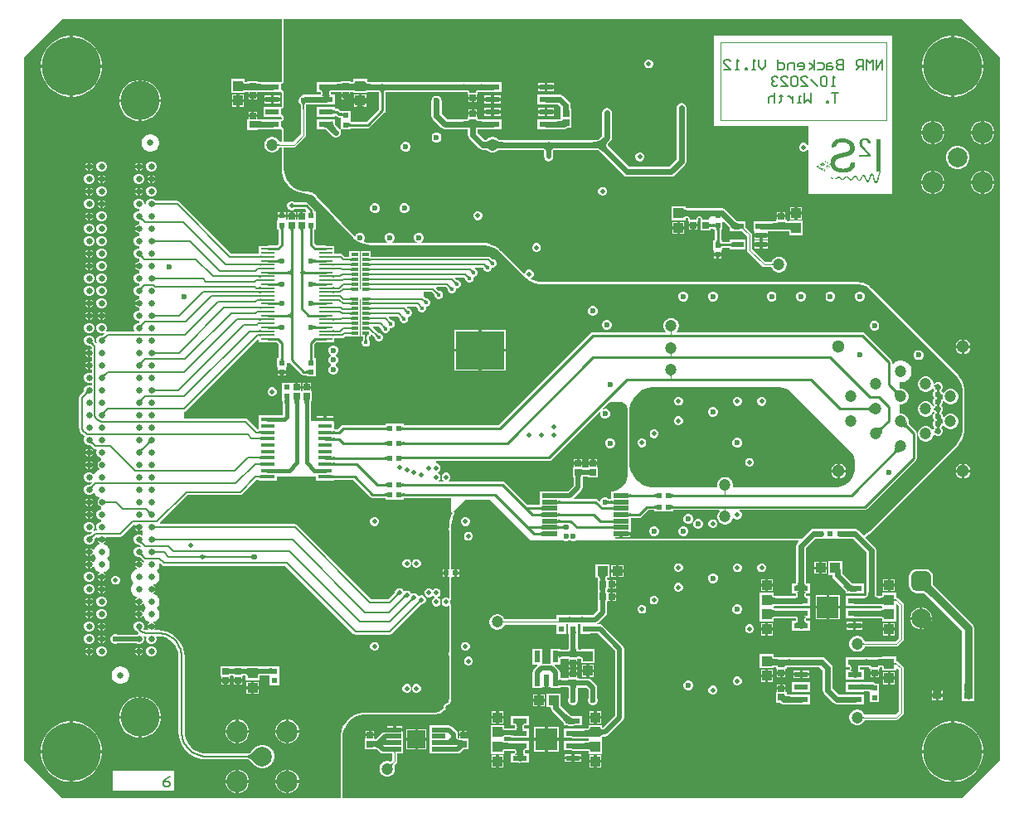
<source format=gbl>
G04*
G04 #@! TF.GenerationSoftware,Altium Limited,Altium Designer,23.11.1 (41)*
G04*
G04 Layer_Physical_Order=6*
G04 Layer_Color=16711680*
%FSLAX25Y25*%
%MOIN*%
G70*
G04*
G04 #@! TF.SameCoordinates,29EA51B2-5BA9-446F-9376-B5E75E75F833*
G04*
G04*
G04 #@! TF.FilePolarity,Positive*
G04*
G01*
G75*
%ADD11C,0.00984*%
%ADD13C,0.02362*%
%ADD14C,0.01968*%
%ADD15C,0.00787*%
%ADD45R,0.02165X0.02362*%
%ADD47C,0.04724*%
%ADD48R,0.02520X0.02520*%
%ADD51R,0.02362X0.02165*%
%ADD52R,0.02520X0.02520*%
%ADD58R,0.02559X0.01181*%
%ADD59R,0.04134X0.03937*%
%ADD60R,0.03937X0.04134*%
%ADD61R,0.05709X0.02362*%
%ADD63R,0.19685X0.15748*%
%ADD72C,0.04724*%
%ADD73C,0.05118*%
%ADD74C,0.02500*%
%ADD75C,0.08661*%
%ADD76C,0.07874*%
G04:AMPARAMS|DCode=77|XSize=78.74mil|YSize=78.74mil|CornerRadius=19.68mil|HoleSize=0mil|Usage=FLASHONLY|Rotation=90.000|XOffset=0mil|YOffset=0mil|HoleType=Round|Shape=RoundedRectangle|*
%AMROUNDEDRECTD77*
21,1,0.07874,0.03937,0,0,90.0*
21,1,0.03937,0.07874,0,0,90.0*
1,1,0.03937,0.01968,0.01968*
1,1,0.03937,0.01968,-0.01968*
1,1,0.03937,-0.01968,-0.01968*
1,1,0.03937,-0.01968,0.01968*
%
%ADD77ROUNDEDRECTD77*%
%ADD78C,0.02362*%
%ADD79C,0.00492*%
%ADD81C,0.01968*%
%ADD82C,0.23622*%
%ADD83C,0.15748*%
%ADD84C,0.01772*%
%ADD85C,0.03150*%
%ADD88R,0.04724X0.02362*%
%ADD89R,0.09055X0.09055*%
%ADD90R,0.05512X0.00984*%
%ADD91R,0.05709X0.01772*%
%ADD92C,0.02520*%
%ADD93R,0.06496X0.01968*%
%ADD94R,0.02362X0.04724*%
%ADD95R,0.03543X0.03150*%
%ADD96R,0.05315X0.01968*%
%ADD97R,0.07205X0.07205*%
%ADD98C,0.01772*%
%ADD99C,0.03150*%
%ADD100C,0.00400*%
G36*
X104331Y131828D02*
X104134Y131516D01*
X103937Y131516D01*
X100686D01*
X100492Y131554D01*
X94567D01*
Y131811D01*
X90473D01*
Y131554D01*
X89370D01*
Y132776D01*
X83858D01*
Y127067D01*
X89370D01*
Y127540D01*
X90860D01*
Y126732D01*
X92520D01*
X94179D01*
Y127540D01*
X100492D01*
X100686Y127579D01*
X103937D01*
X104134Y127579D01*
X104331Y127267D01*
Y121828D01*
X104134Y121516D01*
X103937Y121516D01*
X96850D01*
Y117579D01*
X103937D01*
X104134Y117579D01*
X104331Y117267D01*
Y116828D01*
X104134Y116516D01*
X103937Y116516D01*
X100686D01*
X100492Y116554D01*
X94179D01*
Y117362D01*
X90860D01*
Y116378D01*
X90473D01*
Y112284D01*
X94567D01*
Y112540D01*
X100492D01*
X100686Y112579D01*
X103937D01*
X104134Y112579D01*
X104331Y112267D01*
Y107353D01*
X103372D01*
X103329Y107515D01*
X102914Y108233D01*
X102328Y108819D01*
X101609Y109234D01*
X100808Y109449D01*
X99979D01*
X99178Y109234D01*
X98460Y108819D01*
X97873Y108233D01*
X97459Y107515D01*
X97244Y106714D01*
Y105885D01*
X97459Y105084D01*
X97873Y104365D01*
X98460Y103779D01*
X99178Y103364D01*
X99979Y103150D01*
X100808D01*
X101609Y103364D01*
X102328Y103779D01*
X102914Y104365D01*
X103329Y105084D01*
X103372Y105245D01*
X104331D01*
Y96457D01*
X104378Y95492D01*
X104754Y93599D01*
X105493Y91817D01*
X106565Y90213D01*
X107929Y88848D01*
X109533Y87776D01*
X111316Y87038D01*
X113208Y86661D01*
X114173Y86614D01*
Y86614D01*
X114738Y86574D01*
X115831Y86275D01*
X116844Y85768D01*
X117739Y85074D01*
X118110Y84646D01*
X132898Y68874D01*
Y68874D01*
X133625Y68215D01*
X135255Y67126D01*
X137066Y66375D01*
X138989Y65993D01*
X139969Y65945D01*
X184834D01*
X184834Y65945D01*
X184834Y65945D01*
X185819Y65945D01*
X187751Y65561D01*
X189571Y64807D01*
X191209Y63712D01*
X191905Y63016D01*
X201796Y53126D01*
Y53126D01*
X202523Y52467D01*
X204153Y51378D01*
X205964Y50627D01*
X207886Y50245D01*
X208867Y50197D01*
X335799D01*
X335799Y50197D01*
X335799Y50197D01*
X336461Y50197D01*
X337759Y49939D01*
X338982Y49432D01*
X340083Y48696D01*
X340551Y48228D01*
X375024Y13756D01*
X375024Y13756D01*
X375024Y13756D01*
X375720Y13059D01*
X376815Y11421D01*
X377569Y9601D01*
X377953Y7670D01*
X377953Y6685D01*
X377953Y-7669D01*
X377953Y-7669D01*
X377953Y-8654D01*
X377568Y-10586D01*
X376815Y-12406D01*
X375720Y-14043D01*
X375024Y-14740D01*
X340527Y-49236D01*
X340527Y-49237D01*
X339831Y-49933D01*
X338266Y-50979D01*
X336065Y-48778D01*
X335414Y-48343D01*
X334646Y-48190D01*
X328543D01*
X328349Y-48228D01*
X327067D01*
X326673Y-48228D01*
Y-48228D01*
X326673D01*
X326673Y-48228D01*
X322835D01*
Y-48228D01*
X322835Y-48228D01*
X322441Y-48228D01*
X321159D01*
X320965Y-48190D01*
X318012D01*
X317244Y-48343D01*
X316593Y-48778D01*
X313205Y-52165D01*
X238189D01*
Y-51581D01*
X240059D01*
Y-50197D01*
X240650D01*
Y-49606D01*
X244298D01*
Y-49409D01*
X244685D01*
Y-46850D01*
Y-43824D01*
X247835D01*
X248334Y-43725D01*
X248757Y-43442D01*
X251525Y-40675D01*
X254134D01*
Y-41339D01*
X257480D01*
X257874Y-41339D01*
Y-41339D01*
X257874D01*
Y-41339D01*
X261614D01*
Y-40675D01*
X280102D01*
X280265Y-41068D01*
X279960Y-41373D01*
X279545Y-42091D01*
X279331Y-42892D01*
Y-43722D01*
X279545Y-44523D01*
X279960Y-45241D01*
X280546Y-45827D01*
X281265Y-46242D01*
X282066Y-46457D01*
X282895D01*
X283696Y-46242D01*
X284414Y-45827D01*
X285001Y-45241D01*
X285415Y-44523D01*
X285597Y-43843D01*
X285942Y-43735D01*
X286017Y-43739D01*
X286398Y-44120D01*
X287049Y-44390D01*
X287754D01*
X288405Y-44120D01*
X288903Y-43622D01*
X289173Y-42970D01*
Y-42266D01*
X288903Y-41615D01*
X288405Y-41116D01*
X288290Y-41068D01*
X288368Y-40675D01*
X338583D01*
X339082Y-40575D01*
X339505Y-40293D01*
X359190Y-20607D01*
X359473Y-20184D01*
X359572Y-19685D01*
Y-9843D01*
X359473Y-9343D01*
X359190Y-8920D01*
X356169Y-5899D01*
X356299Y-5415D01*
Y-4585D01*
X356084Y-3784D01*
X355670Y-3066D01*
X355083Y-2480D01*
X354365Y-2065D01*
X353564Y-1851D01*
X352776D01*
Y1851D01*
X353564D01*
X354365Y2065D01*
X355083Y2480D01*
X355670Y3066D01*
X356084Y3784D01*
X356299Y4585D01*
Y5415D01*
X356084Y6216D01*
X355670Y6934D01*
X355083Y7520D01*
X354365Y7935D01*
X353564Y8149D01*
X352776D01*
Y10669D01*
X353720D01*
X354821Y10965D01*
X355809Y11535D01*
X356615Y12341D01*
X357185Y13329D01*
X357480Y14430D01*
Y15570D01*
X357185Y16671D01*
X356615Y17659D01*
X355809Y18465D01*
X354821Y19035D01*
X353720Y19331D01*
X352579D01*
X351478Y19035D01*
X350491Y18465D01*
X350094Y18068D01*
X349730Y18219D01*
Y18701D01*
X349630Y19200D01*
X349348Y19623D01*
X338521Y30450D01*
X338098Y30733D01*
X337598Y30832D01*
X263205D01*
X263042Y31226D01*
X263347Y31531D01*
X263762Y32249D01*
X263976Y33050D01*
Y33879D01*
X263762Y34680D01*
X263347Y35399D01*
X262761Y35985D01*
X262042Y36399D01*
X261241Y36614D01*
X260412D01*
X259611Y36399D01*
X258893Y35985D01*
X258307Y35399D01*
X257892Y34680D01*
X257677Y33879D01*
Y33050D01*
X257892Y32249D01*
X258307Y31531D01*
X258611Y31226D01*
X258448Y30832D01*
X229331D01*
X228832Y30733D01*
X228408Y30450D01*
X191389Y-6569D01*
X153347D01*
Y-5906D01*
X150000D01*
X149606Y-5906D01*
Y-5906D01*
X149606D01*
Y-5906D01*
X145866D01*
Y-6569D01*
X128937D01*
X128438Y-6669D01*
X128015Y-6951D01*
X126920Y-8046D01*
X125394D01*
Y-5118D01*
X125006D01*
Y-4823D01*
X121752D01*
X118498D01*
Y-4921D01*
X115879D01*
Y3032D01*
X116220D01*
Y7126D01*
X115833D01*
Y8110D01*
X112513D01*
Y7126D01*
X111896D01*
Y8110D01*
X110236D01*
Y8701D01*
X109646D01*
Y10361D01*
X108576D01*
X108268Y10566D01*
Y10630D01*
X104331D01*
Y7283D01*
X104331Y6890D01*
X104331D01*
Y6890D01*
X104331D01*
Y3150D01*
X104593D01*
Y-2488D01*
X104555Y-2526D01*
X98721D01*
X98556Y-2559D01*
X95079D01*
Y-5906D01*
Y-8146D01*
X94495D01*
X90615Y-4267D01*
X90225Y-4005D01*
X89764Y-3914D01*
X89764Y-3914D01*
X64961D01*
Y-1204D01*
X65421Y-1113D01*
X65812Y-852D01*
X94715Y28051D01*
X95079Y27901D01*
Y26870D01*
X98496D01*
X98622Y26845D01*
X102216D01*
X103026Y26034D01*
Y20472D01*
X102362D01*
Y16732D01*
X102734D01*
X102750Y16345D01*
X102750Y16339D01*
Y15453D01*
X104331D01*
X105912D01*
Y16339D01*
X105912Y16345D01*
X105927Y16732D01*
X106299D01*
Y18602D01*
X107505D01*
X112168Y13940D01*
X112591Y13657D01*
X113091Y13558D01*
X114173D01*
Y12992D01*
X118110D01*
Y16339D01*
X118110Y16732D01*
X118110D01*
Y16732D01*
X118110D01*
Y20472D01*
X117446D01*
Y26034D01*
X118257Y26845D01*
X121850D01*
X121976Y26870D01*
X125394D01*
Y28520D01*
X128543D01*
X128543Y28520D01*
X129004Y28612D01*
X129395Y28873D01*
X129830Y29308D01*
X131496D01*
Y29134D01*
X135630D01*
Y33071D01*
Y37008D01*
Y40945D01*
Y44291D01*
X136024D01*
Y40945D01*
Y37008D01*
Y33071D01*
Y29134D01*
X136886D01*
Y27845D01*
X136672Y27631D01*
X136417Y27016D01*
Y26350D01*
X136672Y25735D01*
X137143Y25265D01*
X137758Y25010D01*
X138423D01*
X139038Y25265D01*
X139509Y25735D01*
X139764Y26350D01*
Y27016D01*
X139509Y27631D01*
X139295Y27845D01*
Y29134D01*
X140157D01*
Y29672D01*
X140521Y29823D01*
X141634Y28710D01*
Y28407D01*
X141889Y27792D01*
X142359Y27322D01*
X142974Y27067D01*
X143640D01*
X144255Y27322D01*
X144726Y27792D01*
X144980Y28407D01*
Y29073D01*
X144726Y29688D01*
X144255Y30159D01*
X143640Y30413D01*
X143337D01*
X140899Y32851D01*
X141062Y33245D01*
X143399D01*
X144390Y32254D01*
Y31951D01*
X144644Y31336D01*
X145115Y30865D01*
X145730Y30610D01*
X146396D01*
X147011Y30865D01*
X147482Y31336D01*
X147736Y31951D01*
Y32440D01*
X147797Y32480D01*
X148463D01*
X149078Y32735D01*
X149548Y33206D01*
X149803Y33821D01*
Y34486D01*
X149548Y35101D01*
X149078Y35572D01*
X148463Y35827D01*
X148160D01*
X147169Y36818D01*
X147319Y37182D01*
X150879D01*
X151772Y36289D01*
Y35986D01*
X152026Y35371D01*
X152497Y34900D01*
X153112Y34646D01*
X153778D01*
X154393Y34900D01*
X154863Y35371D01*
X155118Y35986D01*
Y36652D01*
X155100Y36695D01*
X155319Y37022D01*
X155321D01*
X155936Y37277D01*
X156407Y37747D01*
X156661Y38363D01*
Y39028D01*
X156407Y39643D01*
X155936Y40114D01*
X155321Y40369D01*
X155018D01*
X154632Y40755D01*
X154782Y41119D01*
X158360D01*
X158858Y40620D01*
Y40317D01*
X159113Y39702D01*
X159584Y39231D01*
X160199Y38976D01*
X160864D01*
X161479Y39231D01*
X161950Y39702D01*
X162205Y40317D01*
Y40982D01*
X162311Y41142D01*
X162636D01*
X163251Y41396D01*
X163722Y41867D01*
X163976Y42482D01*
Y43148D01*
X163722Y43763D01*
X163251Y44233D01*
X162636Y44488D01*
X162333D01*
X161678Y45143D01*
X161417Y45317D01*
Y47024D01*
X164659D01*
X165748Y45935D01*
Y45632D01*
X166003Y45017D01*
X166473Y44546D01*
X167088Y44291D01*
X167754D01*
X168369Y44546D01*
X168840Y45017D01*
X169095Y45632D01*
Y46297D01*
X168840Y46912D01*
X168369Y47383D01*
X167754Y47638D01*
X167451D01*
X166460Y48629D01*
X166611Y48993D01*
X170170D01*
X171063Y48100D01*
Y47797D01*
X171318Y47182D01*
X171788Y46711D01*
X172403Y46457D01*
X173069D01*
X173684Y46711D01*
X174155Y47182D01*
X174409Y47797D01*
Y48463D01*
X174516Y48622D01*
X174841D01*
X175456Y48877D01*
X175926Y49347D01*
X176181Y49962D01*
Y50628D01*
X175926Y51243D01*
X175456Y51714D01*
X174841Y51968D01*
X174538D01*
X173940Y52566D01*
X174091Y52930D01*
X177651D01*
X178150Y52431D01*
Y52128D01*
X178404Y51513D01*
X178875Y51042D01*
X179490Y50787D01*
X180156D01*
X180771Y51042D01*
X181241Y51513D01*
X181496Y52128D01*
Y52793D01*
X181478Y52837D01*
X181697Y53164D01*
X181699D01*
X182314Y53418D01*
X182785Y53889D01*
X183039Y54504D01*
Y55170D01*
X182785Y55785D01*
X182314Y56256D01*
X181789Y56473D01*
X181867Y56867D01*
X185131D01*
X185236Y56761D01*
Y56458D01*
X185491Y55844D01*
X185962Y55373D01*
X186577Y55118D01*
X187242D01*
X187857Y55373D01*
X188328Y55844D01*
X188583Y56458D01*
Y56932D01*
X188644Y56972D01*
X189309D01*
X189924Y57227D01*
X190395Y57698D01*
X190650Y58313D01*
Y58978D01*
X190395Y59593D01*
X189924Y60064D01*
X189309Y60319D01*
X188871D01*
X188298Y60891D01*
X187908Y61152D01*
X187447Y61244D01*
X187447Y61244D01*
X140157D01*
Y63386D01*
X136024D01*
Y60630D01*
Y56693D01*
Y52756D01*
Y48228D01*
X135630D01*
Y50787D01*
Y54724D01*
Y58661D01*
Y63386D01*
X131496D01*
Y61244D01*
X129633D01*
X128804Y62072D01*
X128414Y62333D01*
X127953Y62425D01*
X127953Y62425D01*
X125394D01*
Y65650D01*
X121976D01*
X121850Y65675D01*
X118257D01*
X117446Y66485D01*
Y72047D01*
X118110D01*
Y75394D01*
X118110Y75787D01*
X118110D01*
Y75787D01*
X118110D01*
Y79527D01*
X117446D01*
Y79724D01*
X117347Y80224D01*
X117064Y80647D01*
X115096Y82615D01*
X114673Y82898D01*
X114173Y82998D01*
X109469D01*
X109271Y83195D01*
X108620Y83465D01*
X107915D01*
X107264Y83195D01*
X106766Y82696D01*
X106496Y82045D01*
Y81340D01*
X106766Y80689D01*
X107264Y80191D01*
X107915Y79921D01*
X108620D01*
X109271Y80191D01*
X109469Y80388D01*
X113633D01*
X114145Y79876D01*
X114112Y79473D01*
X113885Y79272D01*
X113865Y79258D01*
X112795D01*
Y77598D01*
X112205D01*
Y77008D01*
X110545D01*
Y76024D01*
X109928D01*
Y77008D01*
X106608D01*
Y76165D01*
X106228Y76041D01*
X105912Y76257D01*
Y77067D01*
X102750D01*
Y76181D01*
X102750Y76175D01*
X102734Y75787D01*
X102362D01*
Y72047D01*
X103026D01*
Y66485D01*
X102216Y65675D01*
X98622D01*
X98496Y65650D01*
X95079D01*
Y62425D01*
X83963D01*
X63037Y83351D01*
X62646Y83613D01*
X62185Y83704D01*
X62185Y83704D01*
X53561D01*
X53030Y84236D01*
X52277Y84547D01*
X51463D01*
X50710Y84236D01*
X50134Y83660D01*
X49823Y82907D01*
Y82500D01*
X48917D01*
Y82907D01*
X48606Y83660D01*
X48030Y84236D01*
X47277Y84547D01*
X46463D01*
X45710Y84236D01*
X45134Y83660D01*
X44823Y82907D01*
Y82093D01*
X45134Y81340D01*
X45710Y80764D01*
X46463Y80453D01*
X46870D01*
Y79547D01*
X46463D01*
X45710Y79236D01*
X45134Y78660D01*
X44823Y77907D01*
Y77093D01*
X45134Y76340D01*
X45710Y75764D01*
X46463Y75453D01*
X46870D01*
Y74160D01*
X46540D01*
X45930Y73907D01*
X45463Y73440D01*
X45318Y73091D01*
X46870D01*
Y71909D01*
X45318D01*
X45463Y71560D01*
X45930Y71093D01*
X46540Y70840D01*
X46870D01*
Y69547D01*
X46463D01*
X45710Y69236D01*
X45134Y68660D01*
X44823Y67907D01*
Y67093D01*
X45134Y66340D01*
X45710Y65764D01*
X46463Y65453D01*
X46870D01*
Y64547D01*
X46463D01*
X45710Y64236D01*
X45134Y63660D01*
X44823Y62907D01*
Y62093D01*
X45134Y61340D01*
X45710Y60764D01*
X46463Y60453D01*
X46870D01*
Y59160D01*
X46540D01*
X45930Y58907D01*
X45463Y58440D01*
X45318Y58091D01*
X46870D01*
Y56910D01*
X45318D01*
X45463Y56560D01*
X45930Y56093D01*
X46540Y55840D01*
X46870D01*
Y54547D01*
X46463D01*
X45710Y54236D01*
X45134Y53660D01*
X44823Y52907D01*
Y52093D01*
X45134Y51340D01*
X45710Y50764D01*
X46463Y50453D01*
X46870D01*
Y49547D01*
X46463D01*
X45710Y49236D01*
X45134Y48660D01*
X44823Y47907D01*
Y47093D01*
X45134Y46340D01*
X45710Y45764D01*
X46463Y45453D01*
X46870D01*
Y44160D01*
X46540D01*
X45930Y43907D01*
X45463Y43440D01*
X45318Y43091D01*
X46870D01*
Y41910D01*
X45318D01*
X45463Y41560D01*
X45930Y41093D01*
X46540Y40840D01*
X46870D01*
Y39547D01*
X46463D01*
X45710Y39236D01*
X45134Y38660D01*
X44823Y37907D01*
Y37093D01*
X45134Y36340D01*
X45710Y35764D01*
X46463Y35453D01*
X46870D01*
Y34547D01*
X46463D01*
X45710Y34236D01*
X45134Y33660D01*
X44823Y32907D01*
Y32093D01*
X45060Y31519D01*
X44835Y31126D01*
X34291D01*
X34291Y31126D01*
X33862Y31040D01*
X33779Y31104D01*
X33655Y31273D01*
X33615Y31362D01*
X33917Y32093D01*
Y32907D01*
X33606Y33660D01*
X33030Y34236D01*
X32277Y34547D01*
X31463D01*
X30710Y34236D01*
X30134Y33660D01*
X29823Y32907D01*
Y32093D01*
X30134Y31340D01*
X30710Y30764D01*
X31463Y30453D01*
X32277D01*
X32765Y30655D01*
X32988Y30321D01*
X32214Y29547D01*
X31463D01*
X30710Y29236D01*
X30134Y28660D01*
X29823Y27907D01*
Y27093D01*
X30025Y26605D01*
X29691Y26382D01*
X28917Y27156D01*
Y27907D01*
X28606Y28660D01*
X28030Y29236D01*
X27277Y29547D01*
X26463D01*
X25710Y29236D01*
X25135Y28660D01*
X24823Y27907D01*
Y27093D01*
X25135Y26340D01*
X25710Y25764D01*
X26463Y25453D01*
X27214D01*
X27930Y24737D01*
Y24284D01*
X27536Y24021D01*
X27461Y24052D01*
Y22500D01*
Y20948D01*
X27536Y20979D01*
X27930Y20716D01*
Y19284D01*
X27536Y19021D01*
X27461Y19052D01*
Y17500D01*
Y15948D01*
X27536Y15979D01*
X27930Y15716D01*
Y14631D01*
X27602Y14413D01*
X27277Y14547D01*
X26463D01*
X25710Y14236D01*
X25135Y13660D01*
X24823Y12907D01*
Y12093D01*
X25135Y11340D01*
X25710Y10764D01*
X26463Y10453D01*
X27277D01*
X27602Y10587D01*
X27930Y10369D01*
Y9631D01*
X27602Y9413D01*
X27277Y9547D01*
X26463D01*
X25710Y9236D01*
X25135Y8660D01*
X24823Y7907D01*
Y7156D01*
X23164Y5497D01*
X22903Y5107D01*
X22812Y4646D01*
X22812Y4646D01*
Y-7283D01*
X22799D01*
X22941Y-8363D01*
X23358Y-9368D01*
X24020Y-10232D01*
X24884Y-10894D01*
X25060Y-10967D01*
X25135Y-11340D01*
X24823Y-12093D01*
Y-12907D01*
X25135Y-13660D01*
X25710Y-14236D01*
X26463Y-14547D01*
X27214D01*
X28479Y-15812D01*
X28479Y-15812D01*
X28870Y-16073D01*
X29331Y-16165D01*
X29331Y-16165D01*
X29796D01*
X30044Y-16559D01*
X29823Y-17093D01*
Y-17907D01*
X30134Y-18660D01*
X30710Y-19236D01*
X31463Y-19547D01*
X31484D01*
X31761Y-19827D01*
X31752Y-20840D01*
X31540D01*
X30930Y-21093D01*
X30463Y-21560D01*
X30210Y-22170D01*
Y-22830D01*
X30463Y-23440D01*
X30930Y-23907D01*
X31069Y-23965D01*
X31042Y-24380D01*
X30624Y-24492D01*
X29888Y-24917D01*
X29287Y-25518D01*
X28925Y-26145D01*
X28911Y-26153D01*
X28578Y-26217D01*
X28468Y-26203D01*
X28030Y-25764D01*
X27277Y-25453D01*
X26463D01*
X25710Y-25764D01*
X25135Y-26340D01*
X24823Y-27093D01*
Y-27907D01*
X25135Y-28660D01*
X25710Y-29236D01*
X26463Y-29547D01*
X27277D01*
X27765Y-29345D01*
X27988Y-29679D01*
X27214Y-30453D01*
X26463D01*
X25710Y-30764D01*
X25135Y-31340D01*
X24823Y-32093D01*
Y-32907D01*
X25135Y-33660D01*
X25710Y-34236D01*
X26463Y-34547D01*
X27277D01*
X28030Y-34236D01*
X28468Y-33797D01*
X28578Y-33783D01*
X28911Y-33847D01*
X28925Y-33855D01*
X29287Y-34482D01*
X29888Y-35083D01*
X30624Y-35508D01*
X31042Y-35620D01*
X31069Y-36035D01*
X30930Y-36093D01*
X30463Y-36560D01*
X30210Y-37170D01*
Y-37830D01*
X30463Y-38440D01*
X30930Y-38907D01*
X31540Y-39160D01*
X31592Y-39212D01*
X31581Y-40453D01*
X31463D01*
X30710Y-40764D01*
X30134Y-41340D01*
X29823Y-42093D01*
Y-42907D01*
X30134Y-43660D01*
X30710Y-44236D01*
X31463Y-44547D01*
X31545Y-44630D01*
X31538Y-45453D01*
X31463D01*
X30710Y-45764D01*
X30134Y-46340D01*
X29823Y-47093D01*
Y-47907D01*
X30110Y-48601D01*
X29955Y-48994D01*
X29172D01*
X29172Y-48994D01*
X28743Y-49080D01*
X28720Y-49062D01*
X28606Y-48660D01*
X28917Y-47907D01*
Y-47093D01*
X28606Y-46340D01*
X28030Y-45764D01*
X27277Y-45453D01*
X26463D01*
X25710Y-45764D01*
X25135Y-46340D01*
X24823Y-47093D01*
Y-47907D01*
X25135Y-48660D01*
X25710Y-49236D01*
X26463Y-49547D01*
X27277D01*
X27765Y-49345D01*
X27988Y-49679D01*
X27214Y-50453D01*
X26463D01*
X25710Y-50764D01*
X25135Y-51340D01*
X24823Y-52093D01*
Y-52907D01*
X25135Y-53660D01*
X25710Y-54236D01*
X26463Y-54547D01*
X27277D01*
X28030Y-54236D01*
X28606Y-53660D01*
X28917Y-52907D01*
Y-52156D01*
X29670Y-51403D01*
X30106D01*
X30365Y-51796D01*
X30318Y-51909D01*
X31870D01*
X33422D01*
X33375Y-51796D01*
X33634Y-51403D01*
X39368D01*
X39369Y-51403D01*
X39829Y-51311D01*
X40220Y-51050D01*
X44714Y-46556D01*
X45109Y-46583D01*
X45318Y-46909D01*
X45318Y-46909D01*
X46870D01*
Y-47500D01*
X47461D01*
Y-49052D01*
X47810Y-48907D01*
X48031Y-48686D01*
X48425Y-48849D01*
Y-50646D01*
X48061Y-50796D01*
X48030Y-50764D01*
X47277Y-50453D01*
X46463D01*
X45710Y-50764D01*
X45134Y-51340D01*
X44823Y-52093D01*
Y-52907D01*
X45134Y-53660D01*
X45710Y-54236D01*
X46463Y-54547D01*
X46939D01*
X47518Y-55126D01*
X47295Y-55460D01*
X47277Y-55453D01*
X46463D01*
X45710Y-55764D01*
X45134Y-56340D01*
X44823Y-57093D01*
Y-57907D01*
X45134Y-58660D01*
X45710Y-59236D01*
X46463Y-59547D01*
X47214D01*
X48558Y-60891D01*
X48928Y-61138D01*
X48862Y-61254D01*
X48750Y-61672D01*
X48335Y-61699D01*
X48277Y-61560D01*
X47810Y-61093D01*
X47461Y-60948D01*
Y-62500D01*
X46870D01*
Y-63090D01*
X45318D01*
X45463Y-63440D01*
X45930Y-63907D01*
X46069Y-63965D01*
X46042Y-64380D01*
X45624Y-64492D01*
X44888Y-64917D01*
X44287Y-65518D01*
X43862Y-66254D01*
X43642Y-67075D01*
Y-67925D01*
X43862Y-68746D01*
X44287Y-69482D01*
X44804Y-70000D01*
X44287Y-70518D01*
X43862Y-71254D01*
X43642Y-72075D01*
Y-72925D01*
X43862Y-73746D01*
X44287Y-74482D01*
X44888Y-75083D01*
X45624Y-75508D01*
X46042Y-75620D01*
X46069Y-76035D01*
X45930Y-76093D01*
X45463Y-76560D01*
X45318Y-76909D01*
X46870D01*
Y-77500D01*
X47461D01*
Y-79052D01*
X47810Y-78907D01*
X48277Y-78440D01*
X48335Y-78301D01*
X48750Y-78328D01*
X48862Y-78746D01*
X49287Y-79482D01*
X49804Y-80000D01*
X49287Y-80518D01*
X48862Y-81254D01*
X48750Y-81672D01*
X48335Y-81699D01*
X48277Y-81560D01*
X47810Y-81093D01*
X47461Y-80948D01*
Y-82500D01*
Y-84052D01*
X47810Y-83907D01*
X48277Y-83440D01*
X48335Y-83301D01*
X48750Y-83328D01*
X48862Y-83746D01*
X49287Y-84482D01*
X49888Y-85083D01*
X50624Y-85508D01*
X51042Y-85620D01*
X51069Y-86035D01*
X50930Y-86093D01*
X50463Y-86560D01*
X50318Y-86909D01*
X51870D01*
X53422D01*
X53277Y-86560D01*
X52810Y-86093D01*
X52671Y-86035D01*
X52698Y-85620D01*
X53116Y-85508D01*
X53852Y-85083D01*
X54453Y-84482D01*
X54878Y-83746D01*
X55098Y-82925D01*
Y-82075D01*
X54878Y-81254D01*
X54453Y-80518D01*
X53936Y-80000D01*
X54453Y-79482D01*
X54878Y-78746D01*
X55098Y-77925D01*
Y-77075D01*
X54878Y-76254D01*
X54453Y-75518D01*
X53852Y-74917D01*
X53116Y-74492D01*
X52698Y-74380D01*
X52671Y-73965D01*
X52810Y-73907D01*
X53277Y-73440D01*
X53422Y-73090D01*
X51870D01*
Y-71909D01*
X53422D01*
X53277Y-71560D01*
X52810Y-71093D01*
X52671Y-71035D01*
X52698Y-70620D01*
X53116Y-70508D01*
X53852Y-70083D01*
X54453Y-69482D01*
X54878Y-68746D01*
X55098Y-67925D01*
Y-67075D01*
X54878Y-66254D01*
X54453Y-65518D01*
X53936Y-65000D01*
X54453Y-64482D01*
X54878Y-63746D01*
X55098Y-62925D01*
Y-62270D01*
X55492Y-62116D01*
X56235Y-62859D01*
X56626Y-63120D01*
X57087Y-63212D01*
X57087Y-63212D01*
X105800D01*
X133007Y-90418D01*
X133007Y-90418D01*
X133397Y-90680D01*
X133858Y-90771D01*
X133858Y-90771D01*
X147638D01*
X147638Y-90771D01*
X148099Y-90680D01*
X148489Y-90418D01*
X160364Y-78543D01*
X160785D01*
X161437Y-78274D01*
X161935Y-77775D01*
X162205Y-77124D01*
Y-76419D01*
X161935Y-75768D01*
X161437Y-75270D01*
X160785Y-75000D01*
X160081D01*
X159556Y-75217D01*
X159430Y-75270D01*
X159092Y-75050D01*
X158982Y-74784D01*
X158484Y-74286D01*
X157833Y-74016D01*
X157128D01*
X156603Y-74233D01*
X156477Y-74286D01*
X156140Y-74066D01*
X156029Y-73800D01*
X155531Y-73301D01*
X154880Y-73032D01*
X154175D01*
X153650Y-73249D01*
X153524Y-73301D01*
X153187Y-73081D01*
X153077Y-72815D01*
X152578Y-72317D01*
X151927Y-72047D01*
X151222D01*
X150571Y-72317D01*
X150073Y-72815D01*
X149803Y-73466D01*
Y-73887D01*
X147139Y-76552D01*
X140263D01*
X110359Y-46648D01*
X109969Y-46387D01*
X109508Y-46296D01*
X109508Y-46296D01*
X55374D01*
X55210Y-45902D01*
X66444Y-34669D01*
X87598D01*
X87598Y-34669D01*
X88059Y-34577D01*
X88450Y-34316D01*
X94298Y-28468D01*
X95079D01*
Y-28937D01*
X102362D01*
Y-27264D01*
X118110D01*
Y-28937D01*
X125394D01*
Y-28568D01*
X133023D01*
X139825Y-35371D01*
X140249Y-35654D01*
X140748Y-35753D01*
X145866D01*
Y-36417D01*
X149213D01*
X149606Y-36417D01*
Y-36417D01*
X149606D01*
Y-36417D01*
X153347D01*
Y-35753D01*
X172244D01*
Y-41310D01*
X172834Y-41900D01*
X172695Y-42236D01*
X172084Y-43711D01*
X171702Y-45634D01*
X171653Y-46614D01*
Y-47401D01*
X171457Y-47876D01*
Y-48581D01*
X171653Y-49056D01*
Y-64364D01*
X170965D01*
Y-65945D01*
Y-67526D01*
X171653D01*
Y-75956D01*
X171290Y-76107D01*
X171279Y-76096D01*
X170628Y-75827D01*
X169923D01*
X169272Y-76096D01*
X168774Y-76595D01*
X168504Y-77246D01*
Y-77951D01*
X168774Y-78602D01*
X169272Y-79100D01*
X169923Y-79370D01*
X170628D01*
X171279Y-79100D01*
X171290Y-79090D01*
X171653Y-79240D01*
Y-97598D01*
X171457Y-98073D01*
Y-98778D01*
X171653Y-99253D01*
Y-115748D01*
Y-116368D01*
X171412Y-117585D01*
X171194Y-118110D01*
X170868D01*
X170145Y-118410D01*
X169591Y-118964D01*
X169291Y-119687D01*
Y-120470D01*
X169364Y-120645D01*
X168338Y-121330D01*
X167192Y-121805D01*
X165975Y-122047D01*
X137953D01*
X137953Y-122047D01*
X136973Y-122095D01*
X135050Y-122478D01*
X133239Y-123228D01*
X131609Y-124317D01*
X130223Y-125703D01*
X129133Y-127333D01*
X128383Y-129144D01*
X128001Y-131067D01*
X127983Y-131424D01*
X127953Y-131498D01*
Y-132281D01*
X127953Y-132281D01*
Y-156677D01*
X16081D01*
X803Y-141400D01*
Y141400D01*
X16081Y156677D01*
X104331D01*
Y131828D01*
D02*
G37*
G36*
X133870Y127866D02*
X133847Y127961D01*
X133776Y128046D01*
X133658Y128121D01*
X133492Y128186D01*
X133280Y128241D01*
X133020Y128286D01*
X132713Y128321D01*
X131957Y128361D01*
X131508Y128366D01*
Y128494D01*
X131169Y128516D01*
Y131012D01*
X131193Y130958D01*
X131264Y130910D01*
X131382Y130867D01*
X131547Y130830D01*
X131760Y130799D01*
X132215Y130763D01*
X132362Y130776D01*
X132717Y130835D01*
X133026Y130917D01*
X133287Y131024D01*
X133501Y131154D01*
X133667Y131307D01*
X133786Y131484D01*
X133858Y131685D01*
X133882Y131909D01*
X133870Y127866D01*
D02*
G37*
G36*
X128673Y128516D02*
X128650Y128488D01*
X128579Y128462D01*
X128461Y128439D01*
X128296Y128420D01*
X127823Y128390D01*
X126311Y128366D01*
Y130728D01*
X126760Y130731D01*
X128296Y130830D01*
X128461Y130867D01*
X128579Y130910D01*
X128650Y130958D01*
X128673Y131012D01*
Y128516D01*
D02*
G37*
G36*
X93791Y130958D02*
X93862Y130910D01*
X93980Y130867D01*
X94146Y130830D01*
X94358Y130799D01*
X94925Y130754D01*
X96130Y130728D01*
Y128366D01*
X93767Y128516D01*
Y131012D01*
X93791Y130958D01*
D02*
G37*
G36*
X137796Y131685D02*
X137867Y131484D01*
X137986Y131307D01*
X138153Y131154D01*
X138367Y131024D01*
X138628Y130917D01*
X138936Y130835D01*
X139292Y130776D01*
X139695Y130740D01*
X140146Y130728D01*
Y128366D01*
X139697Y128361D01*
X138634Y128286D01*
X138374Y128241D01*
X138161Y128186D01*
X137996Y128121D01*
X137878Y128046D01*
X137807Y127961D01*
X137783Y127866D01*
X137771Y131909D01*
X137796Y131685D01*
D02*
G37*
G36*
X88583D02*
X88655Y131484D01*
X88774Y131307D01*
X88940Y131154D01*
X89154Y131024D01*
X89415Y130917D01*
X89723Y130835D01*
X90070Y130777D01*
X90894Y130830D01*
X91059Y130867D01*
X91177Y130910D01*
X91248Y130958D01*
X91272Y131012D01*
Y128516D01*
X91248Y128488D01*
X91177Y128462D01*
X91059Y128439D01*
X90933Y128425D01*
Y128366D01*
X90484Y128361D01*
X89421Y128286D01*
X89161Y128241D01*
X88949Y128186D01*
X88783Y128121D01*
X88665Y128046D01*
X88594Y127961D01*
X88571Y127866D01*
X88559Y131909D01*
X88583Y131685D01*
D02*
G37*
G36*
X184712Y128366D02*
X184264Y128356D01*
X183508Y128277D01*
X183201Y128207D01*
X182941Y128118D01*
X182728Y128009D01*
X182563Y127880D01*
X182445Y127731D01*
X182374Y127563D01*
X182350Y127374D01*
Y129870D01*
X184712Y130728D01*
Y128366D01*
D02*
G37*
G36*
X179855Y129870D02*
Y127374D01*
X179831Y127563D01*
X179760Y127731D01*
X179642Y127880D01*
X179477Y128009D01*
X179264Y128118D01*
X179004Y128207D01*
X178697Y128277D01*
X178343Y128326D01*
X177941Y128356D01*
X177492Y128366D01*
Y130728D01*
X179855Y129870D01*
D02*
G37*
G36*
X147539Y128366D02*
X147091Y128356D01*
X146689Y128327D01*
X146335Y128278D01*
X146028Y128209D01*
X145768Y128120D01*
X145555Y128012D01*
X145390Y127884D01*
X145272Y127736D01*
X145243Y127667D01*
X145208Y127294D01*
X145181Y126544D01*
X145177Y126111D01*
X144193D01*
X144190Y126544D01*
X144120Y127686D01*
X144098Y127736D01*
X143980Y127884D01*
X143815Y128012D01*
X143602Y128120D01*
X143342Y128209D01*
X143035Y128278D01*
X142280Y128356D01*
X141831Y128366D01*
X144685Y130728D01*
X147539Y128366D01*
D02*
G37*
G36*
X124087Y128366D02*
X123886Y128295D01*
X123709Y128176D01*
X123555Y128010D01*
X123425Y127797D01*
X123319Y127535D01*
X123236Y127227D01*
X123206Y127047D01*
X123236Y126868D01*
X123319Y126559D01*
X123425Y126298D01*
X123555Y126084D01*
X123709Y125918D01*
X123886Y125799D01*
X124087Y125728D01*
X124311Y125704D01*
X119587D01*
X119811Y125728D01*
X120012Y125799D01*
X120189Y125918D01*
X120343Y126084D01*
X120472Y126298D01*
X120579Y126559D01*
X120661Y126868D01*
X120691Y127047D01*
X120661Y127227D01*
X120579Y127535D01*
X120472Y127797D01*
X120343Y128010D01*
X120189Y128176D01*
X120012Y128295D01*
X119811Y128366D01*
X119587Y128390D01*
X124311D01*
X124087Y128366D01*
D02*
G37*
G36*
X392898Y141400D02*
Y-141400D01*
X377620Y-156677D01*
X128756D01*
Y-132281D01*
X128755Y-132281D01*
Y-131582D01*
X128785Y-131464D01*
X128800Y-131166D01*
X129155Y-129379D01*
X129845Y-127714D01*
X130846Y-126215D01*
X132121Y-124941D01*
X133619Y-123940D01*
X135284Y-123250D01*
X137071Y-122894D01*
X137973Y-122850D01*
X165975D01*
X166052Y-122835D01*
X166131D01*
X167348Y-122593D01*
X167421Y-122562D01*
X167499Y-122547D01*
X168645Y-122072D01*
X168711Y-122028D01*
X168784Y-121998D01*
X169810Y-121313D01*
X169866Y-121257D01*
X169931Y-121213D01*
X169975Y-121147D01*
X170031Y-121091D01*
X170061Y-121018D01*
X170105Y-120952D01*
X170121Y-120875D01*
X170151Y-120802D01*
Y-120723D01*
X170167Y-120645D01*
X170151Y-120568D01*
Y-120489D01*
X170121Y-120415D01*
X170105Y-120338D01*
X170094Y-120311D01*
Y-119847D01*
X170272Y-119419D01*
X170599Y-119091D01*
X171028Y-118913D01*
X171194D01*
X171501Y-118852D01*
X171762Y-118678D01*
X171936Y-118418D01*
X172153Y-117893D01*
X172169Y-117815D01*
X172199Y-117742D01*
X172441Y-116525D01*
Y-116446D01*
X172456Y-116368D01*
Y-115748D01*
Y-99253D01*
X172395Y-98946D01*
X172259Y-98618D01*
Y-98233D01*
X172395Y-97905D01*
X172456Y-97598D01*
Y-79240D01*
X172395Y-78933D01*
X172221Y-78673D01*
X171961Y-78499D01*
X171975Y-78125D01*
X172047Y-77951D01*
Y-77246D01*
X171975Y-77072D01*
X171961Y-76698D01*
X172221Y-76524D01*
X172395Y-76264D01*
X172456Y-75956D01*
Y-67847D01*
X172632Y-67526D01*
X172850Y-67526D01*
X173524D01*
Y-65945D01*
Y-64364D01*
X172850D01*
X172632Y-64364D01*
X172456Y-64043D01*
Y-49056D01*
X172395Y-48749D01*
X172259Y-48421D01*
Y-48036D01*
X172395Y-47708D01*
X172456Y-47401D01*
Y-46634D01*
X172501Y-45733D01*
X172856Y-43946D01*
X173437Y-42544D01*
X173437Y-42544D01*
X173576Y-42207D01*
X173601Y-42084D01*
X173637Y-41900D01*
X173576Y-41593D01*
X173576Y-41593D01*
X173449Y-41403D01*
X173402Y-41333D01*
X178072Y-36662D01*
X187843D01*
X204149Y-52968D01*
X217674D01*
X218112Y-53150D01*
X218896D01*
X219334Y-52968D01*
X220627D01*
X221065Y-53150D01*
X221848D01*
X222286Y-52968D01*
X311888D01*
X312038Y-53332D01*
X311671Y-53699D01*
X311236Y-54350D01*
X311084Y-55118D01*
Y-70256D01*
X309449D01*
Y-74193D01*
X311084D01*
Y-75217D01*
X301969D01*
Y-73917D01*
X296457D01*
Y-79429D01*
X296457Y-79724D01*
X296457Y-80020D01*
Y-85532D01*
X301969D01*
Y-84232D01*
X311084D01*
Y-85256D01*
X309449D01*
Y-89193D01*
X312897D01*
X313091Y-89231D01*
X313284Y-89193D01*
X316732D01*
Y-85256D01*
X315098D01*
Y-84193D01*
X316732D01*
Y-80256D01*
X313284D01*
X313091Y-80217D01*
X302247D01*
X301969Y-79939D01*
Y-79510D01*
X302247Y-79232D01*
X313091D01*
X313284Y-79193D01*
X316732D01*
Y-75256D01*
X315098D01*
Y-74193D01*
X316732D01*
Y-70256D01*
X315098D01*
Y-55949D01*
X318843Y-52204D01*
X320965D01*
X321159Y-52165D01*
X322441D01*
X322835Y-52165D01*
Y-52165D01*
X322835D01*
X322835Y-52165D01*
X326673D01*
Y-52165D01*
X326673Y-52165D01*
X327067Y-52165D01*
X328349D01*
X328543Y-52204D01*
X333814D01*
X339253Y-57642D01*
Y-75057D01*
X339180Y-75145D01*
X339092Y-75217D01*
X334547D01*
X334353Y-75256D01*
X330906D01*
Y-79193D01*
X334353D01*
X334547Y-79232D01*
X345391D01*
X345669Y-79510D01*
Y-79939D01*
X345391Y-80217D01*
X334547D01*
X334353Y-80256D01*
X330906D01*
Y-84193D01*
X334353D01*
X334547Y-84232D01*
X345669D01*
Y-85532D01*
X351181D01*
Y-80020D01*
X351181Y-79724D01*
X351181Y-79429D01*
Y-78579D01*
X351545Y-78429D01*
X352293Y-79177D01*
Y-92083D01*
X350941Y-93435D01*
X338608D01*
X338565Y-93273D01*
X338150Y-92554D01*
X337564Y-91968D01*
X336846Y-91553D01*
X336045Y-91339D01*
X335215D01*
X334414Y-91553D01*
X333696Y-91968D01*
X333110Y-92554D01*
X332695Y-93273D01*
X332480Y-94073D01*
Y-94903D01*
X332695Y-95704D01*
X333110Y-96422D01*
X333696Y-97009D01*
X334414Y-97423D01*
X335215Y-97638D01*
X336045D01*
X336846Y-97423D01*
X337564Y-97009D01*
X338150Y-96422D01*
X338565Y-95704D01*
X338608Y-95542D01*
X351378D01*
X351378Y-95542D01*
X351781Y-95462D01*
X352123Y-95233D01*
X354092Y-93265D01*
X354092Y-93265D01*
X354320Y-92923D01*
X354400Y-92520D01*
Y-78740D01*
X354400Y-78740D01*
X354320Y-78337D01*
X354092Y-77995D01*
X352123Y-76027D01*
X351781Y-75798D01*
X351378Y-75718D01*
X351181Y-75412D01*
Y-73917D01*
X345669D01*
Y-75217D01*
X343427D01*
X343339Y-75145D01*
X343267Y-75057D01*
Y-56811D01*
X343114Y-56043D01*
X342679Y-55392D01*
X339064Y-51777D01*
X339103Y-51385D01*
X340277Y-50600D01*
X340333Y-50545D01*
X340399Y-50501D01*
X341095Y-49804D01*
X341095Y-49804D01*
X375591Y-15308D01*
X375591Y-15308D01*
X376288Y-14611D01*
X376332Y-14545D01*
X376388Y-14490D01*
X377482Y-12852D01*
X377512Y-12779D01*
X377556Y-12713D01*
X378310Y-10893D01*
X378326Y-10815D01*
X378356Y-10742D01*
X378740Y-8811D01*
Y-8731D01*
X378755Y-8654D01*
X378755Y-7670D01*
X378756Y-7669D01*
X378756Y6685D01*
X378756Y7670D01*
X378740Y7747D01*
Y7826D01*
X378356Y9758D01*
X378326Y9831D01*
X378310Y9909D01*
X377556Y11729D01*
X377512Y11794D01*
X377482Y11867D01*
X376388Y13505D01*
X376332Y13561D01*
X376288Y13627D01*
X375592Y14323D01*
X375591Y14324D01*
X341119Y48796D01*
X341119Y48796D01*
X340651Y49264D01*
X340585Y49308D01*
X340529Y49364D01*
X339428Y50099D01*
X339355Y50130D01*
X339289Y50174D01*
X338066Y50680D01*
X337989Y50696D01*
X337916Y50726D01*
X336617Y50984D01*
X336538Y50984D01*
X336460Y51000D01*
X335800Y50999D01*
X335799Y51000D01*
X208886D01*
X207985Y51044D01*
X206198Y51399D01*
X204533Y52089D01*
X204360Y52204D01*
X204404Y52649D01*
X204744Y52789D01*
X205242Y53288D01*
X205512Y53939D01*
Y54644D01*
X205242Y55295D01*
X204744Y55793D01*
X204093Y56063D01*
X203388D01*
X202737Y55793D01*
X202238Y55295D01*
X201969Y54644D01*
Y54602D01*
X201605Y54452D01*
X192473Y63584D01*
X192473Y63584D01*
X191777Y64280D01*
X191711Y64324D01*
X191655Y64380D01*
X190017Y65474D01*
X189944Y65505D01*
X189878Y65548D01*
X188058Y66302D01*
X187981Y66318D01*
X187908Y66348D01*
X185976Y66732D01*
X185897D01*
X185819Y66748D01*
X184835Y66747D01*
X184834Y66748D01*
X160431D01*
X160353Y67141D01*
X160564Y67229D01*
X161118Y67782D01*
X161417Y68506D01*
Y69289D01*
X161118Y70013D01*
X160564Y70566D01*
X159840Y70866D01*
X159057D01*
X158334Y70566D01*
X157780Y70013D01*
X157480Y69289D01*
Y68506D01*
X157780Y67782D01*
X158334Y67229D01*
X158544Y67141D01*
X158466Y66748D01*
X148620D01*
X148542Y67141D01*
X148753Y67229D01*
X149306Y67782D01*
X149606Y68506D01*
Y69289D01*
X149306Y70013D01*
X148753Y70566D01*
X148029Y70866D01*
X147246D01*
X146523Y70566D01*
X145969Y70013D01*
X145669Y69289D01*
Y68506D01*
X145969Y67782D01*
X146523Y67229D01*
X146733Y67141D01*
X146655Y66748D01*
X139989D01*
X139087Y66792D01*
X137398Y67128D01*
X137241Y67448D01*
X137227Y67514D01*
X137496Y67782D01*
X137795Y68506D01*
Y69289D01*
X137496Y70013D01*
X136942Y70566D01*
X136218Y70866D01*
X135435D01*
X134712Y70566D01*
X134158Y70013D01*
X133957Y69528D01*
X133494Y69417D01*
X133461Y69447D01*
X118707Y85184D01*
X118346Y85600D01*
X118283Y85648D01*
X118231Y85708D01*
X117336Y86402D01*
X117266Y86438D01*
X117203Y86486D01*
X116190Y86993D01*
X116114Y87014D01*
X116043Y87049D01*
X114950Y87348D01*
X114871Y87354D01*
X114795Y87375D01*
X114230Y87415D01*
X114221Y87414D01*
X114213Y87416D01*
X113307Y87460D01*
X111550Y87810D01*
X109914Y88488D01*
X108441Y89472D01*
X107188Y90724D01*
X106204Y92197D01*
X105526Y93834D01*
X105177Y95591D01*
X105133Y96476D01*
Y105245D01*
X109252D01*
X109252Y105245D01*
X109655Y105326D01*
X109997Y105554D01*
X113777Y109334D01*
X113777Y109334D01*
X114005Y109676D01*
X114085Y110079D01*
X114085Y110079D01*
Y122321D01*
X114147Y122347D01*
X114286Y122487D01*
X114366Y122540D01*
X121949D01*
X122143Y122579D01*
X125591D01*
Y126516D01*
X123956D01*
Y127540D01*
X128261D01*
Y126732D01*
X129921D01*
Y126142D01*
D01*
Y126732D01*
X131581D01*
Y127540D01*
X133071D01*
Y127067D01*
X138583D01*
Y127540D01*
X143380D01*
Y120619D01*
X138338Y115576D01*
X132168D01*
X131890Y115855D01*
X131890Y116142D01*
X131890Y116535D01*
Y119882D01*
X129377D01*
X129350Y119887D01*
X127804D01*
X127222Y120470D01*
X126798Y120753D01*
X126299Y120852D01*
X125591D01*
Y121516D01*
X118307D01*
Y117579D01*
X125591D01*
Y117854D01*
X125984Y118017D01*
X126341Y117660D01*
X126765Y117377D01*
X127264Y117278D01*
X127674D01*
X127953Y117000D01*
X127953Y116142D01*
X127953Y115748D01*
Y112754D01*
X127953Y112752D01*
Y112752D01*
X127953Y112563D01*
X127559Y112430D01*
X127513Y112475D01*
X127403Y112640D01*
X125629Y114414D01*
Y114547D01*
X125591Y114741D01*
Y116516D01*
X123816D01*
X123622Y116554D01*
X121949D01*
X121755Y116516D01*
X118307D01*
Y112579D01*
X121755D01*
X121949Y112540D01*
X121951D01*
X122203Y112163D01*
X124565Y109801D01*
X124729Y109692D01*
X124869Y109552D01*
X125052Y109476D01*
X125216Y109366D01*
X125410Y109328D01*
X125593Y109252D01*
X125790D01*
X125984Y109213D01*
X126178Y109252D01*
X126376D01*
X126558Y109328D01*
X126752Y109366D01*
X126917Y109476D01*
X127099Y109552D01*
X127239Y109692D01*
X127403Y109801D01*
X127513Y109966D01*
X127653Y110105D01*
X127729Y110288D01*
X127839Y110452D01*
X127877Y110646D01*
X127953Y110829D01*
Y111027D01*
X127991Y111221D01*
X127953Y111414D01*
Y111612D01*
X127899Y111742D01*
X127871Y111828D01*
X127839Y111988D01*
X127784Y112090D01*
X128015Y112373D01*
X128052Y112402D01*
X128280Y112402D01*
X131890D01*
Y112967D01*
X138878D01*
X139377Y113066D01*
X139800Y113349D01*
X145607Y119156D01*
X145890Y119580D01*
X145990Y120079D01*
Y127540D01*
X179055D01*
Y126575D01*
X179443D01*
Y125591D01*
X181102D01*
X182762D01*
Y126575D01*
X183150D01*
Y127540D01*
X189075D01*
X189269Y127579D01*
X192717D01*
Y131516D01*
X189269D01*
X189075Y131554D01*
X138583D01*
Y132776D01*
X133071D01*
Y131554D01*
X131968D01*
Y131811D01*
X127874D01*
Y131554D01*
X121949D01*
X121755Y131516D01*
X118307D01*
Y127579D01*
X119942D01*
Y126554D01*
X113563D01*
X112795Y126401D01*
X112144Y125967D01*
X111612Y125435D01*
X111503Y125271D01*
X111363Y125131D01*
X111287Y124948D01*
X111177Y124784D01*
X111139Y124590D01*
X111063Y124407D01*
Y124210D01*
X111024Y124016D01*
X111063Y123822D01*
Y123624D01*
X111139Y123442D01*
X111177Y123248D01*
X111287Y123083D01*
X111363Y122901D01*
X111503Y122761D01*
X111612Y122597D01*
X111777Y122487D01*
X111916Y122347D01*
X111978Y122321D01*
Y110515D01*
X108816Y107353D01*
X105133D01*
Y112267D01*
X105120Y112334D01*
X105122Y112402D01*
X105090Y112486D01*
X105072Y112574D01*
X105034Y112631D01*
X105010Y112695D01*
X104813Y113007D01*
X104751Y113072D01*
X104702Y113146D01*
X104645Y113184D01*
X104597Y113234D01*
X104516Y113271D01*
X104441Y113320D01*
X104374Y113334D01*
X104311Y113362D01*
X104222Y113364D01*
X104134Y113382D01*
X104134D01*
Y115713D01*
X104134D01*
X104222Y115730D01*
X104311Y115733D01*
X104374Y115761D01*
X104441Y115774D01*
X104516Y115824D01*
X104597Y115860D01*
X104645Y115910D01*
X104702Y115948D01*
X104751Y116023D01*
X104813Y116087D01*
X105010Y116400D01*
X105034Y116464D01*
X105072Y116521D01*
X105090Y116609D01*
X105122Y116692D01*
X105120Y116761D01*
X105133Y116828D01*
Y117267D01*
X105120Y117334D01*
X105122Y117402D01*
X105090Y117486D01*
X105072Y117574D01*
X105034Y117631D01*
X105010Y117695D01*
X104813Y118007D01*
X104751Y118072D01*
X104702Y118146D01*
X104645Y118184D01*
X104597Y118234D01*
X104516Y118271D01*
X104441Y118320D01*
X104374Y118334D01*
X104311Y118362D01*
X104222Y118364D01*
X104134Y118382D01*
X104134D01*
Y120713D01*
X104134D01*
X104222Y120730D01*
X104311Y120733D01*
X104374Y120761D01*
X104441Y120774D01*
X104516Y120824D01*
X104597Y120860D01*
X104645Y120910D01*
X104702Y120948D01*
X104751Y121023D01*
X104813Y121088D01*
X105010Y121400D01*
X105034Y121464D01*
X105072Y121521D01*
X105090Y121608D01*
X105122Y121692D01*
X105120Y121761D01*
X105133Y121828D01*
Y127267D01*
X105120Y127334D01*
X105122Y127402D01*
X105090Y127486D01*
X105072Y127574D01*
X105034Y127631D01*
X105010Y127695D01*
X104813Y128007D01*
X104751Y128072D01*
X104702Y128146D01*
X104645Y128184D01*
X104597Y128234D01*
X104516Y128271D01*
X104441Y128320D01*
X104374Y128334D01*
X104311Y128362D01*
X104222Y128364D01*
X104134Y128382D01*
X104134D01*
Y130713D01*
X104134D01*
X104222Y130730D01*
X104311Y130733D01*
X104374Y130761D01*
X104441Y130774D01*
X104516Y130824D01*
X104597Y130860D01*
X104645Y130910D01*
X104702Y130948D01*
X104751Y131023D01*
X104813Y131088D01*
X105010Y131400D01*
X105034Y131464D01*
X105072Y131521D01*
X105090Y131608D01*
X105122Y131692D01*
X105120Y131761D01*
X105133Y131828D01*
Y156677D01*
X377620D01*
X392898Y141400D01*
D02*
G37*
G36*
X113755Y123048D02*
X113655Y122885D01*
X113567Y122692D01*
X113490Y122468D01*
X113425Y122215D01*
X113372Y121932D01*
X113331Y121619D01*
X113283Y120902D01*
X113278Y120498D01*
X112785D01*
X112779Y120902D01*
X112691Y121932D01*
X112638Y122215D01*
X112573Y122468D01*
X112496Y122692D01*
X112408Y122885D01*
X112308Y123048D01*
X112196Y123181D01*
X113867D01*
X113755Y123048D01*
D02*
G37*
G36*
X124789Y120438D02*
X124819Y120354D01*
X124869Y120281D01*
X124938Y120217D01*
X125028Y120162D01*
X125138Y120118D01*
X125267Y120084D01*
X125417Y120059D01*
X125586Y120044D01*
X125775Y120039D01*
Y119055D01*
X125586Y119050D01*
X125417Y119035D01*
X125267Y119011D01*
X125138Y118976D01*
X125028Y118932D01*
X124938Y118878D01*
X124869Y118814D01*
X124819Y118740D01*
X124789Y118657D01*
X124779Y118563D01*
Y120531D01*
X124789Y120438D01*
D02*
G37*
G36*
X128764Y117598D02*
X128753Y117692D01*
X128723Y117776D01*
X128673Y117849D01*
X128603Y117913D01*
X128513Y117967D01*
X128404Y118012D01*
X128274Y118046D01*
X128125Y118071D01*
X127956Y118086D01*
X127768Y118090D01*
Y119075D01*
X128752Y119082D01*
X128764Y117598D01*
D02*
G37*
G36*
X131088Y115162D02*
X131118Y115079D01*
X131168Y115005D01*
X131238Y114941D01*
X131327Y114887D01*
X131437Y114842D01*
X131567Y114808D01*
X131716Y114784D01*
X131885Y114769D01*
X132075Y114764D01*
Y113779D01*
X131885Y113775D01*
X131716Y113760D01*
X131567Y113735D01*
X131437Y113701D01*
X131327Y113656D01*
X131238Y113602D01*
X131168Y113538D01*
X131118Y113465D01*
X131088Y113381D01*
X131078Y113287D01*
Y115256D01*
X131088Y115162D01*
D02*
G37*
G36*
X96130Y113366D02*
X95681Y113363D01*
X94146Y113264D01*
X93980Y113227D01*
X93862Y113185D01*
X93791Y113137D01*
X93767Y113083D01*
Y115578D01*
X93791Y115607D01*
X93862Y115632D01*
X93980Y115655D01*
X94146Y115674D01*
X94618Y115704D01*
X96130Y115728D01*
Y113366D01*
D02*
G37*
G36*
X124808Y115390D02*
X124858Y115062D01*
X124942Y114734D01*
X125058Y114404D01*
X125209Y114074D01*
X125392Y113744D01*
X125610Y113412D01*
X125860Y113080D01*
X126144Y112747D01*
X126462Y112414D01*
X124662Y110873D01*
X124062Y111456D01*
X122506Y112763D01*
X122068Y113052D01*
X121671Y113267D01*
X121314Y113408D01*
X120998Y113476D01*
X120721Y113470D01*
X120486Y113390D01*
X124791Y115716D01*
X124808Y115390D01*
D02*
G37*
G36*
X102719Y106745D02*
X102742Y106703D01*
X102774Y106666D01*
X102814Y106634D01*
X102863Y106607D01*
X102920Y106585D01*
X102986Y106567D01*
X103061Y106555D01*
X103144Y106548D01*
X103235Y106545D01*
Y106053D01*
X103144Y106051D01*
X103061Y106043D01*
X102986Y106031D01*
X102920Y106014D01*
X102863Y105992D01*
X102814Y105965D01*
X102774Y105933D01*
X102742Y105896D01*
X102719Y105854D01*
X102704Y105807D01*
Y106791D01*
X102719Y106745D01*
D02*
G37*
G36*
X52920Y83213D02*
X52994Y83146D01*
X53076Y83087D01*
X53165Y83035D01*
X53261Y82992D01*
X53365Y82957D01*
X53476Y82929D01*
X53595Y82910D01*
X53721Y82898D01*
X53854Y82894D01*
Y82106D01*
X53721Y82102D01*
X53595Y82091D01*
X53476Y82071D01*
X53365Y82043D01*
X53261Y82008D01*
X53165Y81965D01*
X53076Y81913D01*
X52994Y81854D01*
X52920Y81787D01*
X52854Y81713D01*
Y83287D01*
X52920Y83213D01*
D02*
G37*
G36*
X109013Y82345D02*
X109062Y82311D01*
X109118Y82282D01*
X109182Y82256D01*
X109252Y82234D01*
X109330Y82217D01*
X109414Y82203D01*
X109506Y82193D01*
X109711Y82185D01*
Y81201D01*
X109605Y81199D01*
X109414Y81183D01*
X109330Y81169D01*
X109252Y81152D01*
X109182Y81130D01*
X109118Y81104D01*
X109062Y81075D01*
X109013Y81041D01*
X108971Y81004D01*
Y82382D01*
X109013Y82345D01*
D02*
G37*
G36*
X116639Y79525D02*
X116654Y79358D01*
X116678Y79210D01*
X116713Y79083D01*
X116757Y78974D01*
X116811Y78886D01*
X116875Y78817D01*
X116949Y78768D01*
X117033Y78738D01*
X117126Y78728D01*
X115157D01*
X115251Y78738D01*
X115335Y78768D01*
X115409Y78817D01*
X115472Y78886D01*
X115527Y78974D01*
X115571Y79083D01*
X115605Y79210D01*
X115630Y79358D01*
X115645Y79525D01*
X115650Y79712D01*
X116634D01*
X116639Y79525D01*
D02*
G37*
G36*
X48117Y77261D02*
X48122Y77162D01*
X48138Y77062D01*
X48164Y76963D01*
X48202Y76864D01*
X48250Y76766D01*
X48309Y76668D01*
X48379Y76570D01*
X48460Y76473D01*
X48551Y76375D01*
X47995Y75819D01*
X47898Y75910D01*
X47800Y75991D01*
X47702Y76061D01*
X47604Y76120D01*
X47506Y76168D01*
X47407Y76206D01*
X47308Y76232D01*
X47209Y76248D01*
X47109Y76253D01*
X47009Y76248D01*
X48122Y77361D01*
X48117Y77261D01*
D02*
G37*
G36*
X117033Y72849D02*
X116949Y72819D01*
X116875Y72769D01*
X116811Y72699D01*
X116757Y72610D01*
X116713Y72500D01*
X116678Y72370D01*
X116654Y72221D01*
X116639Y72052D01*
X116634Y71862D01*
X115650D01*
X115645Y72052D01*
X115630Y72221D01*
X115605Y72370D01*
X115571Y72500D01*
X115527Y72610D01*
X115472Y72699D01*
X115409Y72769D01*
X115335Y72819D01*
X115251Y72849D01*
X115157Y72859D01*
X117126D01*
X117033Y72849D01*
D02*
G37*
G36*
X105221Y72837D02*
X105138Y72807D01*
X105064Y72758D01*
X105000Y72689D01*
X104946Y72601D01*
X104902Y72492D01*
X104867Y72364D01*
X104842Y72217D01*
X104828Y72049D01*
X104823Y71862D01*
X103839D01*
X103834Y72049D01*
X103819Y72217D01*
X103794Y72364D01*
X103760Y72492D01*
X103716Y72601D01*
X103661Y72689D01*
X103597Y72758D01*
X103524Y72807D01*
X103440Y72837D01*
X103347Y72847D01*
X105315D01*
X105221Y72837D01*
D02*
G37*
G36*
X112856Y73231D02*
X112823Y73182D01*
X112793Y73126D01*
X112768Y73062D01*
X112746Y72992D01*
X112728Y72914D01*
X112715Y72830D01*
X112705Y72738D01*
X112704Y72729D01*
X113189D01*
X113095Y72719D01*
X113012Y72689D01*
X112938Y72640D01*
X112874Y72571D01*
X112820Y72483D01*
X112776Y72374D01*
X112741Y72246D01*
X112716Y72099D01*
X112702Y71931D01*
X112697Y71744D01*
X111713D01*
X111708Y71931D01*
X111693Y72099D01*
X111668Y72246D01*
X111634Y72374D01*
X111590Y72483D01*
X111535Y72571D01*
X111471Y72640D01*
X111398Y72689D01*
X111314Y72719D01*
X111221Y72729D01*
X111703D01*
X111695Y72830D01*
X111681Y72914D01*
X111663Y72992D01*
X111642Y73062D01*
X111616Y73126D01*
X111587Y73182D01*
X111553Y73231D01*
X111516Y73273D01*
X112894D01*
X112856Y73231D01*
D02*
G37*
G36*
X108919D02*
X108886Y73182D01*
X108856Y73126D01*
X108831Y73062D01*
X108809Y72992D01*
X108791Y72914D01*
X108778Y72830D01*
X108768Y72738D01*
X108767Y72729D01*
X109252D01*
X109159Y72719D01*
X109075Y72689D01*
X109001Y72640D01*
X108937Y72571D01*
X108883Y72483D01*
X108839Y72374D01*
X108804Y72246D01*
X108780Y72099D01*
X108765Y71931D01*
X108760Y71744D01*
X107776D01*
X107771Y71931D01*
X107756Y72099D01*
X107731Y72246D01*
X107697Y72374D01*
X107653Y72483D01*
X107598Y72571D01*
X107534Y72640D01*
X107461Y72689D01*
X107377Y72719D01*
X107283Y72729D01*
X107766D01*
X107758Y72830D01*
X107744Y72914D01*
X107726Y72992D01*
X107705Y73062D01*
X107679Y73126D01*
X107650Y73182D01*
X107616Y73231D01*
X107579Y73273D01*
X108957D01*
X108919Y73231D01*
D02*
G37*
G36*
X52920Y68213D02*
X52994Y68146D01*
X53076Y68087D01*
X53165Y68035D01*
X53261Y67992D01*
X53365Y67957D01*
X53476Y67929D01*
X53595Y67909D01*
X53721Y67898D01*
X53854Y67894D01*
Y67106D01*
X53721Y67102D01*
X53595Y67090D01*
X53476Y67071D01*
X53365Y67043D01*
X53261Y67008D01*
X53165Y66965D01*
X53076Y66913D01*
X52994Y66854D01*
X52920Y66787D01*
X52854Y66713D01*
Y68287D01*
X52920Y68213D01*
D02*
G37*
G36*
X48117Y62261D02*
X48122Y62161D01*
X48138Y62062D01*
X48164Y61963D01*
X48202Y61864D01*
X48250Y61766D01*
X48309Y61668D01*
X48379Y61570D01*
X48460Y61472D01*
X48551Y61375D01*
X47995Y60819D01*
X47898Y60910D01*
X47800Y60991D01*
X47702Y61061D01*
X47604Y61120D01*
X47506Y61168D01*
X47407Y61206D01*
X47308Y61233D01*
X47209Y61248D01*
X47109Y61253D01*
X47009Y61248D01*
X48122Y62361D01*
X48117Y62261D01*
D02*
G37*
G36*
X124602Y61684D02*
X124626Y61669D01*
X124665Y61656D01*
X124720Y61645D01*
X124791Y61636D01*
X124980Y61622D01*
X125382Y61614D01*
Y60827D01*
X125232Y60826D01*
X124720Y60796D01*
X124665Y60784D01*
X124626Y60772D01*
X124602Y60757D01*
X124594Y60740D01*
Y61701D01*
X124602Y61684D01*
D02*
G37*
G36*
X95878Y60740D02*
X95870Y60757D01*
X95847Y60772D01*
X95807Y60784D01*
X95752Y60796D01*
X95681Y60805D01*
X95492Y60819D01*
X95091Y60827D01*
Y61614D01*
X95240Y61615D01*
X95752Y61645D01*
X95807Y61656D01*
X95847Y61669D01*
X95870Y61684D01*
X95878Y61701D01*
Y60740D01*
D02*
G37*
G36*
X139366Y60583D02*
X139390Y60551D01*
X139429Y60524D01*
X139484Y60500D01*
X139555Y60479D01*
X139641Y60463D01*
X139744Y60450D01*
X139996Y60435D01*
X140146Y60433D01*
Y59646D01*
X139996Y59644D01*
X139641Y59616D01*
X139555Y59600D01*
X139484Y59579D01*
X139429Y59555D01*
X139390Y59527D01*
X139366Y59496D01*
X139358Y59461D01*
Y60618D01*
X139366Y60583D01*
D02*
G37*
G36*
X132296Y59461D02*
X132288Y59496D01*
X132264Y59527D01*
X132225Y59555D01*
X132169Y59579D01*
X132099Y59600D01*
X132012Y59616D01*
X131910Y59629D01*
X131658Y59644D01*
X131508Y59646D01*
Y60433D01*
X131658Y60435D01*
X132012Y60463D01*
X132099Y60479D01*
X132169Y60500D01*
X132225Y60524D01*
X132264Y60551D01*
X132288Y60583D01*
X132296Y60618D01*
Y59461D01*
D02*
G37*
G36*
X117054Y60409D02*
X117128Y60352D01*
X117208Y60302D01*
X117293Y60258D01*
X117384Y60221D01*
X117481Y60191D01*
X117583Y60168D01*
X117691Y60151D01*
X117805Y60141D01*
X117924Y60138D01*
Y59153D01*
X117805Y59150D01*
X117691Y59140D01*
X117583Y59123D01*
X117481Y59100D01*
X117384Y59070D01*
X117293Y59033D01*
X117208Y58990D01*
X117128Y58939D01*
X117054Y58882D01*
X116985Y58819D01*
Y60472D01*
X117054Y60409D01*
D02*
G37*
G36*
X103487Y58819D02*
X103419Y58882D01*
X103345Y58939D01*
X103265Y58990D01*
X103180Y59033D01*
X103088Y59070D01*
X102992Y59100D01*
X102889Y59123D01*
X102781Y59140D01*
X102668Y59150D01*
X102548Y59153D01*
Y60138D01*
X102668Y60141D01*
X102781Y60151D01*
X102889Y60168D01*
X102992Y60191D01*
X103088Y60221D01*
X103180Y60258D01*
X103265Y60302D01*
X103345Y60352D01*
X103419Y60409D01*
X103487Y60472D01*
Y58819D01*
D02*
G37*
G36*
X188288Y59759D02*
X188354Y59703D01*
X188420Y59655D01*
X188486Y59614D01*
X188551Y59581D01*
X188616Y59555D01*
X188680Y59536D01*
X188744Y59525D01*
X188808Y59522D01*
X188872Y59525D01*
X188095Y58559D01*
X188086Y58620D01*
X188071Y58682D01*
X188049Y58745D01*
X188022Y58808D01*
X187989Y58872D01*
X187950Y58936D01*
X187905Y59000D01*
X187853Y59065D01*
X187732Y59197D01*
X188221Y59822D01*
X188288Y59759D01*
D02*
G37*
G36*
X124602Y58535D02*
X124626Y58520D01*
X124665Y58507D01*
X124720Y58496D01*
X124791Y58486D01*
X124980Y58472D01*
X125382Y58465D01*
Y57677D01*
X125232Y57676D01*
X124720Y57646D01*
X124665Y57635D01*
X124626Y57622D01*
X124602Y57607D01*
X124594Y57591D01*
Y58551D01*
X124602Y58535D01*
D02*
G37*
G36*
X95878Y57591D02*
X95870Y57607D01*
X95847Y57622D01*
X95807Y57635D01*
X95752Y57646D01*
X95681Y57656D01*
X95492Y57669D01*
X95091Y57677D01*
Y58465D01*
X95240Y58465D01*
X95752Y58496D01*
X95807Y58507D01*
X95847Y58520D01*
X95870Y58535D01*
X95878Y58551D01*
Y57591D01*
D02*
G37*
G36*
X139366Y58614D02*
X139390Y58583D01*
X139429Y58555D01*
X139484Y58531D01*
X139555Y58511D01*
X139641Y58494D01*
X139744Y58481D01*
X139996Y58466D01*
X140146Y58465D01*
Y57677D01*
X139996Y57675D01*
X139641Y57648D01*
X139555Y57631D01*
X139484Y57611D01*
X139429Y57587D01*
X139390Y57559D01*
X139366Y57527D01*
X139358Y57492D01*
Y58649D01*
X139366Y58614D01*
D02*
G37*
G36*
X132296Y57492D02*
X132288Y57527D01*
X132264Y57559D01*
X132225Y57587D01*
X132169Y57611D01*
X132099Y57631D01*
X132012Y57648D01*
X131910Y57661D01*
X131658Y57675D01*
X131508Y57677D01*
Y58465D01*
X131658Y58466D01*
X132012Y58494D01*
X132099Y58511D01*
X132169Y58531D01*
X132225Y58555D01*
X132264Y58583D01*
X132288Y58614D01*
X132296Y58649D01*
Y57492D01*
D02*
G37*
G36*
X186317Y57943D02*
X186383Y57887D01*
X186449Y57837D01*
X186515Y57794D01*
X186580Y57758D01*
X186644Y57728D01*
X186709Y57705D01*
X186773Y57689D01*
X186837Y57680D01*
X186901Y57677D01*
X186024Y56800D01*
X186021Y56864D01*
X186012Y56928D01*
X185995Y56992D01*
X185972Y57056D01*
X185943Y57121D01*
X185907Y57186D01*
X185863Y57252D01*
X185814Y57317D01*
X185757Y57384D01*
X185694Y57450D01*
X186251Y58007D01*
X186317Y57943D01*
D02*
G37*
G36*
X124602Y56960D02*
X124626Y56945D01*
X124665Y56932D01*
X124720Y56921D01*
X124791Y56911D01*
X124980Y56897D01*
X125382Y56890D01*
Y56102D01*
X125232Y56102D01*
X124720Y56071D01*
X124665Y56060D01*
X124626Y56047D01*
X124602Y56032D01*
X124594Y56016D01*
Y56976D01*
X124602Y56960D01*
D02*
G37*
G36*
X95878Y56016D02*
X95870Y56032D01*
X95847Y56047D01*
X95807Y56060D01*
X95752Y56071D01*
X95681Y56081D01*
X95492Y56095D01*
X95091Y56102D01*
Y56890D01*
X95240Y56891D01*
X95752Y56921D01*
X95807Y56932D01*
X95847Y56945D01*
X95870Y56960D01*
X95878Y56976D01*
Y56016D01*
D02*
G37*
G36*
X139366Y56646D02*
X139390Y56614D01*
X139429Y56587D01*
X139484Y56563D01*
X139555Y56542D01*
X139641Y56526D01*
X139744Y56513D01*
X139996Y56498D01*
X140146Y56496D01*
Y55709D01*
X139996Y55707D01*
X139641Y55679D01*
X139555Y55663D01*
X139484Y55642D01*
X139429Y55618D01*
X139390Y55590D01*
X139366Y55559D01*
X139358Y55524D01*
Y56681D01*
X139366Y56646D01*
D02*
G37*
G36*
X132296Y55524D02*
X132288Y55559D01*
X132264Y55590D01*
X132225Y55618D01*
X132169Y55642D01*
X132099Y55663D01*
X132012Y55679D01*
X131910Y55692D01*
X131658Y55707D01*
X131508Y55709D01*
Y56496D01*
X131658Y56498D01*
X132012Y56526D01*
X132099Y56542D01*
X132169Y56563D01*
X132225Y56587D01*
X132264Y56614D01*
X132288Y56646D01*
X132296Y56681D01*
Y55524D01*
D02*
G37*
G36*
X180774Y55989D02*
X180840Y55933D01*
X180906Y55883D01*
X180971Y55840D01*
X181036Y55804D01*
X181101Y55774D01*
X181166Y55751D01*
X181230Y55735D01*
X181294Y55726D01*
X181357Y55723D01*
X180480Y54846D01*
X180478Y54909D01*
X180468Y54973D01*
X180452Y55037D01*
X180429Y55102D01*
X180400Y55167D01*
X180363Y55232D01*
X180320Y55297D01*
X180271Y55363D01*
X180214Y55429D01*
X180151Y55496D01*
X180708Y56052D01*
X180774Y55989D01*
D02*
G37*
G36*
X139366Y54677D02*
X139390Y54646D01*
X139429Y54618D01*
X139484Y54594D01*
X139555Y54574D01*
X139641Y54557D01*
X139744Y54544D01*
X139996Y54529D01*
X140146Y54528D01*
Y53740D01*
X139996Y53738D01*
X139641Y53711D01*
X139555Y53694D01*
X139484Y53674D01*
X139429Y53650D01*
X139390Y53622D01*
X139366Y53590D01*
X139358Y53555D01*
Y54712D01*
X139366Y54677D01*
D02*
G37*
G36*
X132296Y53555D02*
X132288Y53590D01*
X132264Y53622D01*
X132225Y53650D01*
X132169Y53674D01*
X132099Y53694D01*
X132012Y53711D01*
X131910Y53724D01*
X131658Y53738D01*
X131508Y53740D01*
Y54528D01*
X131658Y54529D01*
X132012Y54557D01*
X132099Y54574D01*
X132169Y54594D01*
X132225Y54618D01*
X132264Y54646D01*
X132288Y54677D01*
X132296Y54712D01*
Y53555D01*
D02*
G37*
G36*
X112707Y56211D02*
X112736Y56043D01*
X112785Y55896D01*
X112854Y55768D01*
X112943Y55660D01*
X113051Y55571D01*
X113179Y55502D01*
X113327Y55453D01*
X113494Y55423D01*
X113681Y55413D01*
Y54429D01*
X113494Y54419D01*
X113327Y54390D01*
X113179Y54340D01*
X113051Y54272D01*
X112943Y54183D01*
X112854Y54075D01*
X112785Y53947D01*
X112736Y53799D01*
X112707Y53632D01*
X112697Y53445D01*
X111713Y54921D01*
X112697Y56398D01*
X112707Y56211D01*
D02*
G37*
G36*
X108760Y54921D02*
X107776Y53445D01*
X107766Y53632D01*
X107736Y53799D01*
X107687Y53947D01*
X107618Y54075D01*
X107529Y54183D01*
X107421Y54272D01*
X107293Y54340D01*
X107146Y54390D01*
X106978Y54419D01*
X106791Y54429D01*
Y55413D01*
X106978Y55423D01*
X107146Y55453D01*
X107293Y55502D01*
X107421Y55571D01*
X107529Y55660D01*
X107618Y55768D01*
X107687Y55896D01*
X107736Y56043D01*
X107766Y56211D01*
X107776Y56398D01*
X108760Y54921D01*
D02*
G37*
G36*
X124602Y53810D02*
X124626Y53795D01*
X124665Y53782D01*
X124720Y53771D01*
X124791Y53762D01*
X124980Y53748D01*
X125382Y53740D01*
Y52953D01*
X125232Y52952D01*
X124720Y52922D01*
X124665Y52910D01*
X124626Y52898D01*
X124602Y52883D01*
X124594Y52866D01*
Y53827D01*
X124602Y53810D01*
D02*
G37*
G36*
X95878Y52866D02*
X95870Y52883D01*
X95847Y52898D01*
X95807Y52910D01*
X95752Y52922D01*
X95681Y52931D01*
X95492Y52945D01*
X95091Y52953D01*
Y53740D01*
X95240Y53741D01*
X95752Y53771D01*
X95807Y53782D01*
X95847Y53795D01*
X95870Y53810D01*
X95878Y53827D01*
Y52866D01*
D02*
G37*
G36*
X179231Y53613D02*
X179297Y53556D01*
X179362Y53507D01*
X179428Y53464D01*
X179493Y53427D01*
X179558Y53398D01*
X179622Y53375D01*
X179687Y53359D01*
X179750Y53349D01*
X179814Y53346D01*
X178937Y52469D01*
X178934Y52533D01*
X178925Y52597D01*
X178909Y52661D01*
X178886Y52726D01*
X178856Y52790D01*
X178820Y52855D01*
X178777Y52921D01*
X178727Y52987D01*
X178671Y53053D01*
X178607Y53119D01*
X179164Y53676D01*
X179231Y53613D01*
D02*
G37*
G36*
X52920Y53213D02*
X52994Y53146D01*
X53076Y53087D01*
X53165Y53035D01*
X53261Y52992D01*
X53365Y52957D01*
X53476Y52929D01*
X53595Y52909D01*
X53721Y52898D01*
X53854Y52894D01*
Y52106D01*
X53721Y52102D01*
X53595Y52091D01*
X53476Y52071D01*
X53365Y52043D01*
X53261Y52008D01*
X53165Y51965D01*
X53076Y51913D01*
X52994Y51854D01*
X52920Y51787D01*
X52854Y51713D01*
Y53287D01*
X52920Y53213D01*
D02*
G37*
G36*
X139366Y52709D02*
X139390Y52677D01*
X139429Y52650D01*
X139484Y52626D01*
X139555Y52605D01*
X139641Y52589D01*
X139744Y52576D01*
X139996Y52561D01*
X140146Y52559D01*
Y51772D01*
X139996Y51770D01*
X139641Y51742D01*
X139555Y51725D01*
X139484Y51705D01*
X139429Y51681D01*
X139390Y51653D01*
X139366Y51622D01*
X139358Y51587D01*
Y52744D01*
X139366Y52709D01*
D02*
G37*
G36*
X132296Y51587D02*
X132288Y51622D01*
X132264Y51653D01*
X132225Y51681D01*
X132169Y51705D01*
X132099Y51725D01*
X132012Y51742D01*
X131910Y51755D01*
X131658Y51770D01*
X131508Y51772D01*
Y52559D01*
X131658Y52561D01*
X132012Y52589D01*
X132099Y52605D01*
X132169Y52626D01*
X132225Y52650D01*
X132264Y52677D01*
X132288Y52709D01*
X132296Y52744D01*
Y51587D01*
D02*
G37*
G36*
X124602Y52235D02*
X124626Y52221D01*
X124665Y52208D01*
X124720Y52197D01*
X124791Y52187D01*
X124980Y52173D01*
X125382Y52165D01*
Y51378D01*
X125232Y51377D01*
X124720Y51347D01*
X124665Y51336D01*
X124626Y51323D01*
X124602Y51308D01*
X124594Y51292D01*
Y52252D01*
X124602Y52235D01*
D02*
G37*
G36*
X95878Y51292D02*
X95870Y51308D01*
X95847Y51323D01*
X95807Y51336D01*
X95752Y51347D01*
X95681Y51356D01*
X95492Y51370D01*
X95091Y51378D01*
Y52165D01*
X95240Y52166D01*
X95752Y52197D01*
X95807Y52208D01*
X95847Y52221D01*
X95870Y52235D01*
X95878Y52252D01*
Y51292D01*
D02*
G37*
G36*
X173916Y51447D02*
X173982Y51391D01*
X174048Y51341D01*
X174113Y51298D01*
X174178Y51262D01*
X174243Y51232D01*
X174307Y51209D01*
X174372Y51193D01*
X174435Y51184D01*
X174499Y51181D01*
X173622Y50304D01*
X173619Y50368D01*
X173610Y50432D01*
X173594Y50496D01*
X173571Y50560D01*
X173541Y50625D01*
X173505Y50690D01*
X173462Y50756D01*
X173412Y50821D01*
X173356Y50887D01*
X173293Y50954D01*
X173849Y51511D01*
X173916Y51447D01*
D02*
G37*
G36*
X139366Y50740D02*
X139390Y50709D01*
X139429Y50681D01*
X139484Y50657D01*
X139555Y50637D01*
X139641Y50620D01*
X139744Y50607D01*
X139996Y50592D01*
X140146Y50591D01*
Y49803D01*
X139996Y49801D01*
X139641Y49774D01*
X139555Y49757D01*
X139484Y49737D01*
X139429Y49713D01*
X139390Y49685D01*
X139366Y49653D01*
X139358Y49618D01*
Y50775D01*
X139366Y50740D01*
D02*
G37*
G36*
X132296Y49618D02*
X132288Y49653D01*
X132264Y49685D01*
X132225Y49713D01*
X132169Y49737D01*
X132099Y49757D01*
X132012Y49774D01*
X131910Y49786D01*
X131658Y49801D01*
X131508Y49803D01*
Y50591D01*
X131658Y50592D01*
X132012Y50620D01*
X132099Y50637D01*
X132169Y50657D01*
X132225Y50681D01*
X132264Y50709D01*
X132288Y50740D01*
X132296Y50775D01*
Y49618D01*
D02*
G37*
G36*
X117054Y50960D02*
X117128Y50903D01*
X117208Y50853D01*
X117293Y50809D01*
X117384Y50773D01*
X117481Y50743D01*
X117583Y50719D01*
X117691Y50702D01*
X117805Y50692D01*
X117924Y50689D01*
Y49705D01*
X117805Y49701D01*
X117691Y49691D01*
X117583Y49675D01*
X117481Y49651D01*
X117384Y49621D01*
X117293Y49584D01*
X117208Y49541D01*
X117128Y49491D01*
X117054Y49434D01*
X116985Y49370D01*
Y51024D01*
X117054Y50960D01*
D02*
G37*
G36*
X103487Y49370D02*
X103419Y49434D01*
X103345Y49491D01*
X103265Y49541D01*
X103180Y49584D01*
X103088Y49621D01*
X102992Y49651D01*
X102889Y49675D01*
X102781Y49691D01*
X102668Y49701D01*
X102548Y49705D01*
Y50689D01*
X102668Y50692D01*
X102781Y50702D01*
X102889Y50719D01*
X102992Y50743D01*
X103088Y50773D01*
X103180Y50809D01*
X103265Y50853D01*
X103345Y50903D01*
X103419Y50960D01*
X103487Y51024D01*
Y49370D01*
D02*
G37*
G36*
X48551Y48625D02*
X48460Y48528D01*
X48379Y48430D01*
X48309Y48332D01*
X48250Y48234D01*
X48202Y48136D01*
X48164Y48037D01*
X48138Y47938D01*
X48122Y47839D01*
X48117Y47739D01*
X48122Y47639D01*
X47009Y48752D01*
X47109Y48746D01*
X47209Y48752D01*
X47308Y48768D01*
X47407Y48794D01*
X47506Y48832D01*
X47604Y48880D01*
X47702Y48939D01*
X47800Y49009D01*
X47898Y49090D01*
X47995Y49181D01*
X48551Y48625D01*
D02*
G37*
G36*
X124602Y49086D02*
X124626Y49071D01*
X124665Y49058D01*
X124720Y49047D01*
X124791Y49037D01*
X124980Y49024D01*
X125382Y49016D01*
Y48228D01*
X125232Y48228D01*
X124720Y48197D01*
X124665Y48186D01*
X124626Y48173D01*
X124602Y48158D01*
X124594Y48142D01*
Y49102D01*
X124602Y49086D01*
D02*
G37*
G36*
X95878Y48142D02*
X95870Y48158D01*
X95847Y48173D01*
X95807Y48186D01*
X95752Y48197D01*
X95681Y48207D01*
X95492Y48221D01*
X95091Y48228D01*
Y49016D01*
X95240Y49017D01*
X95752Y49047D01*
X95807Y49058D01*
X95847Y49071D01*
X95870Y49086D01*
X95878Y49102D01*
Y48142D01*
D02*
G37*
G36*
X172144Y49282D02*
X172210Y49226D01*
X172276Y49176D01*
X172341Y49133D01*
X172406Y49097D01*
X172471Y49067D01*
X172536Y49044D01*
X172600Y49028D01*
X172664Y49018D01*
X172727Y49016D01*
X171851Y48139D01*
X171848Y48202D01*
X171838Y48266D01*
X171822Y48330D01*
X171799Y48395D01*
X171770Y48460D01*
X171733Y48525D01*
X171690Y48590D01*
X171641Y48656D01*
X171584Y48722D01*
X171521Y48788D01*
X172078Y49345D01*
X172144Y49282D01*
D02*
G37*
G36*
X139366Y48772D02*
X139390Y48740D01*
X139429Y48713D01*
X139484Y48689D01*
X139555Y48668D01*
X139641Y48652D01*
X139744Y48639D01*
X139996Y48624D01*
X140146Y48622D01*
Y47835D01*
X139996Y47833D01*
X139641Y47805D01*
X139555Y47788D01*
X139484Y47768D01*
X139429Y47744D01*
X139390Y47716D01*
X139366Y47685D01*
X139358Y47650D01*
Y48807D01*
X139366Y48772D01*
D02*
G37*
G36*
X132296Y47650D02*
X132288Y47685D01*
X132264Y47716D01*
X132225Y47744D01*
X132169Y47768D01*
X132099Y47788D01*
X132012Y47805D01*
X131910Y47818D01*
X131658Y47833D01*
X131508Y47835D01*
Y48622D01*
X131658Y48624D01*
X132012Y48652D01*
X132099Y48668D01*
X132169Y48689D01*
X132225Y48713D01*
X132264Y48740D01*
X132288Y48772D01*
X132296Y48807D01*
Y47650D01*
D02*
G37*
G36*
X124602Y47511D02*
X124626Y47496D01*
X124665Y47483D01*
X124720Y47472D01*
X124791Y47462D01*
X124980Y47449D01*
X125382Y47441D01*
Y46654D01*
X125232Y46653D01*
X124720Y46622D01*
X124665Y46611D01*
X124626Y46598D01*
X124602Y46584D01*
X124594Y46567D01*
Y47527D01*
X124602Y47511D01*
D02*
G37*
G36*
X95878Y46567D02*
X95870Y46584D01*
X95847Y46598D01*
X95807Y46611D01*
X95752Y46622D01*
X95681Y46632D01*
X95492Y46646D01*
X95091Y46654D01*
Y47441D01*
X95240Y47442D01*
X95752Y47472D01*
X95807Y47483D01*
X95847Y47496D01*
X95870Y47511D01*
X95878Y47527D01*
Y46567D01*
D02*
G37*
G36*
X166829Y47117D02*
X166895Y47060D01*
X166961Y47010D01*
X167026Y46968D01*
X167092Y46931D01*
X167156Y46902D01*
X167221Y46879D01*
X167285Y46863D01*
X167349Y46853D01*
X167412Y46850D01*
X166535Y45973D01*
X166533Y46037D01*
X166523Y46101D01*
X166507Y46165D01*
X166484Y46229D01*
X166455Y46294D01*
X166418Y46360D01*
X166375Y46425D01*
X166326Y46491D01*
X166269Y46557D01*
X166206Y46623D01*
X166763Y47180D01*
X166829Y47117D01*
D02*
G37*
G36*
X124602Y45936D02*
X124626Y45921D01*
X124665Y45908D01*
X124720Y45897D01*
X124791Y45888D01*
X124980Y45874D01*
X125382Y45866D01*
Y45079D01*
X125232Y45078D01*
X124720Y45048D01*
X124665Y45036D01*
X124626Y45023D01*
X124602Y45009D01*
X124594Y44992D01*
Y45953D01*
X124602Y45936D01*
D02*
G37*
G36*
X95878Y44992D02*
X95870Y45009D01*
X95847Y45023D01*
X95807Y45036D01*
X95752Y45048D01*
X95681Y45057D01*
X95492Y45071D01*
X95091Y45079D01*
Y45866D01*
X95240Y45867D01*
X95752Y45897D01*
X95807Y45908D01*
X95847Y45921D01*
X95870Y45936D01*
X95878Y45953D01*
Y44992D01*
D02*
G37*
G36*
X139366Y44835D02*
X139390Y44803D01*
X139429Y44776D01*
X139484Y44752D01*
X139555Y44731D01*
X139641Y44715D01*
X139744Y44702D01*
X139996Y44687D01*
X140146Y44685D01*
Y43898D01*
X139996Y43896D01*
X139641Y43868D01*
X139555Y43851D01*
X139484Y43831D01*
X139429Y43807D01*
X139390Y43779D01*
X139366Y43748D01*
X139358Y43713D01*
Y44870D01*
X139366Y44835D01*
D02*
G37*
G36*
X132296Y43713D02*
X132288Y43748D01*
X132264Y43779D01*
X132225Y43807D01*
X132169Y43831D01*
X132099Y43851D01*
X132012Y43868D01*
X131910Y43881D01*
X131658Y43896D01*
X131508Y43898D01*
Y44685D01*
X131658Y44687D01*
X132012Y44715D01*
X132099Y44731D01*
X132169Y44752D01*
X132225Y44776D01*
X132264Y44803D01*
X132288Y44835D01*
X132296Y44870D01*
Y43713D01*
D02*
G37*
G36*
X124602Y44361D02*
X124626Y44347D01*
X124665Y44334D01*
X124720Y44322D01*
X124791Y44313D01*
X124980Y44299D01*
X125382Y44291D01*
Y43504D01*
X125232Y43503D01*
X124720Y43473D01*
X124665Y43462D01*
X124626Y43449D01*
X124602Y43434D01*
X124594Y43418D01*
Y44378D01*
X124602Y44361D01*
D02*
G37*
G36*
X95878Y43418D02*
X95870Y43434D01*
X95847Y43449D01*
X95807Y43462D01*
X95752Y43473D01*
X95681Y43482D01*
X95492Y43496D01*
X95091Y43504D01*
Y44291D01*
X95240Y44292D01*
X95752Y44322D01*
X95807Y44334D01*
X95847Y44347D01*
X95870Y44361D01*
X95878Y44378D01*
Y43418D01*
D02*
G37*
G36*
X161711Y43967D02*
X161777Y43911D01*
X161843Y43861D01*
X161908Y43818D01*
X161973Y43782D01*
X162038Y43752D01*
X162103Y43729D01*
X162167Y43713D01*
X162231Y43703D01*
X162294Y43701D01*
X161417Y42824D01*
X161415Y42887D01*
X161405Y42951D01*
X161389Y43015D01*
X161366Y43080D01*
X161337Y43145D01*
X161300Y43210D01*
X161257Y43275D01*
X161207Y43341D01*
X161151Y43407D01*
X161088Y43474D01*
X161645Y44030D01*
X161711Y43967D01*
D02*
G37*
G36*
X139366Y42866D02*
X139390Y42835D01*
X139429Y42807D01*
X139484Y42783D01*
X139555Y42763D01*
X139641Y42746D01*
X139744Y42733D01*
X139996Y42718D01*
X140146Y42717D01*
Y41929D01*
X139996Y41927D01*
X139641Y41899D01*
X139555Y41883D01*
X139484Y41863D01*
X139429Y41838D01*
X139390Y41811D01*
X139366Y41779D01*
X139358Y41744D01*
Y42901D01*
X139366Y42866D01*
D02*
G37*
G36*
X132296Y41744D02*
X132288Y41779D01*
X132264Y41811D01*
X132225Y41838D01*
X132169Y41863D01*
X132099Y41883D01*
X132012Y41899D01*
X131910Y41912D01*
X131658Y41927D01*
X131508Y41929D01*
Y42717D01*
X131658Y42718D01*
X132012Y42746D01*
X132099Y42763D01*
X132169Y42783D01*
X132225Y42807D01*
X132264Y42835D01*
X132288Y42866D01*
X132296Y42901D01*
Y41744D01*
D02*
G37*
G36*
X117054Y43086D02*
X117128Y43029D01*
X117208Y42979D01*
X117293Y42935D01*
X117384Y42899D01*
X117481Y42869D01*
X117583Y42845D01*
X117691Y42828D01*
X117805Y42818D01*
X117924Y42815D01*
Y41831D01*
X117805Y41827D01*
X117691Y41817D01*
X117583Y41801D01*
X117481Y41777D01*
X117384Y41747D01*
X117293Y41710D01*
X117208Y41667D01*
X117128Y41616D01*
X117054Y41560D01*
X116985Y41496D01*
Y43150D01*
X117054Y43086D01*
D02*
G37*
G36*
X103487Y41496D02*
X103419Y41560D01*
X103345Y41616D01*
X103265Y41667D01*
X103180Y41710D01*
X103088Y41747D01*
X102992Y41777D01*
X102889Y41801D01*
X102781Y41817D01*
X102668Y41827D01*
X102548Y41831D01*
Y42815D01*
X102668Y42818D01*
X102781Y42828D01*
X102889Y42845D01*
X102992Y42869D01*
X103088Y42899D01*
X103180Y42935D01*
X103265Y42979D01*
X103345Y43029D01*
X103419Y43086D01*
X103487Y43150D01*
Y41496D01*
D02*
G37*
G36*
X159939Y41802D02*
X160005Y41745D01*
X160071Y41695D01*
X160137Y41653D01*
X160202Y41616D01*
X160267Y41587D01*
X160331Y41564D01*
X160395Y41548D01*
X160459Y41538D01*
X160523Y41535D01*
X159646Y40659D01*
X159643Y40722D01*
X159634Y40786D01*
X159617Y40850D01*
X159595Y40915D01*
X159565Y40979D01*
X159529Y41045D01*
X159486Y41110D01*
X159436Y41176D01*
X159379Y41242D01*
X159316Y41308D01*
X159873Y41865D01*
X159939Y41802D01*
D02*
G37*
G36*
X124602Y41212D02*
X124626Y41197D01*
X124665Y41184D01*
X124720Y41173D01*
X124791Y41163D01*
X124980Y41150D01*
X125382Y41142D01*
Y40354D01*
X125232Y40354D01*
X124720Y40323D01*
X124665Y40312D01*
X124626Y40299D01*
X124602Y40284D01*
X124594Y40268D01*
Y41228D01*
X124602Y41212D01*
D02*
G37*
G36*
X95878Y40268D02*
X95870Y40284D01*
X95847Y40299D01*
X95807Y40312D01*
X95752Y40323D01*
X95681Y40333D01*
X95492Y40347D01*
X95091Y40354D01*
Y41142D01*
X95240Y41143D01*
X95752Y41173D01*
X95807Y41184D01*
X95847Y41197D01*
X95870Y41212D01*
X95878Y41228D01*
Y40268D01*
D02*
G37*
G36*
X139366Y40898D02*
X139390Y40866D01*
X139429Y40839D01*
X139484Y40815D01*
X139555Y40794D01*
X139641Y40778D01*
X139744Y40765D01*
X139996Y40750D01*
X140146Y40748D01*
Y39961D01*
X139996Y39959D01*
X139641Y39931D01*
X139555Y39914D01*
X139484Y39894D01*
X139429Y39870D01*
X139390Y39842D01*
X139366Y39811D01*
X139358Y39776D01*
Y40933D01*
X139366Y40898D01*
D02*
G37*
G36*
X132296Y39776D02*
X131508Y39764D01*
Y40551D01*
X131658Y40555D01*
X131791Y40566D01*
X131910Y40586D01*
X132012Y40612D01*
X132099Y40647D01*
X132169Y40689D01*
X132225Y40738D01*
X132264Y40795D01*
X132288Y40860D01*
X132296Y40933D01*
Y39776D01*
D02*
G37*
G36*
X154396Y39847D02*
X154462Y39791D01*
X154528Y39741D01*
X154593Y39698D01*
X154658Y39662D01*
X154723Y39632D01*
X154788Y39609D01*
X154852Y39593D01*
X154916Y39584D01*
X154979Y39581D01*
X154102Y38704D01*
X154100Y38768D01*
X154090Y38832D01*
X154074Y38896D01*
X154051Y38960D01*
X154022Y39025D01*
X153985Y39090D01*
X153942Y39156D01*
X153893Y39221D01*
X153836Y39287D01*
X153773Y39354D01*
X154330Y39911D01*
X154396Y39847D01*
D02*
G37*
G36*
X124602Y39637D02*
X124626Y39622D01*
X124665Y39609D01*
X124720Y39598D01*
X124791Y39588D01*
X124980Y39575D01*
X125382Y39567D01*
Y38780D01*
X125232Y38779D01*
X124720Y38748D01*
X124665Y38737D01*
X124626Y38724D01*
X124602Y38710D01*
X124594Y38693D01*
Y39653D01*
X124602Y39637D01*
D02*
G37*
G36*
X95878Y38693D02*
X95870Y38710D01*
X95847Y38724D01*
X95807Y38737D01*
X95752Y38748D01*
X95681Y38758D01*
X95492Y38772D01*
X95091Y38780D01*
Y39567D01*
X95240Y39568D01*
X95752Y39598D01*
X95807Y39609D01*
X95847Y39622D01*
X95870Y39637D01*
X95878Y39653D01*
Y38693D01*
D02*
G37*
G36*
X139366Y38929D02*
X139390Y38898D01*
X139429Y38870D01*
X139484Y38846D01*
X139555Y38826D01*
X139641Y38809D01*
X139744Y38796D01*
X139996Y38781D01*
X140146Y38780D01*
Y37992D01*
X139996Y37990D01*
X139641Y37962D01*
X139555Y37946D01*
X139484Y37926D01*
X139429Y37901D01*
X139390Y37874D01*
X139366Y37842D01*
X139358Y37807D01*
Y38964D01*
X139366Y38929D01*
D02*
G37*
G36*
X132296Y37807D02*
X132288Y37842D01*
X132264Y37874D01*
X132225Y37901D01*
X132169Y37926D01*
X132099Y37946D01*
X132012Y37962D01*
X131910Y37975D01*
X131658Y37990D01*
X131508Y37992D01*
Y38780D01*
X131658Y38781D01*
X132012Y38809D01*
X132099Y38826D01*
X132169Y38846D01*
X132225Y38870D01*
X132264Y38898D01*
X132288Y38929D01*
X132296Y38964D01*
Y37807D01*
D02*
G37*
G36*
X52920Y38213D02*
X52994Y38146D01*
X53076Y38087D01*
X53165Y38035D01*
X53261Y37992D01*
X53365Y37957D01*
X53476Y37929D01*
X53595Y37909D01*
X53721Y37898D01*
X53854Y37894D01*
Y37106D01*
X53721Y37102D01*
X53595Y37091D01*
X53476Y37071D01*
X53365Y37043D01*
X53261Y37008D01*
X53165Y36965D01*
X53076Y36913D01*
X52994Y36854D01*
X52920Y36787D01*
X52854Y36713D01*
Y38287D01*
X52920Y38213D01*
D02*
G37*
G36*
X152853Y37471D02*
X152919Y37415D01*
X152985Y37365D01*
X153050Y37322D01*
X153115Y37286D01*
X153180Y37256D01*
X153244Y37233D01*
X153309Y37217D01*
X153373Y37207D01*
X153436Y37205D01*
X152559Y36328D01*
X152556Y36391D01*
X152547Y36455D01*
X152531Y36519D01*
X152508Y36584D01*
X152478Y36649D01*
X152442Y36714D01*
X152399Y36779D01*
X152349Y36845D01*
X152293Y36911D01*
X152230Y36977D01*
X152786Y37534D01*
X152853Y37471D01*
D02*
G37*
G36*
X108760Y37598D02*
X107776Y36122D01*
X107766Y36309D01*
X107736Y36476D01*
X107687Y36624D01*
X107618Y36752D01*
X107529Y36860D01*
X107421Y36949D01*
X107293Y37018D01*
X107146Y37067D01*
X106978Y37097D01*
X106791Y37106D01*
Y38091D01*
X106978Y38100D01*
X107146Y38130D01*
X107293Y38179D01*
X107421Y38248D01*
X107529Y38337D01*
X107618Y38445D01*
X107687Y38573D01*
X107736Y38721D01*
X107766Y38888D01*
X107776Y39075D01*
X108760Y37598D01*
D02*
G37*
G36*
X139366Y36961D02*
X139390Y36929D01*
X139429Y36902D01*
X139484Y36878D01*
X139555Y36857D01*
X139641Y36841D01*
X139744Y36828D01*
X139996Y36813D01*
X140146Y36811D01*
Y36024D01*
X139996Y36022D01*
X139641Y35994D01*
X139555Y35977D01*
X139484Y35957D01*
X139429Y35933D01*
X139390Y35905D01*
X139366Y35874D01*
X139358Y35839D01*
Y36996D01*
X139366Y36961D01*
D02*
G37*
G36*
X132296Y35839D02*
X132288Y35874D01*
X132264Y35905D01*
X132225Y35933D01*
X132169Y35957D01*
X132099Y35977D01*
X132012Y35994D01*
X131910Y36007D01*
X131658Y36022D01*
X131508Y36024D01*
Y36811D01*
X131658Y36813D01*
X132012Y36841D01*
X132099Y36857D01*
X132169Y36878D01*
X132225Y36902D01*
X132264Y36929D01*
X132288Y36961D01*
X132296Y36996D01*
Y35839D01*
D02*
G37*
G36*
X124602Y36487D02*
X124626Y36473D01*
X124665Y36460D01*
X124720Y36448D01*
X124791Y36439D01*
X124980Y36425D01*
X125382Y36417D01*
Y35630D01*
X125232Y35629D01*
X124720Y35599D01*
X124665Y35588D01*
X124626Y35575D01*
X124602Y35560D01*
X124594Y35544D01*
Y36504D01*
X124602Y36487D01*
D02*
G37*
G36*
X95878Y35544D02*
X95870Y35560D01*
X95847Y35575D01*
X95807Y35588D01*
X95752Y35599D01*
X95681Y35608D01*
X95492Y35622D01*
X95091Y35630D01*
Y36417D01*
X95240Y36418D01*
X95752Y36448D01*
X95807Y36460D01*
X95847Y36473D01*
X95870Y36487D01*
X95878Y36504D01*
Y35544D01*
D02*
G37*
G36*
X147538Y35306D02*
X147604Y35249D01*
X147670Y35199D01*
X147735Y35156D01*
X147800Y35120D01*
X147865Y35091D01*
X147930Y35068D01*
X147994Y35052D01*
X148057Y35042D01*
X148121Y35039D01*
X147244Y34162D01*
X147241Y34226D01*
X147232Y34290D01*
X147216Y34354D01*
X147193Y34418D01*
X147163Y34483D01*
X147127Y34548D01*
X147084Y34614D01*
X147034Y34680D01*
X146978Y34746D01*
X146915Y34812D01*
X147471Y35369D01*
X147538Y35306D01*
D02*
G37*
G36*
X124602Y34912D02*
X124626Y34898D01*
X124665Y34885D01*
X124720Y34874D01*
X124791Y34864D01*
X124980Y34850D01*
X125382Y34843D01*
Y34055D01*
X125232Y34054D01*
X124720Y34024D01*
X124665Y34013D01*
X124626Y34000D01*
X124602Y33985D01*
X124594Y33969D01*
Y34929D01*
X124602Y34912D01*
D02*
G37*
G36*
X95878Y33969D02*
X95870Y33985D01*
X95847Y34000D01*
X95807Y34013D01*
X95752Y34024D01*
X95681Y34034D01*
X95492Y34047D01*
X95091Y34055D01*
Y34843D01*
X95240Y34843D01*
X95752Y34874D01*
X95807Y34885D01*
X95847Y34898D01*
X95870Y34912D01*
X95878Y34929D01*
Y33969D01*
D02*
G37*
G36*
X139366Y34992D02*
X139390Y34961D01*
X139429Y34933D01*
X139484Y34909D01*
X139555Y34889D01*
X139641Y34872D01*
X139744Y34859D01*
X139996Y34844D01*
X140146Y34843D01*
Y34055D01*
X139996Y34053D01*
X139641Y34025D01*
X139555Y34009D01*
X139484Y33989D01*
X139429Y33964D01*
X139390Y33937D01*
X139366Y33905D01*
X139358Y33870D01*
Y35027D01*
X139366Y34992D01*
D02*
G37*
G36*
X132296Y33870D02*
X132288Y33905D01*
X132264Y33937D01*
X132225Y33964D01*
X132169Y33989D01*
X132099Y34009D01*
X132012Y34025D01*
X131910Y34038D01*
X131658Y34053D01*
X131508Y34055D01*
Y34843D01*
X131658Y34844D01*
X132012Y34872D01*
X132099Y34889D01*
X132169Y34909D01*
X132225Y34933D01*
X132264Y34961D01*
X132288Y34992D01*
X132296Y35027D01*
Y33870D01*
D02*
G37*
G36*
X48551Y33625D02*
X48460Y33527D01*
X48379Y33430D01*
X48309Y33332D01*
X48250Y33234D01*
X48202Y33136D01*
X48164Y33037D01*
X48138Y32938D01*
X48122Y32838D01*
X48117Y32739D01*
X48122Y32639D01*
X47009Y33752D01*
X47109Y33746D01*
X47209Y33752D01*
X47308Y33768D01*
X47407Y33794D01*
X47506Y33832D01*
X47604Y33880D01*
X47702Y33939D01*
X47800Y34009D01*
X47898Y34090D01*
X47995Y34181D01*
X48551Y33625D01*
D02*
G37*
G36*
X145471Y33436D02*
X145537Y33379D01*
X145603Y33329D01*
X145668Y33286D01*
X145733Y33250D01*
X145798Y33220D01*
X145862Y33198D01*
X145927Y33181D01*
X145991Y33172D01*
X146054Y33169D01*
X145177Y32292D01*
X145175Y32356D01*
X145165Y32420D01*
X145149Y32484D01*
X145126Y32548D01*
X145096Y32613D01*
X145060Y32678D01*
X145017Y32744D01*
X144967Y32810D01*
X144911Y32876D01*
X144848Y32942D01*
X145404Y33499D01*
X145471Y33436D01*
D02*
G37*
G36*
X117054Y33637D02*
X117128Y33580D01*
X117208Y33530D01*
X117293Y33487D01*
X117384Y33450D01*
X117481Y33420D01*
X117583Y33396D01*
X117691Y33380D01*
X117805Y33369D01*
X117924Y33366D01*
Y32382D01*
X117805Y32379D01*
X117691Y32368D01*
X117583Y32352D01*
X117481Y32328D01*
X117384Y32298D01*
X117293Y32261D01*
X117208Y32218D01*
X117128Y32168D01*
X117054Y32111D01*
X116985Y32047D01*
Y33701D01*
X117054Y33637D01*
D02*
G37*
G36*
X103487Y32047D02*
X103419Y32111D01*
X103345Y32168D01*
X103265Y32218D01*
X103180Y32261D01*
X103088Y32298D01*
X102992Y32328D01*
X102889Y32352D01*
X102781Y32368D01*
X102668Y32379D01*
X102548Y32382D01*
Y33366D01*
X102668Y33369D01*
X102781Y33380D01*
X102889Y33396D01*
X102992Y33420D01*
X103088Y33450D01*
X103180Y33487D01*
X103265Y33530D01*
X103345Y33580D01*
X103419Y33637D01*
X103487Y33701D01*
Y32047D01*
D02*
G37*
G36*
X132296Y31902D02*
X132288Y31937D01*
X132264Y31968D01*
X132225Y31996D01*
X132169Y32020D01*
X132099Y32040D01*
X132012Y32057D01*
X131910Y32070D01*
X131658Y32085D01*
X131508Y32087D01*
Y32874D01*
X131658Y32876D01*
X132012Y32904D01*
X132099Y32920D01*
X132169Y32941D01*
X132225Y32965D01*
X132264Y32992D01*
X132288Y33024D01*
X132296Y33059D01*
Y31902D01*
D02*
G37*
G36*
X139350Y32687D02*
X139363Y32685D01*
X139384Y32683D01*
X139551Y32678D01*
X139764Y32677D01*
Y31890D01*
X139358Y31902D01*
X139346Y32689D01*
X139350Y32687D01*
D02*
G37*
G36*
X124602Y31763D02*
X124626Y31748D01*
X124665Y31735D01*
X124720Y31724D01*
X124791Y31714D01*
X124980Y31701D01*
X125382Y31693D01*
Y30906D01*
X125232Y30905D01*
X124720Y30874D01*
X124665Y30863D01*
X124626Y30850D01*
X124602Y30836D01*
X124594Y30819D01*
Y31779D01*
X124602Y31763D01*
D02*
G37*
G36*
X95878Y30819D02*
X95870Y30836D01*
X95847Y30850D01*
X95807Y30863D01*
X95752Y30874D01*
X95681Y30884D01*
X95492Y30898D01*
X95091Y30906D01*
Y31693D01*
X95240Y31694D01*
X95752Y31724D01*
X95807Y31735D01*
X95847Y31748D01*
X95870Y31763D01*
X95878Y31779D01*
Y30819D01*
D02*
G37*
G36*
X132296Y29933D02*
X132288Y29968D01*
X132264Y30000D01*
X132225Y30027D01*
X132169Y30052D01*
X132099Y30072D01*
X132012Y30088D01*
X131910Y30101D01*
X131658Y30116D01*
X131508Y30118D01*
Y30906D01*
X131658Y30907D01*
X132012Y30935D01*
X132099Y30952D01*
X132169Y30972D01*
X132225Y30996D01*
X132264Y31024D01*
X132288Y31055D01*
X132296Y31090D01*
Y29933D01*
D02*
G37*
G36*
X261272Y31139D02*
X261230Y31116D01*
X261193Y31084D01*
X261161Y31044D01*
X261134Y30995D01*
X261112Y30938D01*
X261095Y30872D01*
X261083Y30797D01*
X261076Y30722D01*
X261123Y30014D01*
X261138Y29951D01*
X261156Y29904D01*
X261175Y29875D01*
X260479D01*
X260498Y29904D01*
X260515Y29951D01*
X260531Y30014D01*
X260544Y30094D01*
X260564Y30307D01*
X260578Y30713D01*
X260578Y30715D01*
X260571Y30797D01*
X260559Y30872D01*
X260541Y30938D01*
X260519Y30995D01*
X260492Y31044D01*
X260460Y31084D01*
X260423Y31116D01*
X260381Y31139D01*
X260335Y31154D01*
X261319D01*
X261272Y31139D01*
D02*
G37*
G36*
X124602Y30188D02*
X124626Y30173D01*
X124665Y30160D01*
X124720Y30149D01*
X124791Y30140D01*
X124980Y30126D01*
X125382Y30118D01*
Y29331D01*
X125232Y29330D01*
X124720Y29300D01*
X124665Y29288D01*
X124626Y29275D01*
X124602Y29261D01*
X124594Y29244D01*
Y30204D01*
X124602Y30188D01*
D02*
G37*
G36*
X95878Y29244D02*
X95870Y29261D01*
X95847Y29275D01*
X95807Y29288D01*
X95752Y29300D01*
X95681Y29309D01*
X95492Y29323D01*
X95091Y29331D01*
Y30118D01*
X95240Y30119D01*
X95752Y30149D01*
X95807Y30160D01*
X95847Y30173D01*
X95870Y30188D01*
X95878Y30204D01*
Y29244D01*
D02*
G37*
G36*
X138803Y29925D02*
X138736Y29902D01*
X138677Y29862D01*
X138626Y29807D01*
X138583Y29736D01*
X138547Y29650D01*
X138520Y29547D01*
X138500Y29429D01*
X138488Y29296D01*
X138484Y29146D01*
X137697D01*
X137693Y29296D01*
X137681Y29429D01*
X137661Y29547D01*
X137634Y29650D01*
X137598Y29736D01*
X137555Y29807D01*
X137504Y29862D01*
X137445Y29902D01*
X137378Y29925D01*
X137303Y29933D01*
X138878D01*
X138803Y29925D01*
D02*
G37*
G36*
X142715Y29892D02*
X142781Y29836D01*
X142847Y29786D01*
X142912Y29743D01*
X142977Y29707D01*
X143042Y29677D01*
X143107Y29654D01*
X143171Y29638D01*
X143235Y29629D01*
X143298Y29626D01*
X142421Y28749D01*
X142419Y28813D01*
X142409Y28876D01*
X142393Y28941D01*
X142370Y29005D01*
X142341Y29070D01*
X142304Y29135D01*
X142261Y29201D01*
X142211Y29266D01*
X142155Y29332D01*
X142092Y29399D01*
X142649Y29956D01*
X142715Y29892D01*
D02*
G37*
G36*
X33551Y28625D02*
X33460Y28528D01*
X33379Y28430D01*
X33309Y28332D01*
X33250Y28234D01*
X33202Y28136D01*
X33164Y28037D01*
X33138Y27938D01*
X33122Y27839D01*
X33117Y27739D01*
X33122Y27639D01*
X32009Y28752D01*
X32109Y28747D01*
X32209Y28752D01*
X32308Y28767D01*
X32407Y28794D01*
X32506Y28832D01*
X32604Y28880D01*
X32702Y28939D01*
X32800Y29009D01*
X32898Y29090D01*
X32995Y29181D01*
X33551Y28625D01*
D02*
G37*
G36*
X138487Y27916D02*
X138493Y27830D01*
X138505Y27748D01*
X138521Y27672D01*
X138541Y27600D01*
X138566Y27533D01*
X138595Y27471D01*
X138629Y27414D01*
X138668Y27362D01*
X138711Y27316D01*
X137470D01*
X137513Y27362D01*
X137552Y27414D01*
X137586Y27471D01*
X137615Y27533D01*
X137640Y27600D01*
X137661Y27672D01*
X137677Y27748D01*
X137688Y27830D01*
X137695Y27916D01*
X137697Y28008D01*
X138484D01*
X138487Y27916D01*
D02*
G37*
G36*
X27857Y27408D02*
X27867Y27327D01*
X27884Y27248D01*
X27908Y27169D01*
X27915Y27154D01*
X28122Y27361D01*
X28117Y27261D01*
X28122Y27161D01*
X28138Y27062D01*
X28164Y26963D01*
X28202Y26864D01*
X28250Y26766D01*
X28309Y26668D01*
X28379Y26570D01*
X28460Y26472D01*
X28551Y26375D01*
X27995Y25819D01*
X27898Y25910D01*
X27800Y25991D01*
X27702Y26061D01*
X27604Y26120D01*
X27506Y26168D01*
X27407Y26206D01*
X27308Y26232D01*
X27209Y26248D01*
X27109Y26254D01*
X27009Y26248D01*
X27217Y26456D01*
X27201Y26462D01*
X27123Y26486D01*
X27043Y26503D01*
X26962Y26513D01*
X26880Y26516D01*
X27854Y27490D01*
X27857Y27408D01*
D02*
G37*
G36*
X52920Y23213D02*
X52994Y23146D01*
X53076Y23087D01*
X53165Y23035D01*
X53261Y22992D01*
X53365Y22957D01*
X53476Y22929D01*
X53595Y22909D01*
X53721Y22898D01*
X53854Y22894D01*
Y22106D01*
X53721Y22102D01*
X53595Y22091D01*
X53476Y22071D01*
X53365Y22043D01*
X53261Y22008D01*
X53165Y21965D01*
X53076Y21913D01*
X52994Y21854D01*
X52920Y21787D01*
X52854Y21713D01*
Y23287D01*
X52920Y23213D01*
D02*
G37*
G36*
X261272Y22281D02*
X261230Y22258D01*
X261193Y22226D01*
X261161Y22186D01*
X261134Y22137D01*
X261112Y22080D01*
X261095Y22014D01*
X261083Y21939D01*
X261076Y21864D01*
X261123Y21156D01*
X261138Y21092D01*
X261156Y21046D01*
X261175Y21017D01*
X260479D01*
X260498Y21046D01*
X260515Y21092D01*
X260531Y21156D01*
X260544Y21236D01*
X260564Y21449D01*
X260578Y21855D01*
X260578Y21856D01*
X260571Y21939D01*
X260559Y22014D01*
X260541Y22080D01*
X260519Y22137D01*
X260492Y22186D01*
X260460Y22226D01*
X260423Y22258D01*
X260381Y22281D01*
X260335Y22296D01*
X261319D01*
X261272Y22281D01*
D02*
G37*
G36*
X104828Y20470D02*
X104842Y20303D01*
X104867Y20155D01*
X104902Y20027D01*
X104946Y19919D01*
X105000Y19830D01*
X105064Y19762D01*
X105138Y19712D01*
X105221Y19683D01*
X105315Y19673D01*
X103347D01*
X103440Y19683D01*
X103524Y19712D01*
X103597Y19762D01*
X103661Y19830D01*
X103716Y19919D01*
X103760Y20027D01*
X103794Y20155D01*
X103819Y20303D01*
X103834Y20470D01*
X103839Y20657D01*
X104823D01*
X104828Y20470D01*
D02*
G37*
G36*
X116639Y20468D02*
X116654Y20299D01*
X116678Y20149D01*
X116713Y20020D01*
X116757Y19910D01*
X116811Y19820D01*
X116875Y19751D01*
X116949Y19701D01*
X117033Y19671D01*
X117126Y19661D01*
X115157D01*
X115251Y19671D01*
X115335Y19701D01*
X115409Y19751D01*
X115472Y19820D01*
X115527Y19910D01*
X115571Y20020D01*
X115605Y20149D01*
X115630Y20299D01*
X115645Y20468D01*
X115650Y20657D01*
X116634D01*
X116639Y20468D01*
D02*
G37*
G36*
X48551Y18625D02*
X48460Y18528D01*
X48379Y18430D01*
X48309Y18332D01*
X48250Y18234D01*
X48202Y18136D01*
X48164Y18037D01*
X48138Y17938D01*
X48122Y17839D01*
X48117Y17739D01*
X48122Y17639D01*
X47009Y18752D01*
X47109Y18746D01*
X47209Y18752D01*
X47308Y18767D01*
X47407Y18794D01*
X47506Y18832D01*
X47604Y18880D01*
X47702Y18939D01*
X47800Y19009D01*
X47898Y19090D01*
X47995Y19181D01*
X48551Y18625D01*
D02*
G37*
G36*
X114985Y13878D02*
X114975Y13971D01*
X114945Y14055D01*
X114895Y14129D01*
X114825Y14193D01*
X114736Y14247D01*
X114626Y14291D01*
X114497Y14326D01*
X114347Y14350D01*
X114178Y14365D01*
X113988Y14370D01*
Y15354D01*
X114178Y15359D01*
X114347Y15374D01*
X114497Y15399D01*
X114626Y15433D01*
X114736Y15477D01*
X114825Y15531D01*
X114895Y15596D01*
X114945Y15669D01*
X114975Y15753D01*
X114985Y15846D01*
Y13878D01*
D02*
G37*
G36*
X33551Y13625D02*
X33460Y13528D01*
X33379Y13430D01*
X33309Y13332D01*
X33250Y13234D01*
X33202Y13136D01*
X33164Y13037D01*
X33138Y12938D01*
X33122Y12839D01*
X33117Y12739D01*
X33122Y12639D01*
X32009Y13752D01*
X32109Y13747D01*
X32209Y13752D01*
X32308Y13768D01*
X32407Y13794D01*
X32506Y13832D01*
X32604Y13880D01*
X32702Y13939D01*
X32800Y14009D01*
X32898Y14090D01*
X32995Y14181D01*
X33551Y13625D01*
D02*
G37*
G36*
X261272Y13423D02*
X261230Y13400D01*
X261193Y13368D01*
X261161Y13328D01*
X261134Y13279D01*
X261112Y13221D01*
X261095Y13155D01*
X261083Y13081D01*
X261076Y13006D01*
X261120Y12341D01*
X261123Y12297D01*
X261138Y12234D01*
X261156Y12188D01*
X261175Y12159D01*
X260479D01*
X260498Y12188D01*
X260515Y12234D01*
X260531Y12297D01*
X260544Y12378D01*
X260564Y12590D01*
X260578Y12997D01*
X260578Y12998D01*
X260571Y13081D01*
X260559Y13155D01*
X260541Y13221D01*
X260519Y13279D01*
X260492Y13328D01*
X260460Y13368D01*
X260423Y13400D01*
X260381Y13423D01*
X260335Y13438D01*
X261319D01*
X261272Y13423D01*
D02*
G37*
G36*
X26860Y6516D02*
X26778Y6513D01*
X26697Y6503D01*
X26618Y6486D01*
X26539Y6462D01*
X26524Y6456D01*
X26731Y6248D01*
X26631Y6254D01*
X26532Y6248D01*
X26432Y6233D01*
X26333Y6206D01*
X26234Y6168D01*
X26136Y6120D01*
X26038Y6061D01*
X25940Y5991D01*
X25842Y5910D01*
X25745Y5819D01*
X25189Y6375D01*
X25280Y6472D01*
X25361Y6570D01*
X25431Y6668D01*
X25490Y6766D01*
X25538Y6864D01*
X25576Y6963D01*
X25603Y7062D01*
X25618Y7162D01*
X25624Y7261D01*
X25618Y7361D01*
X25826Y7154D01*
X25832Y7169D01*
X25856Y7248D01*
X25873Y7327D01*
X25883Y7408D01*
X25886Y7490D01*
X26860Y6516D01*
D02*
G37*
G36*
X52920Y8213D02*
X52994Y8146D01*
X53076Y8087D01*
X53165Y8035D01*
X53261Y7992D01*
X53365Y7957D01*
X53476Y7929D01*
X53595Y7909D01*
X53721Y7898D01*
X53854Y7894D01*
Y7106D01*
X53721Y7102D01*
X53595Y7091D01*
X53476Y7071D01*
X53365Y7043D01*
X53261Y7008D01*
X53165Y6965D01*
X53076Y6913D01*
X52994Y6854D01*
X52920Y6787D01*
X52854Y6713D01*
Y8287D01*
X52920Y8213D01*
D02*
G37*
G36*
X351070Y7910D02*
X351226Y7802D01*
X351402Y7706D01*
X351599Y7622D01*
X351816Y7549D01*
X352054Y7488D01*
X352312Y7439D01*
X352591Y7401D01*
X353209Y7361D01*
X350790Y5107D01*
X350797Y5418D01*
X350769Y5982D01*
X350733Y6236D01*
X350682Y6471D01*
X350617Y6686D01*
X350538Y6883D01*
X350444Y7060D01*
X350336Y7219D01*
X350214Y7358D01*
X350935Y8029D01*
X351070Y7910D01*
D02*
G37*
G36*
X48551Y3625D02*
X48460Y3528D01*
X48379Y3430D01*
X48309Y3332D01*
X48250Y3234D01*
X48202Y3136D01*
X48164Y3037D01*
X48138Y2938D01*
X48122Y2839D01*
X48117Y2739D01*
X48122Y2639D01*
X47009Y3752D01*
X47109Y3746D01*
X47209Y3752D01*
X47308Y3768D01*
X47407Y3794D01*
X47506Y3832D01*
X47604Y3880D01*
X47702Y3939D01*
X47800Y4009D01*
X47898Y4090D01*
X47995Y4181D01*
X48551Y3625D01*
D02*
G37*
G36*
X107414Y3931D02*
X107366Y3878D01*
X107324Y3790D01*
X107287Y3666D01*
X107256Y3506D01*
X107230Y3311D01*
X107196Y2815D01*
X107185Y2177D01*
X105413D01*
X105411Y2514D01*
X105343Y3506D01*
X105311Y3666D01*
X105275Y3790D01*
X105232Y3878D01*
X105184Y3931D01*
X105130Y3949D01*
X107468D01*
X107414Y3931D01*
D02*
G37*
G36*
X115352Y3813D02*
X115291Y3760D01*
X115236Y3672D01*
X115189Y3547D01*
X115150Y3388D01*
X115117Y3193D01*
X115092Y2963D01*
X115063Y2396D01*
X115059Y2059D01*
X113287D01*
X113284Y2396D01*
X113230Y3193D01*
X113197Y3388D01*
X113157Y3547D01*
X113110Y3672D01*
X113056Y3760D01*
X112994Y3813D01*
X112925Y3831D01*
X115421D01*
X115352Y3813D01*
D02*
G37*
G36*
X111415D02*
X111354Y3760D01*
X111299Y3672D01*
X111252Y3547D01*
X111213Y3388D01*
X111180Y3193D01*
X111155Y2963D01*
X111126Y2396D01*
X111122Y2059D01*
X109350D01*
X109347Y2396D01*
X109292Y3193D01*
X109260Y3388D01*
X109220Y3547D01*
X109173Y3672D01*
X109119Y3760D01*
X109057Y3813D01*
X108988Y3831D01*
X111484D01*
X111415Y3813D01*
D02*
G37*
G36*
X33551Y-1375D02*
X33460Y-1472D01*
X33379Y-1570D01*
X33309Y-1668D01*
X33250Y-1766D01*
X33202Y-1864D01*
X33164Y-1963D01*
X33138Y-2062D01*
X33122Y-2162D01*
X33117Y-2261D01*
X33122Y-2361D01*
X32009Y-1248D01*
X32109Y-1254D01*
X32209Y-1248D01*
X32308Y-1233D01*
X32407Y-1206D01*
X32506Y-1168D01*
X32604Y-1120D01*
X32702Y-1061D01*
X32800Y-991D01*
X32898Y-910D01*
X32995Y-819D01*
X33551Y-1375D01*
D02*
G37*
G36*
X341463Y-1653D02*
X341237Y-1433D01*
X340801Y-1061D01*
X340590Y-910D01*
X340384Y-782D01*
X340182Y-678D01*
X339985Y-597D01*
X339793Y-539D01*
X339605Y-504D01*
X339422Y-492D01*
Y492D01*
X339605Y504D01*
X339793Y539D01*
X339985Y597D01*
X340182Y678D01*
X340384Y782D01*
X340590Y910D01*
X340801Y1061D01*
X341017Y1235D01*
X341463Y1653D01*
Y-1653D01*
D02*
G37*
G36*
X240182Y2953D02*
Y2953D01*
X240183Y2953D01*
X240549Y2926D01*
X241085Y2819D01*
X241648Y2586D01*
X242155Y2247D01*
X242586Y1816D01*
X242924Y1309D01*
X243158Y746D01*
X243277Y148D01*
X243292Y-157D01*
X243292Y-26393D01*
X243292Y-26393D01*
X243260Y-27048D01*
X243004Y-28332D01*
X242503Y-29541D01*
X241776Y-30630D01*
X240850Y-31555D01*
X239762Y-32282D01*
X239186Y-32521D01*
X238843Y-32663D01*
X238552Y-32783D01*
X237269Y-33039D01*
X237268Y-33039D01*
X236614Y-33071D01*
X236614D01*
X236614Y-33463D01*
Y-36097D01*
X235731D01*
X235367Y-35733D01*
X234644Y-35433D01*
X233860D01*
X233137Y-35733D01*
X232583Y-36287D01*
X232283Y-37010D01*
Y-37011D01*
X231920Y-37161D01*
X231237Y-36479D01*
X230814Y-36196D01*
X230315Y-36097D01*
X221893D01*
X221743Y-35733D01*
X224703Y-32773D01*
X225094Y-32187D01*
X225232Y-31496D01*
Y-27480D01*
X225472D01*
Y-27239D01*
X227284D01*
Y-27480D01*
X231378D01*
Y-23386D01*
X230991D01*
Y-22402D01*
X227671D01*
Y-23386D01*
X227284D01*
Y-23627D01*
X225472D01*
Y-23386D01*
X225085D01*
Y-22402D01*
X221765D01*
Y-23386D01*
X221378D01*
Y-27480D01*
X221619D01*
Y-30748D01*
X219331Y-33036D01*
X212106D01*
X211932Y-33071D01*
X208071D01*
Y-36614D01*
Y-38656D01*
X202903D01*
X193836Y-29589D01*
X193413Y-29307D01*
X192913Y-29207D01*
X171496D01*
X171369Y-28813D01*
X171777Y-28405D01*
X172047Y-27754D01*
Y-27049D01*
X171777Y-26398D01*
X171279Y-25900D01*
X170628Y-25630D01*
X169923D01*
X169272Y-25900D01*
X168774Y-26398D01*
X168504Y-27049D01*
Y-27754D01*
X168774Y-28405D01*
X169182Y-28813D01*
X169055Y-29207D01*
X167559D01*
X167432Y-28813D01*
X167841Y-28405D01*
X168110Y-27754D01*
Y-27049D01*
X167841Y-26398D01*
X167342Y-25900D01*
X167110Y-25804D01*
Y-25378D01*
X167342Y-25282D01*
X167841Y-24783D01*
X168110Y-24132D01*
Y-23427D01*
X167841Y-22776D01*
X167342Y-22278D01*
X166691Y-22008D01*
X166339D01*
Y-20891D01*
X211713D01*
X212212Y-20792D01*
X212635Y-20509D01*
X232062Y-1082D01*
X232396Y-1305D01*
X232283Y-1577D01*
Y-2360D01*
X232583Y-3084D01*
X233137Y-3637D01*
X233860Y-3937D01*
X234644D01*
X235367Y-3637D01*
X235921Y-3084D01*
X236221Y-2360D01*
Y-1577D01*
X235921Y-853D01*
X235367Y-300D01*
X234644Y0D01*
X233860D01*
X233588Y-113D01*
X233365Y221D01*
X235019Y1875D01*
X235286Y2117D01*
X235886Y2518D01*
X236553Y2794D01*
X237261Y2935D01*
X237622Y2953D01*
X240182Y2953D01*
X240182Y2953D01*
D02*
G37*
G36*
X355535Y-5153D02*
X355622Y-5739D01*
X355681Y-6000D01*
X355749Y-6239D01*
X355827Y-6457D01*
X355914Y-6653D01*
X356012Y-6828D01*
X356119Y-6982D01*
X356236Y-7114D01*
X355598Y-7869D01*
X355457Y-7745D01*
X355297Y-7636D01*
X355119Y-7544D01*
X354923Y-7468D01*
X354709Y-7408D01*
X354477Y-7365D01*
X354227Y-7337D01*
X353959Y-7326D01*
X353673Y-7331D01*
X353368Y-7352D01*
X355505Y-4829D01*
X355535Y-5153D01*
D02*
G37*
G36*
X152545Y-6983D02*
X152575Y-7067D01*
X152625Y-7141D01*
X152694Y-7205D01*
X152784Y-7259D01*
X152894Y-7303D01*
X153023Y-7338D01*
X153173Y-7362D01*
X153342Y-7377D01*
X153531Y-7382D01*
Y-8366D01*
X153342Y-8371D01*
X153173Y-8386D01*
X153023Y-8410D01*
X152894Y-8445D01*
X152784Y-8489D01*
X152694Y-8543D01*
X152625Y-8607D01*
X152575Y-8681D01*
X152545Y-8765D01*
X152535Y-8858D01*
Y-6890D01*
X152545Y-6983D01*
D02*
G37*
G36*
X146666Y-8858D02*
X146656Y-8765D01*
X146626Y-8681D01*
X146577Y-8607D01*
X146508Y-8543D01*
X146420Y-8489D01*
X146311Y-8445D01*
X146183Y-8410D01*
X146036Y-8386D01*
X145868Y-8371D01*
X145681Y-8366D01*
Y-7382D01*
X145868Y-7377D01*
X146036Y-7362D01*
X146183Y-7338D01*
X146311Y-7303D01*
X146420Y-7259D01*
X146508Y-7205D01*
X146577Y-7141D01*
X146626Y-7067D01*
X146656Y-6983D01*
X146666Y-6890D01*
Y-8858D01*
D02*
G37*
G36*
X346133Y-7712D02*
X346012Y-7850D01*
X345904Y-8007D01*
X345809Y-8184D01*
X345727Y-8381D01*
X345659Y-8597D01*
X345603Y-8834D01*
X345561Y-9090D01*
X345531Y-9365D01*
X345512Y-9976D01*
X343173Y-7638D01*
X343489Y-7635D01*
X344060Y-7589D01*
X344316Y-7546D01*
X344552Y-7491D01*
X344769Y-7422D01*
X344966Y-7340D01*
X345143Y-7245D01*
X345300Y-7137D01*
X345437Y-7016D01*
X346133Y-7712D01*
D02*
G37*
G36*
X95878Y-10138D02*
X95870Y-10063D01*
X95847Y-9996D01*
X95807Y-9937D01*
X95752Y-9886D01*
X95681Y-9843D01*
X95595Y-9807D01*
X95492Y-9780D01*
X95374Y-9760D01*
X95240Y-9748D01*
X95091Y-9744D01*
Y-8957D01*
X95240Y-8953D01*
X95374Y-8941D01*
X95492Y-8921D01*
X95595Y-8894D01*
X95681Y-8858D01*
X95752Y-8815D01*
X95807Y-8764D01*
X95847Y-8705D01*
X95870Y-8638D01*
X95878Y-8563D01*
Y-10138D01*
D02*
G37*
G36*
X124604Y-8549D02*
X124634Y-8614D01*
X124683Y-8671D01*
X124752Y-8721D01*
X124840Y-8763D01*
X124949Y-8797D01*
X125077Y-8824D01*
X125224Y-8843D01*
X125391Y-8854D01*
X125578Y-8858D01*
Y-9843D01*
X125391Y-9846D01*
X125077Y-9877D01*
X124949Y-9904D01*
X124840Y-9938D01*
X124752Y-9980D01*
X124683Y-10030D01*
X124634Y-10087D01*
X124604Y-10152D01*
X124594Y-10224D01*
Y-8477D01*
X124604Y-8549D01*
D02*
G37*
G36*
X95878Y-12598D02*
X95870Y-12524D01*
X95847Y-12457D01*
X95807Y-12398D01*
X95752Y-12347D01*
X95681Y-12303D01*
X95595Y-12268D01*
X95492Y-12240D01*
X95374Y-12220D01*
X95240Y-12209D01*
X95091Y-12205D01*
Y-11417D01*
X95240Y-11413D01*
X95374Y-11402D01*
X95492Y-11383D01*
X95595Y-11356D01*
X95681Y-11322D01*
X95752Y-11280D01*
X95807Y-11230D01*
X95847Y-11173D01*
X95870Y-11108D01*
X95878Y-11036D01*
Y-12598D01*
D02*
G37*
G36*
X124593Y-11275D02*
X124623Y-11359D01*
X124673Y-11433D01*
X124743Y-11497D01*
X124833Y-11551D01*
X124943Y-11595D01*
X125072Y-11630D01*
X125221Y-11654D01*
X125390Y-11669D01*
X125578Y-11674D01*
Y-12658D01*
X125391Y-12659D01*
X124752Y-12703D01*
X124683Y-12720D01*
X124634Y-12738D01*
X124604Y-12760D01*
X124594Y-12783D01*
X124582Y-11182D01*
X124593Y-11275D01*
D02*
G37*
G36*
X51731Y-13752D02*
X51631Y-13747D01*
X51532Y-13752D01*
X51432Y-13768D01*
X51333Y-13794D01*
X51234Y-13832D01*
X51136Y-13880D01*
X51038Y-13939D01*
X50940Y-14009D01*
X50842Y-14090D01*
X50745Y-14181D01*
X50189Y-13625D01*
X50280Y-13528D01*
X50361Y-13430D01*
X50431Y-13332D01*
X50490Y-13234D01*
X50538Y-13136D01*
X50576Y-13037D01*
X50603Y-12938D01*
X50618Y-12839D01*
X50624Y-12739D01*
X50618Y-12639D01*
X51731Y-13752D01*
D02*
G37*
G36*
X27857Y-12592D02*
X27867Y-12673D01*
X27884Y-12753D01*
X27908Y-12831D01*
X27915Y-12846D01*
X28122Y-12639D01*
X28117Y-12739D01*
X28122Y-12839D01*
X28138Y-12938D01*
X28164Y-13037D01*
X28202Y-13136D01*
X28250Y-13234D01*
X28309Y-13332D01*
X28379Y-13430D01*
X28460Y-13528D01*
X28551Y-13625D01*
X27995Y-14181D01*
X27898Y-14090D01*
X27800Y-14009D01*
X27702Y-13939D01*
X27604Y-13880D01*
X27506Y-13832D01*
X27407Y-13794D01*
X27308Y-13768D01*
X27209Y-13752D01*
X27109Y-13747D01*
X27009Y-13752D01*
X27217Y-13544D01*
X27201Y-13538D01*
X27123Y-13514D01*
X27043Y-13497D01*
X26962Y-13487D01*
X26880Y-13484D01*
X27854Y-12510D01*
X27857Y-12592D01*
D02*
G37*
G36*
X152545Y-12889D02*
X152575Y-12972D01*
X152625Y-13046D01*
X152694Y-13110D01*
X152784Y-13164D01*
X152894Y-13209D01*
X153023Y-13243D01*
X153173Y-13268D01*
X153342Y-13283D01*
X153531Y-13287D01*
Y-14272D01*
X153342Y-14277D01*
X153173Y-14291D01*
X153023Y-14316D01*
X152894Y-14350D01*
X152784Y-14395D01*
X152694Y-14449D01*
X152625Y-14513D01*
X152575Y-14587D01*
X152545Y-14670D01*
X152535Y-14764D01*
Y-12795D01*
X152545Y-12889D01*
D02*
G37*
G36*
X146666Y-14764D02*
X146656Y-14670D01*
X146626Y-14587D01*
X146577Y-14513D01*
X146508Y-14449D01*
X146420Y-14395D01*
X146311Y-14350D01*
X146183Y-14316D01*
X146036Y-14291D01*
X145868Y-14277D01*
X145681Y-14272D01*
Y-13287D01*
X145868Y-13283D01*
X146036Y-13268D01*
X146183Y-13243D01*
X146311Y-13209D01*
X146420Y-13164D01*
X146508Y-13110D01*
X146577Y-13046D01*
X146626Y-12972D01*
X146656Y-12889D01*
X146666Y-12795D01*
Y-14764D01*
D02*
G37*
G36*
X48551Y-16375D02*
X48460Y-16473D01*
X48379Y-16570D01*
X48309Y-16668D01*
X48250Y-16766D01*
X48202Y-16864D01*
X48164Y-16963D01*
X48138Y-17062D01*
X48122Y-17162D01*
X48117Y-17261D01*
X48122Y-17361D01*
X48060Y-17300D01*
X48054Y-17369D01*
X48051Y-17488D01*
X46882Y-16319D01*
X47001Y-16316D01*
X47071Y-16310D01*
X47009Y-16248D01*
X47109Y-16253D01*
X47209Y-16248D01*
X47308Y-16232D01*
X47407Y-16206D01*
X47506Y-16168D01*
X47604Y-16120D01*
X47702Y-16061D01*
X47800Y-15991D01*
X47898Y-15910D01*
X47995Y-15819D01*
X48551Y-16375D01*
D02*
G37*
G36*
X353126Y-17362D02*
X352811Y-17365D01*
X352239Y-17411D01*
X351983Y-17454D01*
X351747Y-17509D01*
X351530Y-17578D01*
X351334Y-17660D01*
X351157Y-17755D01*
X350999Y-17863D01*
X350862Y-17984D01*
X350166Y-17288D01*
X350287Y-17150D01*
X350395Y-16993D01*
X350490Y-16816D01*
X350572Y-16619D01*
X350640Y-16403D01*
X350696Y-16166D01*
X350739Y-15910D01*
X350768Y-15634D01*
X350788Y-15024D01*
X353126Y-17362D01*
D02*
G37*
G36*
X95878Y-20374D02*
X95870Y-20299D01*
X95847Y-20232D01*
X95807Y-20173D01*
X95752Y-20122D01*
X95681Y-20079D01*
X95595Y-20043D01*
X95492Y-20016D01*
X95374Y-19996D01*
X95240Y-19984D01*
X95091Y-19980D01*
Y-19193D01*
X95240Y-19189D01*
X95374Y-19177D01*
X95492Y-19158D01*
X95595Y-19130D01*
X95681Y-19094D01*
X95752Y-19051D01*
X95807Y-19000D01*
X95847Y-18941D01*
X95870Y-18874D01*
X95878Y-18799D01*
Y-20374D01*
D02*
G37*
G36*
X124604Y-18804D02*
X124634Y-18886D01*
X124683Y-18958D01*
X124752Y-19020D01*
X124840Y-19073D01*
X124949Y-19116D01*
X125077Y-19150D01*
X125224Y-19174D01*
X125391Y-19188D01*
X125578Y-19193D01*
Y-20177D01*
X125391Y-20180D01*
X125077Y-20203D01*
X124949Y-20222D01*
X124840Y-20248D01*
X124752Y-20279D01*
X124683Y-20316D01*
X124634Y-20358D01*
X124604Y-20407D01*
X124594Y-20460D01*
Y-18713D01*
X124604Y-18804D01*
D02*
G37*
G36*
X152545Y-18696D02*
X152575Y-18779D01*
X152625Y-18853D01*
X152694Y-18917D01*
X152784Y-18971D01*
X152894Y-19016D01*
X153023Y-19050D01*
X153173Y-19075D01*
X153342Y-19090D01*
X153531Y-19094D01*
Y-20079D01*
X153342Y-20084D01*
X153173Y-20098D01*
X153023Y-20123D01*
X152894Y-20157D01*
X152784Y-20202D01*
X152694Y-20256D01*
X152625Y-20320D01*
X152575Y-20394D01*
X152545Y-20477D01*
X152535Y-20571D01*
Y-18602D01*
X152545Y-18696D01*
D02*
G37*
G36*
X146666Y-20669D02*
X146656Y-20576D01*
X146626Y-20492D01*
X146577Y-20418D01*
X146508Y-20354D01*
X146420Y-20300D01*
X146311Y-20256D01*
X146183Y-20222D01*
X146036Y-20197D01*
X145868Y-20182D01*
X145681Y-20177D01*
Y-19193D01*
X145868Y-19188D01*
X146036Y-19173D01*
X146183Y-19149D01*
X146311Y-19114D01*
X146420Y-19070D01*
X146508Y-19016D01*
X146577Y-18952D01*
X146626Y-18878D01*
X146656Y-18794D01*
X146666Y-18701D01*
Y-20669D01*
D02*
G37*
G36*
X95878Y-22933D02*
X95870Y-22858D01*
X95847Y-22791D01*
X95807Y-22732D01*
X95752Y-22681D01*
X95681Y-22638D01*
X95595Y-22602D01*
X95492Y-22575D01*
X95374Y-22555D01*
X95240Y-22543D01*
X95091Y-22539D01*
Y-21752D01*
X95240Y-21748D01*
X95374Y-21736D01*
X95492Y-21716D01*
X95595Y-21689D01*
X95681Y-21654D01*
X95752Y-21610D01*
X95807Y-21559D01*
X95847Y-21500D01*
X95870Y-21433D01*
X95878Y-21358D01*
Y-22933D01*
D02*
G37*
G36*
X124604Y-21344D02*
X124634Y-21409D01*
X124683Y-21466D01*
X124752Y-21516D01*
X124840Y-21558D01*
X124949Y-21592D01*
X125077Y-21619D01*
X125224Y-21638D01*
X125391Y-21650D01*
X125578Y-21654D01*
Y-22638D01*
X125391Y-22642D01*
X125077Y-22672D01*
X124949Y-22699D01*
X124840Y-22733D01*
X124752Y-22775D01*
X124683Y-22825D01*
X124634Y-22882D01*
X124604Y-22947D01*
X124594Y-23020D01*
Y-21272D01*
X124604Y-21344D01*
D02*
G37*
G36*
X228083Y-26681D02*
X228063Y-26631D01*
X228004Y-26586D01*
X227906Y-26546D01*
X227768Y-26512D01*
X227591Y-26483D01*
X227374Y-26460D01*
X226488Y-26420D01*
X226378Y-26419D01*
X226268Y-26420D01*
X224988Y-26512D01*
X224850Y-26546D01*
X224752Y-26586D01*
X224693Y-26631D01*
X224673Y-26681D01*
X224623Y-26701D01*
X224578Y-26760D01*
X224539Y-26858D01*
X224504Y-26996D01*
X224475Y-27173D01*
X224452Y-27390D01*
X224412Y-28275D01*
X224410Y-28649D01*
X222441D01*
X222438Y-28275D01*
X222346Y-26996D01*
X222312Y-26858D01*
X222272Y-26760D01*
X222227Y-26701D01*
X222177Y-26681D01*
X224673D01*
Y-24185D01*
X224693Y-24235D01*
X224752Y-24280D01*
X224850Y-24320D01*
X224988Y-24354D01*
X225165Y-24383D01*
X225382Y-24407D01*
X226268Y-24446D01*
X226378Y-24447D01*
X226488Y-24446D01*
X227768Y-24354D01*
X227906Y-24320D01*
X228004Y-24280D01*
X228063Y-24235D01*
X228083Y-24185D01*
Y-26681D01*
D02*
G37*
G36*
X95878Y-28051D02*
X95870Y-27976D01*
X95847Y-27909D01*
X95807Y-27850D01*
X95752Y-27799D01*
X95681Y-27756D01*
X95595Y-27720D01*
X95492Y-27693D01*
X95374Y-27673D01*
X95240Y-27661D01*
X95091Y-27657D01*
Y-26870D01*
X95240Y-26866D01*
X95374Y-26854D01*
X95492Y-26835D01*
X95595Y-26807D01*
X95681Y-26772D01*
X95752Y-26728D01*
X95807Y-26677D01*
X95847Y-26618D01*
X95870Y-26551D01*
X95878Y-26476D01*
Y-28051D01*
D02*
G37*
G36*
X124604Y-26463D02*
X124634Y-26527D01*
X124683Y-26585D01*
X124752Y-26634D01*
X124840Y-26676D01*
X124949Y-26711D01*
X125077Y-26737D01*
X125224Y-26756D01*
X125391Y-26768D01*
X125578Y-26772D01*
Y-27756D01*
X125391Y-27760D01*
X125077Y-27790D01*
X124949Y-27817D01*
X124840Y-27851D01*
X124752Y-27893D01*
X124683Y-27943D01*
X124634Y-28000D01*
X124604Y-28065D01*
X124594Y-28138D01*
Y-26390D01*
X124604Y-26463D01*
D02*
G37*
G36*
X28551Y-31375D02*
X28460Y-31473D01*
X28379Y-31570D01*
X28309Y-31668D01*
X28250Y-31766D01*
X28202Y-31864D01*
X28164Y-31963D01*
X28138Y-32062D01*
X28122Y-32162D01*
X28117Y-32261D01*
X28122Y-32361D01*
X27915Y-32154D01*
X27908Y-32169D01*
X27884Y-32247D01*
X27867Y-32327D01*
X27857Y-32408D01*
X27854Y-32490D01*
X26880Y-31516D01*
X26962Y-31513D01*
X27043Y-31503D01*
X27123Y-31486D01*
X27201Y-31462D01*
X27217Y-31456D01*
X27009Y-31248D01*
X27109Y-31253D01*
X27209Y-31248D01*
X27308Y-31233D01*
X27407Y-31206D01*
X27506Y-31168D01*
X27604Y-31120D01*
X27702Y-31061D01*
X27800Y-30991D01*
X27898Y-30910D01*
X27995Y-30819D01*
X28551Y-31375D01*
D02*
G37*
G36*
X305861Y8474D02*
X307681Y7720D01*
X309319Y6626D01*
X310016Y5929D01*
X310016Y5929D01*
X332677Y-16732D01*
X333145Y-17200D01*
X333881Y-18301D01*
X334387Y-19524D01*
X334646Y-20823D01*
Y-24398D01*
X334343Y-25919D01*
X333750Y-27352D01*
X332888Y-28641D01*
X331791Y-29738D01*
X330501Y-30600D01*
X329068Y-31194D01*
X327547Y-31496D01*
X285801D01*
X285561Y-31184D01*
X285630Y-30926D01*
Y-30097D01*
X285415Y-29296D01*
X285001Y-28578D01*
X284414Y-27992D01*
X283696Y-27577D01*
X282895Y-27362D01*
X282066D01*
X281265Y-27577D01*
X280546Y-27992D01*
X279960Y-28578D01*
X279545Y-29296D01*
X279331Y-30097D01*
Y-30926D01*
X279400Y-31184D01*
X279160Y-31496D01*
X253110D01*
X251178Y-31112D01*
X249358Y-30358D01*
X247720Y-29264D01*
X246327Y-27871D01*
X245233Y-26233D01*
X244479Y-24413D01*
X244094Y-22481D01*
Y-21496D01*
Y-1142D01*
Y-157D01*
X244479Y1775D01*
X245233Y3595D01*
X246327Y5233D01*
X247720Y6626D01*
X249358Y7720D01*
X251178Y8474D01*
X253110Y8858D01*
X303929D01*
X305861Y8474D01*
D02*
G37*
G36*
X152545Y-29621D02*
X152575Y-29705D01*
X152625Y-29779D01*
X152694Y-29842D01*
X152784Y-29897D01*
X152894Y-29941D01*
X153023Y-29975D01*
X153173Y-30000D01*
X153342Y-30015D01*
X153531Y-30020D01*
Y-31004D01*
X153342Y-31009D01*
X153173Y-31024D01*
X153023Y-31048D01*
X152894Y-31083D01*
X152784Y-31127D01*
X152694Y-31181D01*
X152625Y-31245D01*
X152575Y-31319D01*
X152545Y-31403D01*
X152535Y-31496D01*
Y-29528D01*
X152545Y-29621D01*
D02*
G37*
G36*
X146666Y-31496D02*
X146656Y-31403D01*
X146626Y-31319D01*
X146577Y-31245D01*
X146508Y-31181D01*
X146420Y-31127D01*
X146311Y-31083D01*
X146183Y-31048D01*
X146036Y-31024D01*
X145868Y-31009D01*
X145681Y-31004D01*
Y-30020D01*
X145868Y-30015D01*
X146036Y-30000D01*
X146183Y-29975D01*
X146311Y-29941D01*
X146420Y-29897D01*
X146508Y-29842D01*
X146577Y-29779D01*
X146626Y-29705D01*
X146656Y-29621D01*
X146666Y-29528D01*
Y-31496D01*
D02*
G37*
G36*
X282926Y-32837D02*
X282884Y-32860D01*
X282847Y-32892D01*
X282815Y-32932D01*
X282788Y-32981D01*
X282766Y-33038D01*
X282749Y-33104D01*
X282736Y-33179D01*
X282729Y-33262D01*
X282726Y-33353D01*
X282234D01*
X282232Y-33262D01*
X282224Y-33179D01*
X282212Y-33104D01*
X282195Y-33038D01*
X282173Y-32981D01*
X282146Y-32932D01*
X282114Y-32892D01*
X282077Y-32860D01*
X282035Y-32837D01*
X281988Y-32822D01*
X282972D01*
X282926Y-32837D01*
D02*
G37*
G36*
X282727Y-33616D02*
X282776Y-34356D01*
X282792Y-34420D01*
X282809Y-34466D01*
X282828Y-34495D01*
X282132D01*
X282152Y-34466D01*
X282169Y-34420D01*
X282184Y-34356D01*
X282197Y-34276D01*
X282218Y-34063D01*
X282233Y-33616D01*
X282234Y-33432D01*
X282726D01*
X282727Y-33616D01*
D02*
G37*
G36*
X152545Y-33558D02*
X152575Y-33642D01*
X152625Y-33716D01*
X152694Y-33779D01*
X152784Y-33834D01*
X152894Y-33878D01*
X153023Y-33912D01*
X153173Y-33937D01*
X153342Y-33952D01*
X153531Y-33957D01*
Y-34941D01*
X153342Y-34946D01*
X153173Y-34961D01*
X153023Y-34985D01*
X152894Y-35020D01*
X152784Y-35064D01*
X152694Y-35118D01*
X152625Y-35182D01*
X152575Y-35256D01*
X152545Y-35340D01*
X152535Y-35433D01*
Y-33465D01*
X152545Y-33558D01*
D02*
G37*
G36*
X146666Y-35433D02*
X146656Y-35340D01*
X146626Y-35256D01*
X146577Y-35182D01*
X146508Y-35118D01*
X146420Y-35064D01*
X146311Y-35020D01*
X146183Y-34985D01*
X146036Y-34961D01*
X145868Y-34946D01*
X145681Y-34941D01*
Y-33957D01*
X145868Y-33952D01*
X146036Y-33937D01*
X146183Y-33912D01*
X146311Y-33878D01*
X146420Y-33834D01*
X146508Y-33779D01*
X146577Y-33716D01*
X146626Y-33642D01*
X146656Y-33558D01*
X146666Y-33465D01*
Y-35433D01*
D02*
G37*
G36*
X243896Y-33961D02*
X243925Y-34043D01*
X243974Y-34115D01*
X244043Y-34178D01*
X244132Y-34230D01*
X244240Y-34274D01*
X244368Y-34307D01*
X244516Y-34331D01*
X244683Y-34346D01*
X244870Y-34350D01*
Y-35335D01*
X244683Y-35339D01*
X244516Y-35354D01*
X244368Y-35378D01*
X244240Y-35412D01*
X244132Y-35455D01*
X244043Y-35508D01*
X243974Y-35570D01*
X243925Y-35642D01*
X243896Y-35724D01*
X243886Y-35815D01*
Y-33870D01*
X243896Y-33961D01*
D02*
G37*
G36*
X260813Y-33952D02*
X260843Y-34035D01*
X260892Y-34109D01*
X260962Y-34173D01*
X261052Y-34227D01*
X261161Y-34272D01*
X261291Y-34306D01*
X261440Y-34331D01*
X261610Y-34345D01*
X261799Y-34350D01*
Y-35335D01*
X261610Y-35340D01*
X261440Y-35354D01*
X261291Y-35379D01*
X261161Y-35413D01*
X261052Y-35458D01*
X260962Y-35512D01*
X260892Y-35576D01*
X260843Y-35650D01*
X260813Y-35733D01*
X260803Y-35827D01*
Y-33858D01*
X260813Y-33952D01*
D02*
G37*
G36*
X254933Y-35827D02*
X254923Y-35733D01*
X254894Y-35650D01*
X254845Y-35576D01*
X254776Y-35512D01*
X254687Y-35458D01*
X254579Y-35413D01*
X254451Y-35379D01*
X254303Y-35354D01*
X254136Y-35340D01*
X253949Y-35335D01*
Y-34350D01*
X254136Y-34345D01*
X254303Y-34331D01*
X254451Y-34306D01*
X254579Y-34272D01*
X254687Y-34227D01*
X254776Y-34173D01*
X254845Y-34109D01*
X254894Y-34035D01*
X254923Y-33952D01*
X254933Y-33858D01*
Y-35827D01*
D02*
G37*
G36*
X32920Y-36787D02*
X32994Y-36854D01*
X33076Y-36913D01*
X33165Y-36965D01*
X33261Y-37008D01*
X33365Y-37043D01*
X33476Y-37071D01*
X33595Y-37091D01*
X33721Y-37102D01*
X33854Y-37106D01*
Y-37894D01*
X33721Y-37898D01*
X33595Y-37909D01*
X33476Y-37929D01*
X33365Y-37957D01*
X33261Y-37992D01*
X33165Y-38035D01*
X33076Y-38087D01*
X32994Y-38146D01*
X32920Y-38213D01*
X32853Y-38287D01*
Y-37993D01*
X32838Y-38000D01*
X32766Y-38038D01*
X32697Y-38083D01*
X32633Y-38133D01*
X32573Y-38189D01*
Y-36811D01*
X32633Y-36867D01*
X32697Y-36917D01*
X32766Y-36962D01*
X32838Y-37000D01*
X32853Y-37007D01*
Y-36713D01*
X32920Y-36787D01*
D02*
G37*
G36*
X235164Y-36638D02*
X235238Y-36695D01*
X235318Y-36746D01*
X235403Y-36789D01*
X235494Y-36826D01*
X235591Y-36856D01*
X235693Y-36879D01*
X235801Y-36896D01*
X235915Y-36906D01*
X236034Y-36909D01*
Y-37894D01*
X235915Y-37897D01*
X235801Y-37907D01*
X235693Y-37924D01*
X235591Y-37947D01*
X235494Y-37977D01*
X235403Y-38014D01*
X235318Y-38058D01*
X235238Y-38108D01*
X235164Y-38165D01*
X235095Y-38228D01*
Y-36575D01*
X235164Y-36638D01*
D02*
G37*
G36*
X237414Y-38374D02*
X237404Y-38283D01*
X237374Y-38201D01*
X237325Y-38129D01*
X237256Y-38067D01*
X237168Y-38014D01*
X237059Y-37971D01*
X236931Y-37937D01*
X236784Y-37913D01*
X236616Y-37898D01*
X236429Y-37894D01*
Y-36909D01*
X236616Y-36905D01*
X236784Y-36890D01*
X236931Y-36866D01*
X237059Y-36833D01*
X237168Y-36789D01*
X237256Y-36737D01*
X237325Y-36674D01*
X237374Y-36602D01*
X237404Y-36520D01*
X237414Y-36429D01*
Y-38374D01*
D02*
G37*
G36*
X215352Y-36520D02*
X215382Y-36602D01*
X215431Y-36674D01*
X215500Y-36737D01*
X215588Y-36789D01*
X215697Y-36833D01*
X215825Y-36866D01*
X215972Y-36890D01*
X216140Y-36905D01*
X216327Y-36909D01*
Y-37894D01*
X216140Y-37898D01*
X215972Y-37913D01*
X215825Y-37937D01*
X215697Y-37971D01*
X215588Y-38014D01*
X215500Y-38067D01*
X215431Y-38129D01*
X215382Y-38201D01*
X215352Y-38283D01*
X215342Y-38374D01*
Y-36429D01*
X215352Y-36520D01*
D02*
G37*
G36*
X260813Y-38479D02*
X260843Y-38563D01*
X260892Y-38637D01*
X260962Y-38701D01*
X261052Y-38755D01*
X261161Y-38799D01*
X261291Y-38834D01*
X261440Y-38858D01*
X261610Y-38873D01*
X261799Y-38878D01*
Y-39862D01*
X261610Y-39867D01*
X261440Y-39882D01*
X261291Y-39906D01*
X261161Y-39941D01*
X261052Y-39985D01*
X260962Y-40039D01*
X260892Y-40103D01*
X260843Y-40177D01*
X260813Y-40261D01*
X260803Y-40354D01*
Y-38386D01*
X260813Y-38479D01*
D02*
G37*
G36*
X254933Y-40354D02*
X254923Y-40261D01*
X254894Y-40177D01*
X254845Y-40103D01*
X254776Y-40039D01*
X254687Y-39985D01*
X254579Y-39941D01*
X254451Y-39906D01*
X254303Y-39882D01*
X254136Y-39867D01*
X253949Y-39862D01*
Y-38878D01*
X254136Y-38873D01*
X254303Y-38858D01*
X254451Y-38834D01*
X254579Y-38799D01*
X254687Y-38755D01*
X254776Y-38701D01*
X254845Y-38637D01*
X254894Y-38563D01*
X254923Y-38479D01*
X254933Y-38386D01*
Y-40354D01*
D02*
G37*
G36*
X237414Y-40933D02*
X237404Y-40842D01*
X237374Y-40760D01*
X237325Y-40688D01*
X237256Y-40626D01*
X237168Y-40573D01*
X237059Y-40530D01*
X236931Y-40496D01*
X236784Y-40472D01*
X236616Y-40458D01*
X236429Y-40453D01*
Y-39469D01*
X236616Y-39464D01*
X236784Y-39449D01*
X236931Y-39425D01*
X237059Y-39392D01*
X237168Y-39349D01*
X237256Y-39296D01*
X237325Y-39233D01*
X237374Y-39161D01*
X237404Y-39080D01*
X237414Y-38988D01*
Y-40933D01*
D02*
G37*
G36*
X208870D02*
X208860Y-40842D01*
X208831Y-40760D01*
X208782Y-40688D01*
X208713Y-40626D01*
X208624Y-40573D01*
X208516Y-40530D01*
X208388Y-40496D01*
X208240Y-40472D01*
X208073Y-40458D01*
X207886Y-40453D01*
Y-39469D01*
X208073Y-39464D01*
X208240Y-39449D01*
X208388Y-39425D01*
X208516Y-39392D01*
X208624Y-39349D01*
X208713Y-39296D01*
X208782Y-39233D01*
X208831Y-39161D01*
X208860Y-39080D01*
X208870Y-38988D01*
Y-40933D01*
D02*
G37*
G36*
X282809Y-39747D02*
X282792Y-39793D01*
X282776Y-39856D01*
X282763Y-39937D01*
X282743Y-40150D01*
X282729Y-40556D01*
X282729Y-40557D01*
X282736Y-40640D01*
X282749Y-40714D01*
X282766Y-40780D01*
X282788Y-40838D01*
X282815Y-40887D01*
X282847Y-40927D01*
X282884Y-40959D01*
X282926Y-40982D01*
X282972Y-40997D01*
X281988D01*
X282035Y-40982D01*
X282077Y-40959D01*
X282114Y-40927D01*
X282146Y-40887D01*
X282173Y-40838D01*
X282195Y-40780D01*
X282212Y-40714D01*
X282224Y-40640D01*
X282231Y-40565D01*
X282184Y-39856D01*
X282169Y-39793D01*
X282152Y-39747D01*
X282132Y-39718D01*
X282828D01*
X282809Y-39747D01*
D02*
G37*
G36*
X202012Y-38905D02*
X202160Y-39023D01*
X202314Y-39127D01*
X202473Y-39218D01*
X202638Y-39294D01*
X202809Y-39357D01*
X202986Y-39406D01*
X203168Y-39441D01*
X203356Y-39461D01*
X203550Y-39469D01*
X204535Y-40453D01*
X204355Y-40460D01*
X204208Y-40481D01*
X204095Y-40515D01*
X204016Y-40564D01*
X203970Y-40627D01*
X203958Y-40703D01*
X203980Y-40794D01*
X204035Y-40898D01*
X204124Y-41017D01*
X204246Y-41149D01*
X202014Y-40309D01*
X201870Y-38772D01*
X202012Y-38905D01*
D02*
G37*
G36*
X50842Y-40910D02*
X50940Y-40991D01*
X51038Y-41061D01*
X51136Y-41120D01*
X51234Y-41168D01*
X51333Y-41206D01*
X51432Y-41232D01*
X51532Y-41248D01*
X51631Y-41254D01*
X51731Y-41248D01*
X50618Y-42361D01*
X50624Y-42261D01*
X50618Y-42162D01*
X50603Y-42062D01*
X50576Y-41963D01*
X50538Y-41864D01*
X50490Y-41766D01*
X50431Y-41668D01*
X50361Y-41570D01*
X50280Y-41473D01*
X50189Y-41375D01*
X50745Y-40819D01*
X50842Y-40910D01*
D02*
G37*
G36*
X243896Y-41639D02*
X243925Y-41720D01*
X243974Y-41792D01*
X244043Y-41855D01*
X244132Y-41908D01*
X244240Y-41951D01*
X244368Y-41984D01*
X244516Y-42008D01*
X244683Y-42023D01*
X244870Y-42028D01*
Y-43012D01*
X244683Y-43017D01*
X244516Y-43031D01*
X244368Y-43055D01*
X244240Y-43089D01*
X244132Y-43132D01*
X244043Y-43185D01*
X243974Y-43247D01*
X243925Y-43319D01*
X243896Y-43401D01*
X243886Y-43492D01*
Y-41547D01*
X243896Y-41639D01*
D02*
G37*
G36*
X215352D02*
X215382Y-41720D01*
X215431Y-41792D01*
X215500Y-41855D01*
X215588Y-41908D01*
X215697Y-41951D01*
X215825Y-41984D01*
X215972Y-42008D01*
X216140Y-42023D01*
X216327Y-42028D01*
Y-43012D01*
X216140Y-43017D01*
X215972Y-43031D01*
X215825Y-43055D01*
X215697Y-43089D01*
X215588Y-43132D01*
X215500Y-43185D01*
X215431Y-43247D01*
X215382Y-43319D01*
X215352Y-43401D01*
X215342Y-43492D01*
Y-41547D01*
X215352Y-41639D01*
D02*
G37*
G36*
X208870Y-43492D02*
X208860Y-43401D01*
X208831Y-43319D01*
X208782Y-43247D01*
X208713Y-43185D01*
X208624Y-43132D01*
X208516Y-43089D01*
X208388Y-43055D01*
X208240Y-43031D01*
X208073Y-43017D01*
X207886Y-43012D01*
Y-42028D01*
X208073Y-42023D01*
X208240Y-42008D01*
X208388Y-41984D01*
X208516Y-41951D01*
X208624Y-41908D01*
X208713Y-41855D01*
X208782Y-41792D01*
X208831Y-41720D01*
X208860Y-41639D01*
X208870Y-41547D01*
Y-43492D01*
D02*
G37*
G36*
X237414Y-46051D02*
X237404Y-45997D01*
X237374Y-45949D01*
X237325Y-45906D01*
X237256Y-45870D01*
X237168Y-45838D01*
X237059Y-45813D01*
X236931Y-45793D01*
X236784Y-45779D01*
X236429Y-45768D01*
Y-44783D01*
X236618Y-44778D01*
X236787Y-44764D01*
X236936Y-44739D01*
X237065Y-44705D01*
X237175Y-44660D01*
X237265Y-44606D01*
X237334Y-44542D01*
X237385Y-44469D01*
X237415Y-44385D01*
X237426Y-44291D01*
X237414Y-46051D01*
D02*
G37*
G36*
X215352Y-44198D02*
X215382Y-44279D01*
X215431Y-44351D01*
X215500Y-44414D01*
X215588Y-44467D01*
X215697Y-44510D01*
X215825Y-44543D01*
X215972Y-44567D01*
X216140Y-44582D01*
X216327Y-44587D01*
Y-45571D01*
X216140Y-45576D01*
X215972Y-45590D01*
X215825Y-45614D01*
X215697Y-45648D01*
X215588Y-45691D01*
X215500Y-45744D01*
X215431Y-45806D01*
X215382Y-45878D01*
X215352Y-45960D01*
X215342Y-46051D01*
Y-44107D01*
X215352Y-44198D01*
D02*
G37*
G36*
X52920Y-46787D02*
X52994Y-46854D01*
X53076Y-46913D01*
X53165Y-46965D01*
X53261Y-47008D01*
X53365Y-47043D01*
X53476Y-47071D01*
X53595Y-47091D01*
X53721Y-47102D01*
X53854Y-47106D01*
Y-47894D01*
X53721Y-47898D01*
X53595Y-47909D01*
X53476Y-47929D01*
X53365Y-47957D01*
X53261Y-47992D01*
X53165Y-48035D01*
X53076Y-48087D01*
X52994Y-48146D01*
X52920Y-48213D01*
X52854Y-48287D01*
Y-46713D01*
X52920Y-46787D01*
D02*
G37*
G36*
X217660Y-48465D02*
X217592Y-48401D01*
X217518Y-48344D01*
X217438Y-48294D01*
X217353Y-48250D01*
X217262Y-48214D01*
X217165Y-48184D01*
X217063Y-48160D01*
X216955Y-48143D01*
X216841Y-48133D01*
X216722Y-48130D01*
Y-47146D01*
X216841Y-47142D01*
X216955Y-47132D01*
X217063Y-47116D01*
X217165Y-47092D01*
X217262Y-47062D01*
X217353Y-47025D01*
X217438Y-46982D01*
X217518Y-46931D01*
X217592Y-46875D01*
X217660Y-46811D01*
Y-48465D01*
D02*
G37*
G36*
X237414Y-48610D02*
X237404Y-48519D01*
X237374Y-48437D01*
X237325Y-48365D01*
X237256Y-48303D01*
X237168Y-48250D01*
X237059Y-48207D01*
X236931Y-48173D01*
X236784Y-48149D01*
X236616Y-48135D01*
X236429Y-48130D01*
Y-47146D01*
X236616Y-47141D01*
X236784Y-47126D01*
X236931Y-47102D01*
X237059Y-47069D01*
X237168Y-47026D01*
X237256Y-46973D01*
X237325Y-46910D01*
X237374Y-46838D01*
X237404Y-46757D01*
X237414Y-46666D01*
Y-48610D01*
D02*
G37*
G36*
X215352Y-46757D02*
X215382Y-46838D01*
X215431Y-46910D01*
X215500Y-46973D01*
X215588Y-47026D01*
X215697Y-47069D01*
X215825Y-47102D01*
X215972Y-47126D01*
X216140Y-47141D01*
X216327Y-47146D01*
Y-48130D01*
X216140Y-48135D01*
X215972Y-48149D01*
X215825Y-48173D01*
X215697Y-48207D01*
X215588Y-48250D01*
X215500Y-48303D01*
X215431Y-48365D01*
X215382Y-48437D01*
X215352Y-48519D01*
X215342Y-48610D01*
Y-46666D01*
X215352Y-46757D01*
D02*
G37*
G36*
X208870Y-48610D02*
X208860Y-48519D01*
X208831Y-48437D01*
X208782Y-48365D01*
X208713Y-48303D01*
X208624Y-48250D01*
X208516Y-48207D01*
X208388Y-48173D01*
X208240Y-48149D01*
X208073Y-48135D01*
X207886Y-48130D01*
Y-47146D01*
X208073Y-47141D01*
X208240Y-47126D01*
X208388Y-47102D01*
X208516Y-47069D01*
X208624Y-47026D01*
X208713Y-46973D01*
X208782Y-46910D01*
X208831Y-46838D01*
X208860Y-46757D01*
X208870Y-46666D01*
Y-48610D01*
D02*
G37*
G36*
X202800Y-46582D02*
X202947Y-46700D01*
X203101Y-46805D01*
X203260Y-46895D01*
X203426Y-46972D01*
X203596Y-47034D01*
X203773Y-47083D01*
X203956Y-47118D01*
X204144Y-47139D01*
X204338Y-47146D01*
X205322Y-48130D01*
X205142Y-48137D01*
X204995Y-48158D01*
X204883Y-48193D01*
X204803Y-48241D01*
X204758Y-48304D01*
X204746Y-48381D01*
X204767Y-48471D01*
X204822Y-48575D01*
X204911Y-48694D01*
X205034Y-48826D01*
X202802Y-47986D01*
X202658Y-46450D01*
X202800Y-46582D01*
D02*
G37*
G36*
X208870Y-51169D02*
X208860Y-51078D01*
X208831Y-50996D01*
X208782Y-50924D01*
X208713Y-50862D01*
X208624Y-50809D01*
X208516Y-50766D01*
X208388Y-50732D01*
X208240Y-50708D01*
X208073Y-50694D01*
X207886Y-50689D01*
Y-49705D01*
X208073Y-49700D01*
X208240Y-49685D01*
X208388Y-49661D01*
X208516Y-49628D01*
X208624Y-49585D01*
X208713Y-49532D01*
X208782Y-49470D01*
X208831Y-49397D01*
X208860Y-49316D01*
X208870Y-49225D01*
Y-51169D01*
D02*
G37*
G36*
X28551Y-51375D02*
X28460Y-51473D01*
X28379Y-51570D01*
X28309Y-51668D01*
X28250Y-51766D01*
X28202Y-51864D01*
X28164Y-51963D01*
X28138Y-52062D01*
X28122Y-52162D01*
X28117Y-52261D01*
X28122Y-52361D01*
X27915Y-52154D01*
X27908Y-52169D01*
X27884Y-52248D01*
X27867Y-52327D01*
X27857Y-52408D01*
X27854Y-52490D01*
X26880Y-51516D01*
X26962Y-51513D01*
X27043Y-51503D01*
X27123Y-51486D01*
X27201Y-51462D01*
X27217Y-51456D01*
X27009Y-51248D01*
X27109Y-51253D01*
X27209Y-51248D01*
X27308Y-51232D01*
X27407Y-51206D01*
X27506Y-51168D01*
X27604Y-51120D01*
X27702Y-51061D01*
X27800Y-50991D01*
X27898Y-50910D01*
X27995Y-50819D01*
X28551Y-51375D01*
D02*
G37*
G36*
X52920Y-51787D02*
X52994Y-51854D01*
X53076Y-51913D01*
X53165Y-51965D01*
X53261Y-52008D01*
X53365Y-52043D01*
X53476Y-52071D01*
X53595Y-52091D01*
X53721Y-52102D01*
X53854Y-52106D01*
Y-52894D01*
X53721Y-52898D01*
X53595Y-52909D01*
X53476Y-52929D01*
X53365Y-52957D01*
X53261Y-52992D01*
X53165Y-53035D01*
X53076Y-53087D01*
X52994Y-53146D01*
X52920Y-53213D01*
X52854Y-53287D01*
Y-51713D01*
X52920Y-51787D01*
D02*
G37*
G36*
X48066Y-52926D02*
X48059Y-53021D01*
X48064Y-53117D01*
X48082Y-53213D01*
X48112Y-53309D01*
X48154Y-53406D01*
X48209Y-53503D01*
X48276Y-53600D01*
X48355Y-53698D01*
X48447Y-53796D01*
X47798Y-54261D01*
X47702Y-54169D01*
X47606Y-54087D01*
X47508Y-54014D01*
X47411Y-53950D01*
X47313Y-53895D01*
X47214Y-53850D01*
X47114Y-53813D01*
X47015Y-53786D01*
X46914Y-53768D01*
X46813Y-53759D01*
X48086Y-52831D01*
X48066Y-52926D01*
D02*
G37*
G36*
X52920Y-56787D02*
X52994Y-56854D01*
X53076Y-56913D01*
X53165Y-56965D01*
X53261Y-57008D01*
X53365Y-57043D01*
X53476Y-57071D01*
X53595Y-57091D01*
X53721Y-57102D01*
X53854Y-57106D01*
Y-57894D01*
X53721Y-57898D01*
X53595Y-57910D01*
X53476Y-57929D01*
X53365Y-57957D01*
X53261Y-57992D01*
X53165Y-58035D01*
X53076Y-58087D01*
X52994Y-58146D01*
X52920Y-58213D01*
X52854Y-58287D01*
Y-56713D01*
X52920Y-56787D01*
D02*
G37*
G36*
X48117Y-57739D02*
X48122Y-57838D01*
X48138Y-57938D01*
X48164Y-58037D01*
X48202Y-58136D01*
X48250Y-58234D01*
X48309Y-58332D01*
X48379Y-58430D01*
X48460Y-58527D01*
X48551Y-58625D01*
X47995Y-59181D01*
X47898Y-59090D01*
X47800Y-59009D01*
X47702Y-58939D01*
X47604Y-58880D01*
X47506Y-58832D01*
X47407Y-58794D01*
X47308Y-58767D01*
X47209Y-58752D01*
X47109Y-58746D01*
X47009Y-58752D01*
X48122Y-57639D01*
X48117Y-57739D01*
D02*
G37*
G36*
X73204Y-58816D02*
X73268Y-58866D01*
X73336Y-58910D01*
X73409Y-58949D01*
X73486Y-58981D01*
X73567Y-59008D01*
X73652Y-59029D01*
X73742Y-59043D01*
X73836Y-59052D01*
X73934Y-59055D01*
Y-59842D01*
X73836Y-59846D01*
X73742Y-59854D01*
X73652Y-59869D01*
X73567Y-59890D01*
X73486Y-59916D01*
X73409Y-59949D01*
X73336Y-59987D01*
X73268Y-60031D01*
X73204Y-60082D01*
X73144Y-60138D01*
Y-58760D01*
X73204Y-58816D01*
D02*
G37*
G36*
X71738Y-60138D02*
X71678Y-60082D01*
X71614Y-60031D01*
X71545Y-59987D01*
X71473Y-59949D01*
X71396Y-59916D01*
X71315Y-59890D01*
X71229Y-59869D01*
X71140Y-59854D01*
X71046Y-59846D01*
X70948Y-59842D01*
Y-59055D01*
X71046Y-59052D01*
X71140Y-59043D01*
X71229Y-59029D01*
X71315Y-59008D01*
X71396Y-58981D01*
X71473Y-58949D01*
X71545Y-58910D01*
X71614Y-58866D01*
X71678Y-58816D01*
X71738Y-58760D01*
Y-60138D01*
D02*
G37*
G36*
X92464Y-60276D02*
X92377Y-60193D01*
X92289Y-60120D01*
X92197Y-60055D01*
X92103Y-59998D01*
X92007Y-59951D01*
X91908Y-59912D01*
X91806Y-59882D01*
X91701Y-59860D01*
X91594Y-59847D01*
X91485Y-59842D01*
Y-59055D01*
X91594Y-59051D01*
X91701Y-59038D01*
X91806Y-59016D01*
X91908Y-58986D01*
X92007Y-58947D01*
X92103Y-58899D01*
X92197Y-58843D01*
X92289Y-58778D01*
X92377Y-58704D01*
X92464Y-58622D01*
Y-60276D01*
D02*
G37*
G36*
X314283Y-69144D02*
X314319Y-69548D01*
X314378Y-69904D01*
X314461Y-70213D01*
X314567Y-70474D01*
X314697Y-70687D01*
X314850Y-70854D01*
X315028Y-70972D01*
X315228Y-71044D01*
X315453Y-71067D01*
X310728D01*
X310953Y-71044D01*
X311154Y-70972D01*
X311331Y-70854D01*
X311484Y-70687D01*
X311614Y-70474D01*
X311720Y-70213D01*
X311803Y-69904D01*
X311862Y-69548D01*
X311898Y-69144D01*
X311910Y-68693D01*
X314272D01*
X314283Y-69144D01*
D02*
G37*
G36*
X151565Y-74803D02*
X151483Y-74806D01*
X151402Y-74816D01*
X151322Y-74833D01*
X151244Y-74857D01*
X151166Y-74888D01*
X151090Y-74927D01*
X151015Y-74973D01*
X150942Y-75025D01*
X150869Y-75086D01*
X150798Y-75153D01*
X150241Y-74596D01*
X150308Y-74525D01*
X150368Y-74452D01*
X150421Y-74378D01*
X150467Y-74303D01*
X150505Y-74227D01*
X150537Y-74150D01*
X150561Y-74071D01*
X150578Y-73992D01*
X150588Y-73911D01*
X150591Y-73829D01*
X151565Y-74803D01*
D02*
G37*
G36*
X154292Y-75759D02*
X154215Y-75744D01*
X154138Y-75739D01*
X154062Y-75743D01*
X153986Y-75756D01*
X153911Y-75778D01*
X153836Y-75809D01*
X153762Y-75849D01*
X153689Y-75899D01*
X153615Y-75957D01*
X153543Y-76025D01*
X153131Y-75323D01*
X153198Y-75253D01*
X153317Y-75110D01*
X153368Y-75038D01*
X153415Y-74965D01*
X153456Y-74891D01*
X153491Y-74816D01*
X153522Y-74740D01*
X153547Y-74664D01*
X153567Y-74587D01*
X154292Y-75759D01*
D02*
G37*
G36*
X315228Y-73405D02*
X315028Y-73476D01*
X314850Y-73595D01*
X314697Y-73761D01*
X314567Y-73975D01*
X314461Y-74236D01*
X314378Y-74545D01*
X314348Y-74724D01*
X314378Y-74904D01*
X314461Y-75213D01*
X314567Y-75474D01*
X314697Y-75687D01*
X314850Y-75854D01*
X315028Y-75972D01*
X315228Y-76044D01*
X315453Y-76067D01*
X310728D01*
X310953Y-76044D01*
X311154Y-75972D01*
X311331Y-75854D01*
X311484Y-75687D01*
X311614Y-75474D01*
X311720Y-75213D01*
X311803Y-74904D01*
X311833Y-74724D01*
X311803Y-74545D01*
X311720Y-74236D01*
X311614Y-73975D01*
X311484Y-73761D01*
X311331Y-73595D01*
X311154Y-73476D01*
X310953Y-73405D01*
X310728Y-73382D01*
X315453D01*
X315228Y-73405D01*
D02*
G37*
G36*
X157471Y-76772D02*
X157388Y-76774D01*
X157308Y-76784D01*
X157228Y-76801D01*
X157149Y-76826D01*
X157072Y-76857D01*
X156996Y-76895D01*
X156921Y-76941D01*
X156847Y-76994D01*
X156775Y-77054D01*
X156703Y-77121D01*
X156147Y-76565D01*
X156214Y-76493D01*
X156274Y-76421D01*
X156326Y-76347D01*
X156372Y-76272D01*
X156411Y-76196D01*
X156442Y-76118D01*
X156466Y-76040D01*
X156483Y-75960D01*
X156493Y-75879D01*
X156496Y-75797D01*
X157471Y-76772D01*
D02*
G37*
G36*
X349352Y-75998D02*
X349524Y-76109D01*
X349710Y-76206D01*
X349908Y-76291D01*
X350120Y-76363D01*
X350345Y-76421D01*
X350370Y-76426D01*
Y-76279D01*
X350375Y-76326D01*
X350390Y-76368D01*
X350415Y-76405D01*
X350450Y-76437D01*
X350461Y-76444D01*
X350584Y-76467D01*
X350835Y-76499D01*
X351100Y-76519D01*
X351378Y-76526D01*
Y-77018D01*
X351100Y-77024D01*
X350584Y-77076D01*
X350461Y-77100D01*
X350450Y-77106D01*
X350415Y-77138D01*
X350390Y-77175D01*
X350375Y-77217D01*
X350370Y-77264D01*
Y-77117D01*
X350345Y-77122D01*
X350120Y-77181D01*
X349908Y-77252D01*
X349710Y-77337D01*
X349524Y-77435D01*
X349352Y-77545D01*
X349193Y-77669D01*
Y-75874D01*
X349352Y-75998D01*
D02*
G37*
G36*
X160423Y-77756D02*
X160341Y-77759D01*
X160260Y-77768D01*
X160180Y-77786D01*
X160102Y-77810D01*
X160025Y-77841D01*
X159949Y-77880D01*
X159874Y-77925D01*
X159800Y-77978D01*
X159727Y-78038D01*
X159656Y-78105D01*
X159099Y-77549D01*
X159166Y-77477D01*
X159226Y-77405D01*
X159279Y-77331D01*
X159325Y-77256D01*
X159363Y-77180D01*
X159395Y-77103D01*
X159419Y-77024D01*
X159436Y-76945D01*
X159446Y-76864D01*
X159449Y-76781D01*
X160423Y-77756D01*
D02*
G37*
G36*
X342465Y-74130D02*
X342535Y-74532D01*
X342653Y-74886D01*
X342819Y-75193D01*
X343032Y-75453D01*
X343291Y-75665D01*
X343598Y-75831D01*
X343953Y-75949D01*
X344354Y-76020D01*
X344565Y-76031D01*
X344960Y-75996D01*
X345316Y-75937D01*
X345624Y-75854D01*
X345885Y-75748D01*
X346099Y-75618D01*
X346266Y-75465D01*
X346385Y-75287D01*
X346456Y-75087D01*
X346481Y-74862D01*
X346469Y-78827D01*
X346445Y-78747D01*
X346374Y-78675D01*
X346256Y-78612D01*
X346091Y-78557D01*
X345878Y-78511D01*
X345618Y-78473D01*
X344957Y-78422D01*
X344107Y-78405D01*
Y-76508D01*
X341260Y-78405D01*
X337717Y-76043D01*
X338165Y-76020D01*
X338567Y-75949D01*
X338921Y-75831D01*
X339228Y-75665D01*
X339488Y-75453D01*
X339701Y-75193D01*
X339866Y-74886D01*
X339984Y-74532D01*
X340055Y-74130D01*
X340079Y-73681D01*
X342441D01*
X342465Y-74130D01*
D02*
G37*
G36*
X301182Y-75087D02*
X301253Y-75287D01*
X301372Y-75465D01*
X301539Y-75618D01*
X301752Y-75748D01*
X302013Y-75854D01*
X302322Y-75937D01*
X302678Y-75996D01*
X303081Y-76032D01*
X303531Y-76043D01*
Y-78405D01*
X303082Y-78410D01*
X301760Y-78511D01*
X301547Y-78557D01*
X301382Y-78612D01*
X301264Y-78675D01*
X301193Y-78747D01*
X301169Y-78827D01*
X301157Y-74862D01*
X301182Y-75087D01*
D02*
G37*
G36*
X346481Y-84587D02*
X346456Y-84362D01*
X346385Y-84161D01*
X346266Y-83984D01*
X346099Y-83831D01*
X345885Y-83701D01*
X345624Y-83595D01*
X345316Y-83512D01*
X344960Y-83453D01*
X344557Y-83417D01*
X344107Y-83406D01*
Y-81043D01*
X344555Y-81039D01*
X345878Y-80938D01*
X346091Y-80892D01*
X346256Y-80837D01*
X346374Y-80774D01*
X346445Y-80702D01*
X346469Y-80622D01*
X346481Y-84587D01*
D02*
G37*
G36*
X301193Y-80702D02*
X301264Y-80774D01*
X301382Y-80837D01*
X301547Y-80892D01*
X301760Y-80938D01*
X302020Y-80976D01*
X302681Y-81027D01*
X303531Y-81043D01*
Y-83406D01*
X303081Y-83417D01*
X302678Y-83453D01*
X302322Y-83512D01*
X302013Y-83595D01*
X301752Y-83701D01*
X301539Y-83831D01*
X301372Y-83984D01*
X301253Y-84161D01*
X301182Y-84362D01*
X301157Y-84587D01*
X301169Y-80622D01*
X301193Y-80702D01*
D02*
G37*
G36*
X315228Y-83405D02*
X315028Y-83477D01*
X314850Y-83595D01*
X314697Y-83761D01*
X314567Y-83975D01*
X314461Y-84236D01*
X314378Y-84545D01*
X314348Y-84724D01*
X314378Y-84904D01*
X314461Y-85213D01*
X314567Y-85474D01*
X314697Y-85687D01*
X314850Y-85854D01*
X315028Y-85972D01*
X315228Y-86044D01*
X315453Y-86067D01*
X310728D01*
X310953Y-86044D01*
X311154Y-85972D01*
X311331Y-85854D01*
X311484Y-85687D01*
X311614Y-85474D01*
X311720Y-85213D01*
X311803Y-84904D01*
X311833Y-84724D01*
X311803Y-84545D01*
X311720Y-84236D01*
X311614Y-83975D01*
X311484Y-83761D01*
X311331Y-83595D01*
X311154Y-83477D01*
X310953Y-83405D01*
X310728Y-83381D01*
X315453D01*
X315228Y-83405D01*
D02*
G37*
G36*
X337955Y-94043D02*
X337978Y-94085D01*
X338010Y-94122D01*
X338050Y-94153D01*
X338099Y-94181D01*
X338157Y-94203D01*
X338223Y-94220D01*
X338297Y-94232D01*
X338380Y-94240D01*
X338471Y-94242D01*
Y-94734D01*
X338380Y-94737D01*
X338297Y-94744D01*
X338223Y-94756D01*
X338157Y-94774D01*
X338099Y-94796D01*
X338050Y-94823D01*
X338010Y-94855D01*
X337978Y-94892D01*
X337955Y-94934D01*
X337940Y-94980D01*
Y-93996D01*
X337955Y-94043D01*
D02*
G37*
%LPC*%
G36*
X20646Y150006D02*
X20276D01*
Y138386D01*
X31896D01*
Y138756D01*
X31595Y140655D01*
X31001Y142483D01*
X30129Y144195D01*
X28999Y145750D01*
X27640Y147109D01*
X26085Y148239D01*
X24372Y149112D01*
X22545Y149706D01*
X20646Y150006D01*
D02*
G37*
G36*
X19094D02*
X18724D01*
X16826Y149706D01*
X14998Y149112D01*
X13285Y148239D01*
X11730Y147109D01*
X10371Y145750D01*
X9241Y144195D01*
X8369Y142483D01*
X7775Y140655D01*
X7474Y138756D01*
Y138386D01*
X19094D01*
Y150006D01*
D02*
G37*
G36*
X31896Y137205D02*
X20276D01*
Y125584D01*
X20646D01*
X22545Y125885D01*
X24372Y126479D01*
X26085Y127351D01*
X27640Y128481D01*
X28999Y129840D01*
X30129Y131395D01*
X31001Y133108D01*
X31595Y134936D01*
X31896Y136834D01*
Y137205D01*
D02*
G37*
G36*
X19094D02*
X7474D01*
Y136834D01*
X7775Y134936D01*
X8369Y133108D01*
X9241Y131395D01*
X10371Y129840D01*
X11730Y128481D01*
X13285Y127351D01*
X14998Y126479D01*
X16826Y125885D01*
X18724Y125584D01*
X19094D01*
Y137205D01*
D02*
G37*
G36*
X103746Y126128D02*
X101083D01*
Y125138D01*
X103746D01*
Y126128D01*
D02*
G37*
G36*
X99902D02*
X97238D01*
Y125138D01*
X99902D01*
Y126128D01*
D02*
G37*
G36*
X48059Y132294D02*
X47835D01*
Y124610D01*
X55518D01*
Y124835D01*
X55200Y126433D01*
X54576Y127939D01*
X53671Y129294D01*
X52518Y130447D01*
X51163Y131352D01*
X49657Y131976D01*
X48059Y132294D01*
D02*
G37*
G36*
X46654D02*
X46429D01*
X44831Y131976D01*
X43325Y131352D01*
X41970Y130447D01*
X40817Y129294D01*
X39912Y127939D01*
X39288Y126433D01*
X38970Y124835D01*
Y124610D01*
X46654D01*
Y132294D01*
D02*
G37*
G36*
X88983Y126483D02*
X87205D01*
Y124606D01*
X88983D01*
Y126483D01*
D02*
G37*
G36*
X86024D02*
X84246D01*
Y124606D01*
X86024D01*
Y126483D01*
D02*
G37*
G36*
X94179Y125551D02*
X93110D01*
Y124482D01*
X94179D01*
Y125551D01*
D02*
G37*
G36*
X91929D02*
X90860D01*
Y124482D01*
X91929D01*
Y125551D01*
D02*
G37*
G36*
X103746Y123957D02*
X101083D01*
Y122966D01*
X103746D01*
Y123957D01*
D02*
G37*
G36*
X99902D02*
X97238D01*
Y122966D01*
X99902D01*
Y123957D01*
D02*
G37*
G36*
X88983Y123425D02*
X87205D01*
Y121549D01*
X88983D01*
Y123425D01*
D02*
G37*
G36*
X86024D02*
X84246D01*
Y121549D01*
X86024D01*
Y123425D01*
D02*
G37*
G36*
X94179Y119613D02*
X93110D01*
Y118543D01*
X94179D01*
Y119613D01*
D02*
G37*
G36*
X91929D02*
X90860D01*
Y118543D01*
X91929D01*
Y119613D01*
D02*
G37*
G36*
X55518Y123429D02*
X47835D01*
Y115746D01*
X48059D01*
X49657Y116064D01*
X51163Y116687D01*
X52518Y117593D01*
X53671Y118745D01*
X54576Y120100D01*
X55200Y121606D01*
X55518Y123205D01*
Y123429D01*
D02*
G37*
G36*
X46654D02*
X38970D01*
Y123205D01*
X39288Y121606D01*
X39912Y120100D01*
X40817Y118745D01*
X41970Y117593D01*
X43325Y116687D01*
X44831Y116064D01*
X46429Y115746D01*
X46654D01*
Y123429D01*
D02*
G37*
G36*
X51839Y110551D02*
X50917D01*
X50027Y110313D01*
X49229Y109852D01*
X48577Y109200D01*
X48116Y108402D01*
X47878Y107512D01*
Y106590D01*
X48116Y105700D01*
X48577Y104902D01*
X49229Y104251D01*
X50027Y103790D01*
X50917Y103551D01*
X51839D01*
X52729Y103790D01*
X53527Y104251D01*
X54179Y104902D01*
X54639Y105700D01*
X54878Y106590D01*
Y107512D01*
X54639Y108402D01*
X54179Y109200D01*
X53527Y109852D01*
X52729Y110313D01*
X51839Y110551D01*
D02*
G37*
G36*
X47461Y99052D02*
Y98091D01*
X48422D01*
X48277Y98440D01*
X47810Y98907D01*
X47461Y99052D01*
D02*
G37*
G36*
X27461D02*
Y98091D01*
X28422D01*
X28277Y98440D01*
X27810Y98907D01*
X27461Y99052D01*
D02*
G37*
G36*
X46279Y99052D02*
X45930Y98907D01*
X45463Y98440D01*
X45318Y98091D01*
X46279D01*
Y99052D01*
D02*
G37*
G36*
X26280D02*
X25930Y98907D01*
X25463Y98440D01*
X25318Y98091D01*
X26280D01*
Y99052D01*
D02*
G37*
G36*
X46279Y96909D02*
X45318D01*
X45463Y96560D01*
X45930Y96093D01*
X46279Y95948D01*
Y96909D01*
D02*
G37*
G36*
X26280D02*
X25318D01*
X25463Y96560D01*
X25930Y96093D01*
X26280Y95948D01*
Y96909D01*
D02*
G37*
G36*
X48422D02*
X47461D01*
Y95948D01*
X47810Y96093D01*
X48277Y96560D01*
X48422Y96909D01*
D02*
G37*
G36*
X28422D02*
X27461D01*
Y95948D01*
X27810Y96093D01*
X28277Y96560D01*
X28422Y96909D01*
D02*
G37*
G36*
X52277Y99547D02*
X51463D01*
X50710Y99236D01*
X50134Y98660D01*
X49823Y97907D01*
Y97093D01*
X50134Y96340D01*
X50710Y95764D01*
X51463Y95453D01*
X52277D01*
X53030Y95764D01*
X53606Y96340D01*
X53917Y97093D01*
Y97907D01*
X53606Y98660D01*
X53030Y99236D01*
X52277Y99547D01*
D02*
G37*
G36*
X32277D02*
X31463D01*
X30710Y99236D01*
X30134Y98660D01*
X29823Y97907D01*
Y97093D01*
X30134Y96340D01*
X30710Y95764D01*
X31463Y95453D01*
X32277D01*
X33030Y95764D01*
X33606Y96340D01*
X33917Y97093D01*
Y97907D01*
X33606Y98660D01*
X33030Y99236D01*
X32277Y99547D01*
D02*
G37*
G36*
X52461Y94052D02*
Y93091D01*
X53422D01*
X53277Y93440D01*
X52810Y93907D01*
X52461Y94052D01*
D02*
G37*
G36*
X32461D02*
Y93091D01*
X33422D01*
X33277Y93440D01*
X32810Y93907D01*
X32461Y94052D01*
D02*
G37*
G36*
X51279Y94052D02*
X50930Y93907D01*
X50463Y93440D01*
X50318Y93091D01*
X51279D01*
Y94052D01*
D02*
G37*
G36*
X31280D02*
X30930Y93907D01*
X30463Y93440D01*
X30318Y93091D01*
X31280D01*
Y94052D01*
D02*
G37*
G36*
X51279Y91909D02*
X50318D01*
X50463Y91560D01*
X50930Y91093D01*
X51279Y90948D01*
Y91909D01*
D02*
G37*
G36*
X31280D02*
X30318D01*
X30463Y91560D01*
X30930Y91093D01*
X31280Y90948D01*
Y91909D01*
D02*
G37*
G36*
X53422D02*
X52461D01*
Y90948D01*
X52810Y91093D01*
X53277Y91560D01*
X53422Y91909D01*
D02*
G37*
G36*
X33422D02*
X32461D01*
Y90948D01*
X32810Y91093D01*
X33277Y91560D01*
X33422Y91909D01*
D02*
G37*
G36*
X47277Y94547D02*
X46463D01*
X45710Y94236D01*
X45134Y93660D01*
X44823Y92907D01*
Y92093D01*
X45134Y91340D01*
X45710Y90764D01*
X46463Y90453D01*
X47277D01*
X48030Y90764D01*
X48606Y91340D01*
X48917Y92093D01*
Y92907D01*
X48606Y93660D01*
X48030Y94236D01*
X47277Y94547D01*
D02*
G37*
G36*
X27277D02*
X26463D01*
X25710Y94236D01*
X25135Y93660D01*
X24823Y92907D01*
Y92093D01*
X25135Y91340D01*
X25710Y90764D01*
X26463Y90453D01*
X27277D01*
X28030Y90764D01*
X28606Y91340D01*
X28917Y92093D01*
Y92907D01*
X28606Y93660D01*
X28030Y94236D01*
X27277Y94547D01*
D02*
G37*
G36*
X47461Y89052D02*
Y88091D01*
X48422D01*
X48277Y88440D01*
X47810Y88907D01*
X47461Y89052D01*
D02*
G37*
G36*
X27461D02*
Y88091D01*
X28422D01*
X28277Y88440D01*
X27810Y88907D01*
X27461Y89052D01*
D02*
G37*
G36*
X46279Y89052D02*
X45930Y88907D01*
X45463Y88440D01*
X45318Y88091D01*
X46279D01*
Y89052D01*
D02*
G37*
G36*
X26280D02*
X25930Y88907D01*
X25463Y88440D01*
X25318Y88091D01*
X26280D01*
Y89052D01*
D02*
G37*
G36*
X46279Y86910D02*
X45318D01*
X45463Y86560D01*
X45930Y86093D01*
X46279Y85948D01*
Y86910D01*
D02*
G37*
G36*
X26280D02*
X25318D01*
X25463Y86560D01*
X25930Y86093D01*
X26280Y85948D01*
Y86910D01*
D02*
G37*
G36*
X48422D02*
X47461D01*
Y85948D01*
X47810Y86093D01*
X48277Y86560D01*
X48422Y86910D01*
D02*
G37*
G36*
X28422D02*
X27461D01*
Y85948D01*
X27810Y86093D01*
X28277Y86560D01*
X28422Y86910D01*
D02*
G37*
G36*
X52277Y89547D02*
X51463D01*
X50710Y89236D01*
X50134Y88660D01*
X49823Y87907D01*
Y87093D01*
X50134Y86340D01*
X50710Y85764D01*
X51463Y85453D01*
X52277D01*
X53030Y85764D01*
X53606Y86340D01*
X53917Y87093D01*
Y87907D01*
X53606Y88660D01*
X53030Y89236D01*
X52277Y89547D01*
D02*
G37*
G36*
X32277D02*
X31463D01*
X30710Y89236D01*
X30134Y88660D01*
X29823Y87907D01*
Y87093D01*
X30134Y86340D01*
X30710Y85764D01*
X31463Y85453D01*
X32277D01*
X33030Y85764D01*
X33606Y86340D01*
X33917Y87093D01*
Y87907D01*
X33606Y88660D01*
X33030Y89236D01*
X32277Y89547D01*
D02*
G37*
G36*
X32461Y84052D02*
Y83091D01*
X33422D01*
X33277Y83440D01*
X32810Y83907D01*
X32461Y84052D01*
D02*
G37*
G36*
X31280Y84052D02*
X30930Y83907D01*
X30463Y83440D01*
X30318Y83091D01*
X31280D01*
Y84052D01*
D02*
G37*
G36*
Y81910D02*
X30318D01*
X30463Y81560D01*
X30930Y81093D01*
X31280Y80948D01*
Y81910D01*
D02*
G37*
G36*
X33422D02*
X32461D01*
Y80948D01*
X32810Y81093D01*
X33277Y81560D01*
X33422Y81910D01*
D02*
G37*
G36*
X27277Y84547D02*
X26463D01*
X25710Y84236D01*
X25135Y83660D01*
X24823Y82907D01*
Y82093D01*
X25135Y81340D01*
X25710Y80764D01*
X26463Y80453D01*
X27277D01*
X28030Y80764D01*
X28606Y81340D01*
X28917Y82093D01*
Y82907D01*
X28606Y83660D01*
X28030Y84236D01*
X27277Y84547D01*
D02*
G37*
G36*
X105912Y79140D02*
X104921D01*
Y78248D01*
X105912D01*
Y79140D01*
D02*
G37*
G36*
X103740D02*
X102750D01*
Y78248D01*
X103740D01*
Y79140D01*
D02*
G37*
G36*
X111614Y79258D02*
X110545D01*
Y78189D01*
X111614D01*
Y79258D01*
D02*
G37*
G36*
X109928D02*
X108858D01*
Y78189D01*
X109928D01*
Y79258D01*
D02*
G37*
G36*
X107677D02*
X106608D01*
Y78189D01*
X107677D01*
Y79258D01*
D02*
G37*
G36*
X27461Y79052D02*
Y78091D01*
X28422D01*
X28277Y78440D01*
X27810Y78907D01*
X27461Y79052D01*
D02*
G37*
G36*
X26280Y79052D02*
X25930Y78907D01*
X25463Y78440D01*
X25318Y78091D01*
X26280D01*
Y79052D01*
D02*
G37*
G36*
Y76910D02*
X25318D01*
X25463Y76560D01*
X25930Y76093D01*
X26280Y75948D01*
Y76910D01*
D02*
G37*
G36*
X28422D02*
X27461D01*
Y75948D01*
X27810Y76093D01*
X28277Y76560D01*
X28422Y76910D01*
D02*
G37*
G36*
X32277Y79547D02*
X31463D01*
X30710Y79236D01*
X30134Y78660D01*
X29823Y77907D01*
Y77093D01*
X30134Y76340D01*
X30710Y75764D01*
X31463Y75453D01*
X32277D01*
X33030Y75764D01*
X33606Y76340D01*
X33917Y77093D01*
Y77907D01*
X33606Y78660D01*
X33030Y79236D01*
X32277Y79547D01*
D02*
G37*
G36*
Y74547D02*
X31463D01*
X30710Y74236D01*
X30134Y73660D01*
X29823Y72907D01*
Y72093D01*
X30134Y71340D01*
X30710Y70764D01*
X31463Y70453D01*
X32277D01*
X33030Y70764D01*
X33606Y71340D01*
X33917Y72093D01*
Y72907D01*
X33606Y73660D01*
X33030Y74236D01*
X32277Y74547D01*
D02*
G37*
G36*
X27277D02*
X26463D01*
X25710Y74236D01*
X25135Y73660D01*
X24823Y72907D01*
Y72093D01*
X25135Y71340D01*
X25710Y70764D01*
X26463Y70453D01*
X27277D01*
X28030Y70764D01*
X28606Y71340D01*
X28917Y72093D01*
Y72907D01*
X28606Y73660D01*
X28030Y74236D01*
X27277Y74547D01*
D02*
G37*
G36*
X32277Y69547D02*
X31463D01*
X30710Y69236D01*
X30134Y68660D01*
X29823Y67907D01*
Y67093D01*
X30134Y66340D01*
X30710Y65764D01*
X31463Y65453D01*
X32277D01*
X33030Y65764D01*
X33606Y66340D01*
X33917Y67093D01*
Y67907D01*
X33606Y68660D01*
X33030Y69236D01*
X32277Y69547D01*
D02*
G37*
G36*
X27277D02*
X26463D01*
X25710Y69236D01*
X25135Y68660D01*
X24823Y67907D01*
Y67093D01*
X25135Y66340D01*
X25710Y65764D01*
X26463Y65453D01*
X27277D01*
X28030Y65764D01*
X28606Y66340D01*
X28917Y67093D01*
Y67907D01*
X28606Y68660D01*
X28030Y69236D01*
X27277Y69547D01*
D02*
G37*
G36*
X27461Y64052D02*
Y63091D01*
X28422D01*
X28277Y63440D01*
X27810Y63907D01*
X27461Y64052D01*
D02*
G37*
G36*
X26280Y64052D02*
X25930Y63907D01*
X25463Y63440D01*
X25318Y63091D01*
X26280D01*
Y64052D01*
D02*
G37*
G36*
Y61910D02*
X25318D01*
X25463Y61560D01*
X25930Y61093D01*
X26280Y60948D01*
Y61910D01*
D02*
G37*
G36*
X28422D02*
X27461D01*
Y60948D01*
X27810Y61093D01*
X28277Y61560D01*
X28422Y61910D01*
D02*
G37*
G36*
X32277Y64547D02*
X31463D01*
X30710Y64236D01*
X30134Y63660D01*
X29823Y62907D01*
Y62093D01*
X30134Y61340D01*
X30710Y60764D01*
X31463Y60453D01*
X32277D01*
X33030Y60764D01*
X33606Y61340D01*
X33917Y62093D01*
Y62907D01*
X33606Y63660D01*
X33030Y64236D01*
X32277Y64547D01*
D02*
G37*
G36*
X27461Y59052D02*
Y58091D01*
X28422D01*
X28277Y58440D01*
X27810Y58907D01*
X27461Y59052D01*
D02*
G37*
G36*
X26280Y59052D02*
X25930Y58907D01*
X25463Y58440D01*
X25318Y58091D01*
X26280D01*
Y59052D01*
D02*
G37*
G36*
Y56910D02*
X25318D01*
X25463Y56560D01*
X25930Y56093D01*
X26280Y55948D01*
Y56910D01*
D02*
G37*
G36*
X28422D02*
X27461D01*
Y55948D01*
X27810Y56093D01*
X28277Y56560D01*
X28422Y56910D01*
D02*
G37*
G36*
X32277Y59547D02*
X31463D01*
X30710Y59236D01*
X30134Y58660D01*
X29823Y57907D01*
Y57093D01*
X30134Y56340D01*
X30710Y55764D01*
X31463Y55453D01*
X32277D01*
X33030Y55764D01*
X33606Y56340D01*
X33917Y57093D01*
Y57907D01*
X33606Y58660D01*
X33030Y59236D01*
X32277Y59547D01*
D02*
G37*
G36*
Y54547D02*
X31463D01*
X30710Y54236D01*
X30134Y53660D01*
X29823Y52907D01*
Y52093D01*
X30134Y51340D01*
X30710Y50764D01*
X31463Y50453D01*
X32277D01*
X33030Y50764D01*
X33606Y51340D01*
X33917Y52093D01*
Y52907D01*
X33606Y53660D01*
X33030Y54236D01*
X32277Y54547D01*
D02*
G37*
G36*
X27277D02*
X26463D01*
X25710Y54236D01*
X25135Y53660D01*
X24823Y52907D01*
Y52093D01*
X25135Y51340D01*
X25710Y50764D01*
X26463Y50453D01*
X27277D01*
X28030Y50764D01*
X28606Y51340D01*
X28917Y52093D01*
Y52907D01*
X28606Y53660D01*
X28030Y54236D01*
X27277Y54547D01*
D02*
G37*
G36*
X32277Y49547D02*
X31463D01*
X30710Y49236D01*
X30134Y48660D01*
X29823Y47907D01*
Y47093D01*
X30134Y46340D01*
X30710Y45764D01*
X31463Y45453D01*
X32277D01*
X33030Y45764D01*
X33606Y46340D01*
X33917Y47093D01*
Y47907D01*
X33606Y48660D01*
X33030Y49236D01*
X32277Y49547D01*
D02*
G37*
G36*
X27277D02*
X26463D01*
X25710Y49236D01*
X25135Y48660D01*
X24823Y47907D01*
Y47093D01*
X25135Y46340D01*
X25710Y45764D01*
X26463Y45453D01*
X27277D01*
X28030Y45764D01*
X28606Y46340D01*
X28917Y47093D01*
Y47907D01*
X28606Y48660D01*
X28030Y49236D01*
X27277Y49547D01*
D02*
G37*
G36*
X337006Y47244D02*
X336223D01*
X335499Y46944D01*
X334945Y46391D01*
X334646Y45667D01*
Y44884D01*
X334945Y44160D01*
X335499Y43607D01*
X336223Y43307D01*
X337006D01*
X337729Y43607D01*
X338283Y44160D01*
X338582Y44884D01*
Y45667D01*
X338283Y46391D01*
X337729Y46944D01*
X337006Y47244D01*
D02*
G37*
G36*
X325195D02*
X324412D01*
X323688Y46944D01*
X323134Y46391D01*
X322834Y45667D01*
Y44884D01*
X323134Y44160D01*
X323688Y43607D01*
X324412Y43307D01*
X325195D01*
X325918Y43607D01*
X326472Y44160D01*
X326771Y44884D01*
Y45667D01*
X326472Y46391D01*
X325918Y46944D01*
X325195Y47244D01*
D02*
G37*
G36*
X313384D02*
X312600D01*
X311877Y46944D01*
X311323Y46391D01*
X311023Y45667D01*
Y44884D01*
X311323Y44160D01*
X311877Y43607D01*
X312600Y43307D01*
X313384D01*
X314107Y43607D01*
X314661Y44160D01*
X314961Y44884D01*
Y45667D01*
X314661Y46391D01*
X314107Y46944D01*
X313384Y47244D01*
D02*
G37*
G36*
X301572D02*
X300789D01*
X300066Y46944D01*
X299512Y46391D01*
X299213Y45667D01*
Y44884D01*
X299512Y44160D01*
X300066Y43607D01*
X300789Y43307D01*
X301572D01*
X302296Y43607D01*
X302850Y44160D01*
X303150Y44884D01*
Y45667D01*
X302850Y46391D01*
X302296Y46944D01*
X301572Y47244D01*
D02*
G37*
G36*
X277951D02*
X277167D01*
X276444Y46944D01*
X275890Y46391D01*
X275590Y45667D01*
Y44884D01*
X275890Y44160D01*
X276444Y43607D01*
X277167Y43307D01*
X277951D01*
X278674Y43607D01*
X279228Y44160D01*
X279527Y44884D01*
Y45667D01*
X279228Y46391D01*
X278674Y46944D01*
X277951Y47244D01*
D02*
G37*
G36*
X266140D02*
X265356D01*
X264633Y46944D01*
X264079Y46391D01*
X263779Y45667D01*
Y44884D01*
X264079Y44160D01*
X264633Y43607D01*
X265356Y43307D01*
X266140D01*
X266863Y43607D01*
X267417Y44160D01*
X267716Y44884D01*
Y45667D01*
X267417Y46391D01*
X266863Y46944D01*
X266140Y47244D01*
D02*
G37*
G36*
X27461Y44052D02*
Y43091D01*
X28422D01*
X28277Y43440D01*
X27810Y43907D01*
X27461Y44052D01*
D02*
G37*
G36*
X26280Y44052D02*
X25930Y43907D01*
X25463Y43440D01*
X25318Y43091D01*
X26280D01*
Y44052D01*
D02*
G37*
G36*
Y41910D02*
X25318D01*
X25463Y41560D01*
X25930Y41093D01*
X26280Y40948D01*
Y41910D01*
D02*
G37*
G36*
X28422D02*
X27461D01*
Y40948D01*
X27810Y41093D01*
X28277Y41560D01*
X28422Y41910D01*
D02*
G37*
G36*
X32277Y44547D02*
X31463D01*
X30710Y44236D01*
X30134Y43660D01*
X29823Y42907D01*
Y42093D01*
X30134Y41340D01*
X30710Y40764D01*
X31463Y40453D01*
X32277D01*
X33030Y40764D01*
X33606Y41340D01*
X33917Y42093D01*
Y42907D01*
X33606Y43660D01*
X33030Y44236D01*
X32277Y44547D01*
D02*
G37*
G36*
X32461Y39052D02*
Y38091D01*
X33422D01*
X33277Y38440D01*
X32810Y38907D01*
X32461Y39052D01*
D02*
G37*
G36*
X27461D02*
Y38091D01*
X28422D01*
X28277Y38440D01*
X27810Y38907D01*
X27461Y39052D01*
D02*
G37*
G36*
X31280Y39052D02*
X30930Y38907D01*
X30463Y38440D01*
X30318Y38091D01*
X31280D01*
Y39052D01*
D02*
G37*
G36*
X26280D02*
X25930Y38907D01*
X25463Y38440D01*
X25318Y38091D01*
X26280D01*
Y39052D01*
D02*
G37*
G36*
X229722Y41339D02*
X228939D01*
X228216Y41039D01*
X227662Y40485D01*
X227362Y39762D01*
Y38978D01*
X227662Y38255D01*
X228216Y37701D01*
X228939Y37402D01*
X229722D01*
X230446Y37701D01*
X230999Y38255D01*
X231299Y38978D01*
Y39762D01*
X230999Y40485D01*
X230446Y41039D01*
X229722Y41339D01*
D02*
G37*
G36*
X31280Y36909D02*
X30318D01*
X30463Y36560D01*
X30930Y36093D01*
X31280Y35948D01*
Y36909D01*
D02*
G37*
G36*
X26280D02*
X25318D01*
X25463Y36560D01*
X25930Y36093D01*
X26280Y35948D01*
Y36909D01*
D02*
G37*
G36*
X33422D02*
X32461D01*
Y35948D01*
X32810Y36093D01*
X33277Y36560D01*
X33422Y36909D01*
D02*
G37*
G36*
X28422D02*
X27461D01*
Y35948D01*
X27810Y36093D01*
X28277Y36560D01*
X28422Y36909D01*
D02*
G37*
G36*
X235290Y35771D02*
X234507D01*
X233783Y35471D01*
X233230Y34917D01*
X232930Y34194D01*
Y33411D01*
X233230Y32687D01*
X233783Y32133D01*
X234507Y31834D01*
X235290D01*
X236014Y32133D01*
X236567Y32687D01*
X236867Y33411D01*
Y34194D01*
X236567Y34917D01*
X236014Y35471D01*
X235290Y35771D01*
D02*
G37*
G36*
X342911Y35433D02*
X342128D01*
X341405Y35133D01*
X340851Y34580D01*
X340551Y33856D01*
Y33073D01*
X340851Y32349D01*
X341405Y31796D01*
X342128Y31496D01*
X342911D01*
X343635Y31796D01*
X344188Y32349D01*
X344488Y33073D01*
Y33856D01*
X344188Y34580D01*
X343635Y35133D01*
X342911Y35433D01*
D02*
G37*
G36*
X27277Y34547D02*
X26463D01*
X25710Y34236D01*
X25135Y33660D01*
X24823Y32907D01*
Y32093D01*
X25135Y31340D01*
X25710Y30764D01*
X26463Y30453D01*
X27277D01*
X28030Y30764D01*
X28606Y31340D01*
X28917Y32093D01*
Y32907D01*
X28606Y33660D01*
X28030Y34236D01*
X27277Y34547D01*
D02*
G37*
G36*
X194298Y31896D02*
X184646D01*
Y24213D01*
X194298D01*
Y31896D01*
D02*
G37*
G36*
X183465D02*
X173813D01*
Y24213D01*
X183465D01*
Y31896D01*
D02*
G37*
G36*
X26280Y24052D02*
X25930Y23907D01*
X25463Y23440D01*
X25318Y23091D01*
X26280D01*
Y24052D01*
D02*
G37*
G36*
Y21910D02*
X25318D01*
X25463Y21560D01*
X25930Y21093D01*
X26280Y20948D01*
Y21910D01*
D02*
G37*
G36*
X360628Y23622D02*
X359844D01*
X359121Y23322D01*
X358567Y22769D01*
X358268Y22045D01*
Y21262D01*
X358567Y20538D01*
X359121Y19985D01*
X359844Y19685D01*
X360628D01*
X361351Y19985D01*
X361905Y20538D01*
X362205Y21262D01*
Y22045D01*
X361905Y22769D01*
X361351Y23322D01*
X360628Y23622D01*
D02*
G37*
G36*
X26280Y19052D02*
X25930Y18907D01*
X25463Y18440D01*
X25318Y18091D01*
X26280D01*
Y19052D01*
D02*
G37*
G36*
Y16909D02*
X25318D01*
X25463Y16560D01*
X25930Y16093D01*
X26280Y15948D01*
Y16909D01*
D02*
G37*
G36*
X194298Y23031D02*
X184646D01*
Y15348D01*
X194298D01*
Y23031D01*
D02*
G37*
G36*
X183465D02*
X173813D01*
Y15348D01*
X183465D01*
Y23031D01*
D02*
G37*
G36*
X125392Y25591D02*
X124608D01*
X123885Y25291D01*
X123331Y24737D01*
X123031Y24014D01*
Y23231D01*
X123331Y22507D01*
X123885Y21953D01*
X124094Y21867D01*
Y21441D01*
X123885Y21354D01*
X123331Y20800D01*
X123031Y20077D01*
Y19294D01*
X123331Y18570D01*
X123885Y18016D01*
X124133Y17913D01*
Y17520D01*
X123885Y17417D01*
X123331Y16863D01*
X123031Y16140D01*
Y15357D01*
X123331Y14633D01*
X123885Y14079D01*
X124608Y13780D01*
X125392D01*
X126115Y14079D01*
X126669Y14633D01*
X126969Y15357D01*
Y16140D01*
X126669Y16863D01*
X126115Y17417D01*
X125867Y17520D01*
Y17913D01*
X126115Y18016D01*
X126669Y18570D01*
X126969Y19294D01*
Y20077D01*
X126669Y20800D01*
X126115Y21354D01*
X125906Y21441D01*
Y21867D01*
X126115Y21953D01*
X126669Y22507D01*
X126969Y23231D01*
Y24014D01*
X126669Y24737D01*
X126115Y25291D01*
X125392Y25591D01*
D02*
G37*
G36*
X105912Y14272D02*
X104921D01*
Y13379D01*
X105912D01*
Y14272D01*
D02*
G37*
G36*
X103740D02*
X102750D01*
Y13379D01*
X103740D01*
Y14272D01*
D02*
G37*
G36*
X115833Y10361D02*
X114764D01*
Y9291D01*
X115833D01*
Y10361D01*
D02*
G37*
G36*
X113583D02*
X112513D01*
Y9291D01*
X113583D01*
Y10361D01*
D02*
G37*
G36*
X110827D02*
Y9291D01*
X111896D01*
Y10361D01*
X110827D01*
D02*
G37*
G36*
X100746Y8661D02*
X100041D01*
X99390Y8392D01*
X98892Y7893D01*
X98622Y7242D01*
Y6537D01*
X98892Y5886D01*
X99390Y5388D01*
X100041Y5118D01*
X100746D01*
X101397Y5388D01*
X101896Y5886D01*
X102165Y6537D01*
Y7242D01*
X101896Y7893D01*
X101397Y8392D01*
X100746Y8661D01*
D02*
G37*
G36*
X363564Y13149D02*
X362735D01*
X361934Y12935D01*
X361216Y12520D01*
X360630Y11934D01*
X360215Y11216D01*
X360000Y10415D01*
Y9585D01*
X360215Y8784D01*
X360630Y8066D01*
X361216Y7480D01*
X361934Y7065D01*
X362735Y6851D01*
X363564D01*
X364365Y7065D01*
X365083Y7480D01*
X365670Y8066D01*
X365793Y8280D01*
X366231Y8251D01*
X366441Y7743D01*
X366803Y7382D01*
X366441Y7021D01*
X366142Y6297D01*
Y5514D01*
X366441Y4790D01*
X366803Y4429D01*
X366441Y4068D01*
X366142Y3344D01*
Y2561D01*
X366441Y1838D01*
X366803Y1476D01*
X366503Y1176D01*
X366195Y1200D01*
X366068Y1243D01*
X365670Y1934D01*
X365083Y2520D01*
X364365Y2935D01*
X363564Y3149D01*
X362735D01*
X361934Y2935D01*
X361216Y2520D01*
X360630Y1934D01*
X360215Y1216D01*
X360000Y415D01*
Y-415D01*
X360215Y-1216D01*
X360630Y-1934D01*
X361216Y-2520D01*
X361934Y-2935D01*
X362735Y-3149D01*
X363564D01*
X364365Y-2935D01*
X365083Y-2520D01*
X365670Y-1934D01*
X366068Y-1243D01*
X366195Y-1200D01*
X366503Y-1176D01*
X366803Y-1476D01*
X366441Y-1838D01*
X366142Y-2561D01*
Y-3344D01*
X366441Y-4068D01*
X366803Y-4429D01*
X366441Y-4790D01*
X366142Y-5514D01*
Y-6297D01*
X366441Y-7021D01*
X366803Y-7382D01*
X366441Y-7743D01*
X366231Y-8251D01*
X365793Y-8280D01*
X365670Y-8066D01*
X365083Y-7480D01*
X364365Y-7065D01*
X363564Y-6851D01*
X362735D01*
X361934Y-7065D01*
X361216Y-7480D01*
X360630Y-8066D01*
X360215Y-8784D01*
X360000Y-9585D01*
Y-10415D01*
X360215Y-11216D01*
X360630Y-11934D01*
X361216Y-12520D01*
X361934Y-12935D01*
X362735Y-13149D01*
X363564D01*
X364365Y-12935D01*
X365083Y-12520D01*
X365670Y-11934D01*
X366084Y-11216D01*
X366299Y-10415D01*
Y-10388D01*
X366693Y-10225D01*
X366995Y-10527D01*
X367719Y-10827D01*
X368502D01*
X369225Y-10527D01*
X369779Y-9973D01*
X370079Y-9250D01*
Y-8467D01*
X369779Y-7743D01*
X369418Y-7382D01*
X369779Y-7021D01*
X369965Y-6571D01*
X370403Y-6542D01*
X370630Y-6934D01*
X371216Y-7520D01*
X371934Y-7935D01*
X372735Y-8149D01*
X373564D01*
X374365Y-7935D01*
X375083Y-7520D01*
X375670Y-6934D01*
X376084Y-6216D01*
X376299Y-5415D01*
Y-4585D01*
X376084Y-3784D01*
X375670Y-3066D01*
X375083Y-2480D01*
X374365Y-2065D01*
X373564Y-1851D01*
X372735D01*
X371934Y-2065D01*
X371216Y-2480D01*
X370630Y-3066D01*
X370472Y-3338D01*
X370079Y-3233D01*
Y-2561D01*
X369779Y-1838D01*
X369418Y-1476D01*
X369779Y-1115D01*
X370079Y-392D01*
Y392D01*
X369779Y1115D01*
X369418Y1476D01*
X369779Y1838D01*
X370079Y2561D01*
Y3233D01*
X370472Y3338D01*
X370630Y3066D01*
X371216Y2480D01*
X371934Y2065D01*
X372735Y1851D01*
X373564D01*
X374365Y2065D01*
X375083Y2480D01*
X375670Y3066D01*
X376084Y3784D01*
X376299Y4585D01*
Y5415D01*
X376084Y6216D01*
X375670Y6934D01*
X375083Y7520D01*
X374365Y7935D01*
X373564Y8149D01*
X372735D01*
X371934Y7935D01*
X371216Y7520D01*
X370630Y6934D01*
X370403Y6542D01*
X369965Y6571D01*
X369779Y7021D01*
X369418Y7382D01*
X369779Y7743D01*
X370079Y8467D01*
Y9250D01*
X369779Y9973D01*
X369225Y10527D01*
X368502Y10827D01*
X367719D01*
X366995Y10527D01*
X366693Y10225D01*
X366299Y10388D01*
Y10415D01*
X366084Y11216D01*
X365670Y11934D01*
X365083Y12520D01*
X364365Y12935D01*
X363564Y13149D01*
D02*
G37*
G36*
X125006Y-2946D02*
X122343D01*
Y-3642D01*
X125006D01*
Y-2946D01*
D02*
G37*
G36*
X121161D02*
X118498D01*
Y-3642D01*
X121161D01*
Y-2946D01*
D02*
G37*
G36*
X27461Y-15948D02*
Y-16909D01*
X28422D01*
X28277Y-16560D01*
X27810Y-16093D01*
X27461Y-15948D01*
D02*
G37*
G36*
X26280Y-15948D02*
X25930Y-16093D01*
X25463Y-16560D01*
X25318Y-16909D01*
X26280D01*
Y-15948D01*
D02*
G37*
G36*
Y-18090D02*
X25318D01*
X25463Y-18440D01*
X25930Y-18907D01*
X26280Y-19052D01*
Y-18090D01*
D02*
G37*
G36*
X28422D02*
X27461D01*
Y-19052D01*
X27810Y-18907D01*
X28277Y-18440D01*
X28422Y-18090D01*
D02*
G37*
G36*
X27461Y-20948D02*
Y-21909D01*
X28422D01*
X28277Y-21560D01*
X27810Y-21093D01*
X27461Y-20948D01*
D02*
G37*
G36*
X26280Y-20948D02*
X25930Y-21093D01*
X25463Y-21560D01*
X25318Y-21909D01*
X26280D01*
Y-20948D01*
D02*
G37*
G36*
Y-23090D02*
X25318D01*
X25463Y-23440D01*
X25930Y-23907D01*
X26280Y-24052D01*
Y-23090D01*
D02*
G37*
G36*
X28422D02*
X27461D01*
Y-24052D01*
X27810Y-23907D01*
X28277Y-23440D01*
X28422Y-23090D01*
D02*
G37*
G36*
X27461Y-35948D02*
Y-36909D01*
X28422D01*
X28277Y-36560D01*
X27810Y-36093D01*
X27461Y-35948D01*
D02*
G37*
G36*
X26280Y-35948D02*
X25930Y-36093D01*
X25463Y-36560D01*
X25318Y-36909D01*
X26280D01*
Y-35948D01*
D02*
G37*
G36*
Y-38091D02*
X25318D01*
X25463Y-38440D01*
X25930Y-38907D01*
X26280Y-39052D01*
Y-38091D01*
D02*
G37*
G36*
X28422D02*
X27461D01*
Y-39052D01*
X27810Y-38907D01*
X28277Y-38440D01*
X28422Y-38091D01*
D02*
G37*
G36*
X27461Y-40948D02*
Y-41909D01*
X28422D01*
X28277Y-41560D01*
X27810Y-41093D01*
X27461Y-40948D01*
D02*
G37*
G36*
X26280Y-40948D02*
X25930Y-41093D01*
X25463Y-41560D01*
X25318Y-41909D01*
X26280D01*
Y-40948D01*
D02*
G37*
G36*
Y-43091D02*
X25318D01*
X25463Y-43440D01*
X25930Y-43907D01*
X26280Y-44052D01*
Y-43091D01*
D02*
G37*
G36*
X28422D02*
X27461D01*
Y-44052D01*
X27810Y-43907D01*
X28277Y-43440D01*
X28422Y-43091D01*
D02*
G37*
G36*
X268108Y-42323D02*
X267325D01*
X266601Y-42623D01*
X266048Y-43176D01*
X265748Y-43900D01*
Y-44683D01*
X266048Y-45406D01*
X266601Y-45960D01*
X267325Y-46260D01*
X268108D01*
X268832Y-45960D01*
X269385Y-45406D01*
X269685Y-44683D01*
Y-43900D01*
X269385Y-43176D01*
X268832Y-42623D01*
X268108Y-42323D01*
D02*
G37*
G36*
X141927Y-43504D02*
X141222D01*
X140571Y-43774D01*
X140073Y-44272D01*
X139803Y-44923D01*
Y-45628D01*
X140073Y-46279D01*
X140571Y-46777D01*
X141222Y-47047D01*
X141927D01*
X142578Y-46777D01*
X143077Y-46279D01*
X143347Y-45628D01*
Y-44923D01*
X143077Y-44272D01*
X142578Y-43774D01*
X141927Y-43504D01*
D02*
G37*
G36*
X277911Y-44390D02*
X277207D01*
X276555Y-44660D01*
X276057Y-45158D01*
X275787Y-45809D01*
Y-46514D01*
X276057Y-47165D01*
X276555Y-47663D01*
X277207Y-47933D01*
X277911D01*
X278563Y-47663D01*
X279061Y-47165D01*
X279331Y-46514D01*
Y-45809D01*
X279061Y-45158D01*
X278563Y-44660D01*
X277911Y-44390D01*
D02*
G37*
G36*
X272045Y-44291D02*
X271262D01*
X270538Y-44591D01*
X269985Y-45145D01*
X269685Y-45868D01*
Y-46651D01*
X269985Y-47375D01*
X270538Y-47929D01*
X271262Y-48228D01*
X272045D01*
X272769Y-47929D01*
X273322Y-47375D01*
X273622Y-46651D01*
Y-45868D01*
X273322Y-45145D01*
X272769Y-44591D01*
X272045Y-44291D01*
D02*
G37*
G36*
X46279Y-48090D02*
X45318D01*
X45463Y-48440D01*
X45930Y-48907D01*
X46279Y-49052D01*
Y-48090D01*
D02*
G37*
G36*
X266140Y-47244D02*
X265356D01*
X264633Y-47544D01*
X264079Y-48098D01*
X263779Y-48821D01*
Y-49604D01*
X264079Y-50328D01*
X264633Y-50881D01*
X265356Y-51181D01*
X266140D01*
X266863Y-50881D01*
X267417Y-50328D01*
X267716Y-49604D01*
Y-48821D01*
X267417Y-48098D01*
X266863Y-47544D01*
X266140Y-47244D01*
D02*
G37*
G36*
X254328D02*
X253545D01*
X252822Y-47544D01*
X252268Y-48098D01*
X251968Y-48821D01*
Y-49604D01*
X252268Y-50328D01*
X252822Y-50881D01*
X253545Y-51181D01*
X254328D01*
X255052Y-50881D01*
X255606Y-50328D01*
X255905Y-49604D01*
Y-48821D01*
X255606Y-48098D01*
X255052Y-47544D01*
X254328Y-47244D01*
D02*
G37*
G36*
X244298Y-50787D02*
X241240D01*
Y-51581D01*
X244298D01*
Y-50787D01*
D02*
G37*
G36*
X33422Y-53091D02*
X31870D01*
X30318D01*
X30463Y-53440D01*
X30930Y-53907D01*
X31069Y-53965D01*
X31042Y-54380D01*
X30624Y-54492D01*
X29888Y-54917D01*
X29287Y-55518D01*
X28862Y-56254D01*
X28750Y-56672D01*
X28335Y-56699D01*
X28277Y-56560D01*
X27810Y-56093D01*
X27461Y-55948D01*
Y-57500D01*
Y-59052D01*
X27810Y-58907D01*
X28277Y-58440D01*
X28335Y-58301D01*
X28750Y-58328D01*
X28862Y-58746D01*
X29287Y-59482D01*
X29805Y-60000D01*
X29287Y-60518D01*
X28862Y-61254D01*
X28750Y-61672D01*
X28335Y-61699D01*
X28277Y-61560D01*
X27810Y-61093D01*
X27461Y-60948D01*
Y-62500D01*
Y-64052D01*
X27810Y-63907D01*
X28277Y-63440D01*
X28335Y-63301D01*
X28750Y-63328D01*
X28862Y-63746D01*
X29287Y-64482D01*
X29888Y-65083D01*
X30624Y-65508D01*
X31042Y-65620D01*
X31069Y-66035D01*
X30930Y-66093D01*
X30463Y-66560D01*
X30318Y-66909D01*
X31870D01*
X33422D01*
X33277Y-66560D01*
X32810Y-66093D01*
X32671Y-66035D01*
X32698Y-65620D01*
X33116Y-65508D01*
X33852Y-65083D01*
X34453Y-64482D01*
X34878Y-63746D01*
X35098Y-62925D01*
Y-62075D01*
X34878Y-61254D01*
X34453Y-60518D01*
X33936Y-60000D01*
X34453Y-59482D01*
X34878Y-58746D01*
X35098Y-57925D01*
Y-57075D01*
X34878Y-56254D01*
X34453Y-55518D01*
X33852Y-54917D01*
X33116Y-54492D01*
X32698Y-54380D01*
X32671Y-53965D01*
X32810Y-53907D01*
X33277Y-53440D01*
X33422Y-53091D01*
D02*
G37*
G36*
X26280Y-55948D02*
X25930Y-56093D01*
X25463Y-56560D01*
X25318Y-56909D01*
X26280D01*
Y-55948D01*
D02*
G37*
G36*
Y-58091D02*
X25318D01*
X25463Y-58440D01*
X25930Y-58907D01*
X26280Y-59052D01*
Y-58091D01*
D02*
G37*
G36*
X46279Y-60948D02*
X45930Y-61093D01*
X45463Y-61560D01*
X45318Y-61909D01*
X46279D01*
Y-60948D01*
D02*
G37*
G36*
X26280D02*
X25930Y-61093D01*
X25463Y-61560D01*
X25318Y-61909D01*
X26280D01*
Y-60948D01*
D02*
G37*
G36*
X158817Y-60394D02*
X158112D01*
X157461Y-60663D01*
X156963Y-61162D01*
X156693Y-61813D01*
Y-62518D01*
X156963Y-63169D01*
X157461Y-63667D01*
X158112Y-63937D01*
X158817D01*
X159468Y-63667D01*
X159967Y-63169D01*
X160236Y-62518D01*
Y-61813D01*
X159967Y-61162D01*
X159468Y-60663D01*
X158817Y-60394D01*
D02*
G37*
G36*
X154880D02*
X154175D01*
X153524Y-60663D01*
X153026Y-61162D01*
X152756Y-61813D01*
Y-62518D01*
X153026Y-63169D01*
X153524Y-63667D01*
X154175Y-63937D01*
X154880D01*
X155531Y-63667D01*
X156029Y-63169D01*
X156299Y-62518D01*
Y-61813D01*
X156029Y-61162D01*
X155531Y-60663D01*
X154880Y-60394D01*
D02*
G37*
G36*
X26280Y-63090D02*
X25318D01*
X25463Y-63440D01*
X25930Y-63907D01*
X26280Y-64052D01*
Y-63090D01*
D02*
G37*
G36*
X169783Y-64364D02*
X168891D01*
Y-65354D01*
X169783D01*
Y-64364D01*
D02*
G37*
G36*
Y-66535D02*
X168891D01*
Y-67526D01*
X169783D01*
Y-66535D01*
D02*
G37*
G36*
X31280Y-68090D02*
X30318D01*
X30463Y-68440D01*
X30930Y-68907D01*
X31280Y-69052D01*
Y-68090D01*
D02*
G37*
G36*
X33422D02*
X32461D01*
Y-69052D01*
X32810Y-68907D01*
X33277Y-68440D01*
X33422Y-68090D01*
D02*
G37*
G36*
X27277Y-65453D02*
X26463D01*
X25710Y-65764D01*
X25135Y-66340D01*
X24823Y-67093D01*
Y-67907D01*
X25135Y-68660D01*
X25710Y-69236D01*
X26463Y-69547D01*
X27277D01*
X28030Y-69236D01*
X28606Y-68660D01*
X28917Y-67907D01*
Y-67093D01*
X28606Y-66340D01*
X28030Y-65764D01*
X27277Y-65453D01*
D02*
G37*
G36*
X37754Y-67126D02*
X37049D01*
X36398Y-67396D01*
X35900Y-67894D01*
X35630Y-68545D01*
Y-69250D01*
X35900Y-69901D01*
X36398Y-70400D01*
X37049Y-70669D01*
X37754D01*
X38405Y-70400D01*
X38903Y-69901D01*
X39173Y-69250D01*
Y-68545D01*
X38903Y-67894D01*
X38405Y-67396D01*
X37754Y-67126D01*
D02*
G37*
G36*
X32461Y-70948D02*
Y-71909D01*
X33422D01*
X33277Y-71560D01*
X32810Y-71093D01*
X32461Y-70948D01*
D02*
G37*
G36*
X31280Y-70948D02*
X30930Y-71093D01*
X30463Y-71560D01*
X30318Y-71909D01*
X31280D01*
Y-70948D01*
D02*
G37*
G36*
X166691Y-72205D02*
X165986D01*
X165335Y-72474D01*
X164862Y-72947D01*
X164389Y-72474D01*
X163738Y-72205D01*
X163033D01*
X162382Y-72474D01*
X161884Y-72973D01*
X161614Y-73624D01*
Y-74329D01*
X161884Y-74980D01*
X162382Y-75478D01*
X163033Y-75748D01*
X163738D01*
X164389Y-75478D01*
X164862Y-75006D01*
X165335Y-75478D01*
X165567Y-75574D01*
Y-76000D01*
X165335Y-76096D01*
X164837Y-76595D01*
X164567Y-77246D01*
Y-77951D01*
X164837Y-78602D01*
X165335Y-79100D01*
X165986Y-79370D01*
X166691D01*
X167342Y-79100D01*
X167841Y-78602D01*
X168110Y-77951D01*
Y-77246D01*
X167841Y-76595D01*
X167342Y-76096D01*
X167110Y-76000D01*
Y-75574D01*
X167342Y-75478D01*
X167841Y-74980D01*
X168110Y-74329D01*
Y-73624D01*
X167841Y-72973D01*
X167342Y-72474D01*
X166691Y-72205D01*
D02*
G37*
G36*
X31280Y-73090D02*
X30318D01*
X30463Y-73440D01*
X30930Y-73907D01*
X31280Y-74052D01*
Y-73090D01*
D02*
G37*
G36*
X33422D02*
X32461D01*
Y-74052D01*
X32810Y-73907D01*
X33277Y-73440D01*
X33422Y-73090D01*
D02*
G37*
G36*
X27277Y-70453D02*
X26463D01*
X25710Y-70764D01*
X25135Y-71340D01*
X24823Y-72093D01*
Y-72907D01*
X25135Y-73660D01*
X25710Y-74236D01*
X26463Y-74547D01*
X27277D01*
X28030Y-74236D01*
X28606Y-73660D01*
X28917Y-72907D01*
Y-72093D01*
X28606Y-71340D01*
X28030Y-70764D01*
X27277Y-70453D01*
D02*
G37*
G36*
X27461Y-75948D02*
Y-76909D01*
X28422D01*
X28277Y-76560D01*
X27810Y-76093D01*
X27461Y-75948D01*
D02*
G37*
G36*
X26280Y-75948D02*
X25930Y-76093D01*
X25463Y-76560D01*
X25318Y-76909D01*
X26280D01*
Y-75948D01*
D02*
G37*
G36*
X46279Y-78091D02*
X45318D01*
X45463Y-78440D01*
X45930Y-78907D01*
X46279Y-79052D01*
Y-78091D01*
D02*
G37*
G36*
X26280D02*
X25318D01*
X25463Y-78440D01*
X25930Y-78907D01*
X26280Y-79052D01*
Y-78091D01*
D02*
G37*
G36*
X28422D02*
X27461D01*
Y-79052D01*
X27810Y-78907D01*
X28277Y-78440D01*
X28422Y-78091D01*
D02*
G37*
G36*
X32277Y-75453D02*
X31463D01*
X30710Y-75764D01*
X30134Y-76340D01*
X29823Y-77093D01*
Y-77907D01*
X30134Y-78660D01*
X30710Y-79236D01*
X31463Y-79547D01*
X32277D01*
X33030Y-79236D01*
X33606Y-78660D01*
X33917Y-77907D01*
Y-77093D01*
X33606Y-76340D01*
X33030Y-75764D01*
X32277Y-75453D01*
D02*
G37*
G36*
X27461Y-80948D02*
Y-81909D01*
X28422D01*
X28277Y-81560D01*
X27810Y-81093D01*
X27461Y-80948D01*
D02*
G37*
G36*
X46279Y-80948D02*
X45930Y-81093D01*
X45463Y-81560D01*
X45318Y-81909D01*
X46279D01*
Y-80948D01*
D02*
G37*
G36*
X26280D02*
X25930Y-81093D01*
X25463Y-81560D01*
X25318Y-81909D01*
X26280D01*
Y-80948D01*
D02*
G37*
G36*
X46279Y-83091D02*
X45318D01*
X45463Y-83440D01*
X45930Y-83907D01*
X46279Y-84052D01*
Y-83091D01*
D02*
G37*
G36*
X26280D02*
X25318D01*
X25463Y-83440D01*
X25930Y-83907D01*
X26280Y-84052D01*
Y-83091D01*
D02*
G37*
G36*
X28422D02*
X27461D01*
Y-84052D01*
X27810Y-83907D01*
X28277Y-83440D01*
X28422Y-83091D01*
D02*
G37*
G36*
X32277Y-80453D02*
X31463D01*
X30710Y-80764D01*
X30134Y-81340D01*
X29823Y-82093D01*
Y-82907D01*
X30134Y-83660D01*
X30710Y-84236D01*
X31463Y-84547D01*
X32277D01*
X33030Y-84236D01*
X33606Y-83660D01*
X33917Y-82907D01*
Y-82093D01*
X33606Y-81340D01*
X33030Y-80764D01*
X32277Y-80453D01*
D02*
G37*
G36*
X32461Y-85948D02*
Y-86909D01*
X33422D01*
X33277Y-86560D01*
X32810Y-86093D01*
X32461Y-85948D01*
D02*
G37*
G36*
X31280Y-85948D02*
X30930Y-86093D01*
X30463Y-86560D01*
X30318Y-86909D01*
X31280D01*
Y-85948D01*
D02*
G37*
G36*
Y-88090D02*
X30318D01*
X30463Y-88440D01*
X30930Y-88907D01*
X31280Y-89052D01*
Y-88090D01*
D02*
G37*
G36*
X33422D02*
X32461D01*
Y-89052D01*
X32810Y-88907D01*
X33277Y-88440D01*
X33422Y-88090D01*
D02*
G37*
G36*
X27277Y-85453D02*
X26463D01*
X25710Y-85764D01*
X25135Y-86340D01*
X24823Y-87093D01*
Y-87907D01*
X25135Y-88660D01*
X25710Y-89236D01*
X26463Y-89547D01*
X27277D01*
X28030Y-89236D01*
X28606Y-88660D01*
X28917Y-87907D01*
Y-87093D01*
X28606Y-86340D01*
X28030Y-85764D01*
X27277Y-85453D01*
D02*
G37*
G36*
X47277D02*
X46463D01*
X45710Y-85764D01*
X45134Y-86340D01*
X44823Y-87093D01*
Y-87907D01*
X45134Y-88660D01*
X45710Y-89236D01*
X46170Y-89426D01*
X46174Y-89436D01*
X46653Y-90059D01*
X46463Y-90453D01*
X45834Y-90713D01*
X38185D01*
X37793Y-90551D01*
X37010D01*
X36287Y-90851D01*
X35733Y-91405D01*
X35433Y-92128D01*
Y-92911D01*
X35733Y-93635D01*
X36287Y-94188D01*
X37010Y-94488D01*
X37793D01*
X38185Y-94326D01*
X45929D01*
X46463Y-94547D01*
X47277D01*
X48030Y-94236D01*
X48606Y-93660D01*
X48917Y-92907D01*
Y-92093D01*
X48740Y-91665D01*
X49017Y-91304D01*
X49527Y-91372D01*
Y-91372D01*
X49718Y-91446D01*
X49916Y-91867D01*
X49823Y-92093D01*
Y-92907D01*
X50134Y-93660D01*
X50710Y-94236D01*
X51463Y-94547D01*
X52277D01*
X53030Y-94236D01*
X53606Y-93660D01*
X53917Y-92907D01*
Y-92093D01*
X53750Y-91689D01*
X53969Y-91362D01*
X54567D01*
X54610Y-91353D01*
X56170Y-91507D01*
X57712Y-91975D01*
X59133Y-92734D01*
X60378Y-93756D01*
X61400Y-95001D01*
X62159Y-96422D01*
X62627Y-97964D01*
X62781Y-99524D01*
X62772Y-99567D01*
Y-129764D01*
X62761D01*
X62899Y-131518D01*
X63310Y-133230D01*
X63983Y-134856D01*
X64903Y-136356D01*
X66046Y-137695D01*
X67384Y-138837D01*
X68885Y-139757D01*
X70511Y-140430D01*
X72222Y-140841D01*
X73976Y-140979D01*
Y-140968D01*
X91159D01*
X91377Y-141106D01*
X91709Y-141347D01*
X92126Y-141712D01*
X92676Y-142665D01*
X93556Y-143544D01*
X94633Y-144166D01*
X95835Y-144488D01*
X97079D01*
X98280Y-144166D01*
X99358Y-143544D01*
X100237Y-142665D01*
X100859Y-141587D01*
X101181Y-140386D01*
Y-139142D01*
X100859Y-137940D01*
X100237Y-136863D01*
X99358Y-135983D01*
X98280Y-135361D01*
X97079Y-135039D01*
X95835D01*
X94633Y-135361D01*
X93556Y-135983D01*
X92676Y-136863D01*
X92110Y-137844D01*
X91712Y-138178D01*
X91377Y-138421D01*
X91159Y-138559D01*
X73976D01*
X73924Y-138570D01*
X72257Y-138406D01*
X70604Y-137904D01*
X69081Y-137090D01*
X67746Y-135994D01*
X66650Y-134659D01*
X65836Y-133136D01*
X65334Y-131483D01*
X65170Y-129816D01*
X65181Y-129764D01*
Y-99567D01*
X65190D01*
X65059Y-97905D01*
X64670Y-96284D01*
X64032Y-94744D01*
X63161Y-93323D01*
X62079Y-92055D01*
X60811Y-90973D01*
X59390Y-90101D01*
X57850Y-89464D01*
X56229Y-89074D01*
X54567Y-88944D01*
Y-88953D01*
X53321D01*
X53158Y-88560D01*
X53277Y-88440D01*
X53422Y-88090D01*
X51870D01*
X50318D01*
X50463Y-88440D01*
X50582Y-88560D01*
X50419Y-88953D01*
X49527D01*
X49525Y-88954D01*
X48971Y-88844D01*
X48625Y-88613D01*
X48917Y-87907D01*
Y-87093D01*
X48606Y-86340D01*
X48030Y-85764D01*
X47277Y-85453D01*
D02*
G37*
G36*
X32461Y-90948D02*
Y-91909D01*
X33422D01*
X33277Y-91560D01*
X32810Y-91093D01*
X32461Y-90948D01*
D02*
G37*
G36*
X31280Y-90948D02*
X30930Y-91093D01*
X30463Y-91560D01*
X30318Y-91909D01*
X31280D01*
Y-90948D01*
D02*
G37*
G36*
Y-93090D02*
X30318D01*
X30463Y-93440D01*
X30930Y-93907D01*
X31280Y-94052D01*
Y-93090D01*
D02*
G37*
G36*
X33422D02*
X32461D01*
Y-94052D01*
X32810Y-93907D01*
X33277Y-93440D01*
X33422Y-93090D01*
D02*
G37*
G36*
X27277Y-90453D02*
X26463D01*
X25710Y-90764D01*
X25135Y-91340D01*
X24823Y-92093D01*
Y-92907D01*
X25135Y-93660D01*
X25710Y-94236D01*
X26463Y-94547D01*
X27277D01*
X28030Y-94236D01*
X28606Y-93660D01*
X28917Y-92907D01*
Y-92093D01*
X28606Y-91340D01*
X28030Y-90764D01*
X27277Y-90453D01*
D02*
G37*
G36*
X47461Y-95948D02*
Y-96909D01*
X48422D01*
X48277Y-96560D01*
X47810Y-96093D01*
X47461Y-95948D01*
D02*
G37*
G36*
X27461D02*
Y-96909D01*
X28422D01*
X28277Y-96560D01*
X27810Y-96093D01*
X27461Y-95948D01*
D02*
G37*
G36*
X46279Y-95948D02*
X45930Y-96093D01*
X45463Y-96560D01*
X45318Y-96909D01*
X46279D01*
Y-95948D01*
D02*
G37*
G36*
X26280D02*
X25930Y-96093D01*
X25463Y-96560D01*
X25318Y-96909D01*
X26280D01*
Y-95948D01*
D02*
G37*
G36*
X141927Y-93701D02*
X141222D01*
X140571Y-93971D01*
X140073Y-94469D01*
X139803Y-95120D01*
Y-95825D01*
X140073Y-96476D01*
X140571Y-96974D01*
X141222Y-97244D01*
X141927D01*
X142578Y-96974D01*
X143077Y-96476D01*
X143347Y-95825D01*
Y-95120D01*
X143077Y-94469D01*
X142578Y-93971D01*
X141927Y-93701D01*
D02*
G37*
G36*
X46279Y-98090D02*
X45318D01*
X45463Y-98440D01*
X45930Y-98907D01*
X46279Y-99052D01*
Y-98090D01*
D02*
G37*
G36*
X26280D02*
X25318D01*
X25463Y-98440D01*
X25930Y-98907D01*
X26280Y-99052D01*
Y-98090D01*
D02*
G37*
G36*
X48422D02*
X47461D01*
Y-99052D01*
X47810Y-98907D01*
X48277Y-98440D01*
X48422Y-98090D01*
D02*
G37*
G36*
X28422D02*
X27461D01*
Y-99052D01*
X27810Y-98907D01*
X28277Y-98440D01*
X28422Y-98090D01*
D02*
G37*
G36*
X52277Y-95453D02*
X51463D01*
X50710Y-95764D01*
X50134Y-96340D01*
X49823Y-97093D01*
Y-97907D01*
X50134Y-98660D01*
X50710Y-99236D01*
X51463Y-99547D01*
X52277D01*
X53030Y-99236D01*
X53606Y-98660D01*
X53917Y-97907D01*
Y-97093D01*
X53606Y-96340D01*
X53030Y-95764D01*
X52277Y-95453D01*
D02*
G37*
G36*
X32277D02*
X31463D01*
X30710Y-95764D01*
X30134Y-96340D01*
X29823Y-97093D01*
Y-97907D01*
X30134Y-98660D01*
X30710Y-99236D01*
X31463Y-99547D01*
X32277D01*
X33030Y-99236D01*
X33606Y-98660D01*
X33917Y-97907D01*
Y-97093D01*
X33606Y-96340D01*
X33030Y-95764D01*
X32277Y-95453D01*
D02*
G37*
G36*
X88661Y-103425D02*
X84567D01*
Y-103666D01*
X83740D01*
Y-103425D01*
X79646D01*
Y-107520D01*
X80033D01*
Y-108504D01*
X83353D01*
Y-107520D01*
X83740D01*
Y-107279D01*
X84567D01*
Y-107520D01*
X84954D01*
Y-108504D01*
X88274D01*
Y-107520D01*
X88661D01*
Y-107279D01*
X89764D01*
Y-109153D01*
X95276D01*
Y-107220D01*
X99042D01*
X99410Y-107283D01*
X99410Y-107677D01*
Y-111024D01*
X103347D01*
Y-107677D01*
X103347Y-107283D01*
X103347Y-106890D01*
Y-103543D01*
X99410D01*
Y-103607D01*
X95276D01*
Y-103445D01*
X89764D01*
Y-103666D01*
X88661D01*
Y-103425D01*
D02*
G37*
G36*
X39831Y-103543D02*
X38909D01*
X38019Y-103782D01*
X37221Y-104243D01*
X36569Y-104894D01*
X36109Y-105692D01*
X35870Y-106582D01*
Y-107504D01*
X36109Y-108394D01*
X36569Y-109192D01*
X37221Y-109844D01*
X38019Y-110305D01*
X38909Y-110543D01*
X39831D01*
X40721Y-110305D01*
X41519Y-109844D01*
X42171Y-109192D01*
X42632Y-108394D01*
X42870Y-107504D01*
Y-106582D01*
X42632Y-105692D01*
X42171Y-104894D01*
X41519Y-104243D01*
X40721Y-103782D01*
X39831Y-103543D01*
D02*
G37*
G36*
X88274Y-109685D02*
X87205D01*
Y-110754D01*
X88274D01*
Y-109685D01*
D02*
G37*
G36*
X86024D02*
X84954D01*
Y-110754D01*
X86024D01*
Y-109685D01*
D02*
G37*
G36*
X83353D02*
X82284D01*
Y-110754D01*
X83353D01*
Y-109685D01*
D02*
G37*
G36*
X81102D02*
X80033D01*
Y-110754D01*
X81102D01*
Y-109685D01*
D02*
G37*
G36*
X94888Y-109738D02*
X93110D01*
Y-111614D01*
X94888D01*
Y-109738D01*
D02*
G37*
G36*
X91929D02*
X90151D01*
Y-111614D01*
X91929D01*
Y-109738D01*
D02*
G37*
G36*
X158817Y-110591D02*
X158112D01*
X157461Y-110860D01*
X156963Y-111359D01*
X156693Y-112010D01*
Y-112715D01*
X156963Y-113366D01*
X157461Y-113864D01*
X158112Y-114134D01*
X158817D01*
X159468Y-113864D01*
X159967Y-113366D01*
X160236Y-112715D01*
Y-112010D01*
X159967Y-111359D01*
X159468Y-110860D01*
X158817Y-110591D01*
D02*
G37*
G36*
X154880D02*
X154175D01*
X153524Y-110860D01*
X153026Y-111359D01*
X152756Y-112010D01*
Y-112715D01*
X153026Y-113366D01*
X153524Y-113864D01*
X154175Y-114134D01*
X154880D01*
X155531Y-113864D01*
X156029Y-113366D01*
X156299Y-112715D01*
Y-112010D01*
X156029Y-111359D01*
X155531Y-110860D01*
X154880Y-110591D01*
D02*
G37*
G36*
X94888Y-112795D02*
X93110D01*
Y-114672D01*
X94888D01*
Y-112795D01*
D02*
G37*
G36*
X91929D02*
X90151D01*
Y-114672D01*
X91929D01*
Y-112795D01*
D02*
G37*
G36*
X48059Y-115738D02*
X47835D01*
Y-123421D01*
X55518D01*
Y-123197D01*
X55200Y-121598D01*
X54576Y-120093D01*
X53671Y-118737D01*
X52518Y-117585D01*
X51163Y-116680D01*
X49657Y-116056D01*
X48059Y-115738D01*
D02*
G37*
G36*
X46654D02*
X46429D01*
X44831Y-116056D01*
X43325Y-116680D01*
X41970Y-117585D01*
X40817Y-118737D01*
X39912Y-120093D01*
X39288Y-121598D01*
X38970Y-123197D01*
Y-123421D01*
X46654D01*
Y-115738D01*
D02*
G37*
G36*
X107119Y-124994D02*
X107087D01*
Y-129134D01*
X111227D01*
Y-129102D01*
X110904Y-127898D01*
X110282Y-126820D01*
X109401Y-125939D01*
X108322Y-125316D01*
X107119Y-124994D01*
D02*
G37*
G36*
X105905D02*
X105873D01*
X104670Y-125316D01*
X103591Y-125939D01*
X102710Y-126820D01*
X102088Y-127898D01*
X101765Y-129102D01*
Y-129134D01*
X105905D01*
Y-124994D01*
D02*
G37*
G36*
X87040D02*
X87008D01*
Y-129134D01*
X91148D01*
Y-129102D01*
X90826Y-127898D01*
X90203Y-126820D01*
X89322Y-125939D01*
X88243Y-125316D01*
X87040Y-124994D01*
D02*
G37*
G36*
X85827D02*
X85795D01*
X84591Y-125316D01*
X83513Y-125939D01*
X82632Y-126820D01*
X82009Y-127898D01*
X81687Y-129102D01*
Y-129134D01*
X85827D01*
Y-124994D01*
D02*
G37*
G36*
X55518Y-124602D02*
X47835D01*
Y-132286D01*
X48059D01*
X49657Y-131968D01*
X51163Y-131344D01*
X52518Y-130439D01*
X53671Y-129286D01*
X54576Y-127931D01*
X55200Y-126425D01*
X55518Y-124827D01*
Y-124602D01*
D02*
G37*
G36*
X46654D02*
X38970D01*
Y-124827D01*
X39288Y-126425D01*
X39912Y-127931D01*
X40817Y-129286D01*
X41970Y-130439D01*
X43325Y-131344D01*
X44831Y-131968D01*
X46429Y-132286D01*
X46654D01*
Y-124602D01*
D02*
G37*
G36*
X111227Y-130315D02*
X107087D01*
Y-134455D01*
X107119D01*
X108322Y-134133D01*
X109401Y-133510D01*
X110282Y-132629D01*
X110904Y-131550D01*
X111227Y-130347D01*
Y-130315D01*
D02*
G37*
G36*
X105905D02*
X101765D01*
Y-130347D01*
X102088Y-131550D01*
X102710Y-132629D01*
X103591Y-133510D01*
X104670Y-134133D01*
X105873Y-134455D01*
X105905D01*
Y-130315D01*
D02*
G37*
G36*
X91148D02*
X87008D01*
Y-134455D01*
X87040D01*
X88243Y-134133D01*
X89322Y-133510D01*
X90203Y-132629D01*
X90826Y-131550D01*
X91148Y-130347D01*
Y-130315D01*
D02*
G37*
G36*
X85827D02*
X81687D01*
Y-130347D01*
X82009Y-131550D01*
X82632Y-132629D01*
X83513Y-133510D01*
X84591Y-134133D01*
X85795Y-134455D01*
X85827D01*
Y-130315D01*
D02*
G37*
G36*
X20646Y-125584D02*
X20276D01*
Y-137205D01*
X31896D01*
Y-136834D01*
X31595Y-134936D01*
X31001Y-133108D01*
X30129Y-131395D01*
X28999Y-129840D01*
X27640Y-128481D01*
X26085Y-127351D01*
X24372Y-126479D01*
X22545Y-125885D01*
X20646Y-125584D01*
D02*
G37*
G36*
X19094D02*
X18724D01*
X16826Y-125885D01*
X14998Y-126479D01*
X13285Y-127351D01*
X11730Y-128481D01*
X10371Y-129840D01*
X9241Y-131395D01*
X8369Y-133108D01*
X7775Y-134936D01*
X7474Y-136834D01*
Y-137205D01*
X19094D01*
Y-125584D01*
D02*
G37*
G36*
X107119Y-145072D02*
X107087D01*
Y-149213D01*
X111227D01*
Y-149180D01*
X110904Y-147977D01*
X110282Y-146898D01*
X109401Y-146018D01*
X108322Y-145395D01*
X107119Y-145072D01*
D02*
G37*
G36*
X105905D02*
X105873D01*
X104670Y-145395D01*
X103591Y-146018D01*
X102710Y-146898D01*
X102088Y-147977D01*
X101765Y-149180D01*
Y-149213D01*
X105905D01*
Y-145072D01*
D02*
G37*
G36*
X87040D02*
X87008D01*
Y-149213D01*
X91148D01*
Y-149180D01*
X90826Y-147977D01*
X90203Y-146898D01*
X89322Y-146018D01*
X88243Y-145395D01*
X87040Y-145072D01*
D02*
G37*
G36*
X85827D02*
X85795D01*
X84591Y-145395D01*
X83513Y-146018D01*
X82632Y-146898D01*
X82009Y-147977D01*
X81687Y-149180D01*
Y-149213D01*
X85827D01*
Y-145072D01*
D02*
G37*
G36*
X31896Y-138386D02*
X20276D01*
Y-150006D01*
X20646D01*
X22545Y-149706D01*
X24372Y-149112D01*
X26085Y-148239D01*
X27640Y-147109D01*
X28999Y-145750D01*
X30129Y-144195D01*
X31001Y-142483D01*
X31595Y-140655D01*
X31896Y-138756D01*
Y-138386D01*
D02*
G37*
G36*
X19094D02*
X7474D01*
Y-138756D01*
X7775Y-140655D01*
X8369Y-142483D01*
X9241Y-144195D01*
X10371Y-145750D01*
X11730Y-147109D01*
X13285Y-148239D01*
X14998Y-149112D01*
X16826Y-149706D01*
X18724Y-150006D01*
X19094D01*
Y-138386D01*
D02*
G37*
G36*
X61024Y-145669D02*
X36417D01*
Y-153543D01*
X61024D01*
Y-145669D01*
D02*
G37*
G36*
X111227Y-150394D02*
X107087D01*
Y-154534D01*
X107119D01*
X108322Y-154211D01*
X109401Y-153589D01*
X110282Y-152708D01*
X110904Y-151629D01*
X111227Y-150426D01*
Y-150394D01*
D02*
G37*
G36*
X105905D02*
X101765D01*
Y-150426D01*
X102088Y-151629D01*
X102710Y-152708D01*
X103591Y-153589D01*
X104670Y-154211D01*
X105873Y-154534D01*
X105905D01*
Y-150394D01*
D02*
G37*
G36*
X91148D02*
X87008D01*
Y-154534D01*
X87040D01*
X88243Y-154211D01*
X89322Y-153589D01*
X90203Y-152708D01*
X90826Y-151629D01*
X91148Y-150426D01*
Y-150394D01*
D02*
G37*
G36*
X85827D02*
X81687D01*
Y-150426D01*
X82009Y-151629D01*
X82632Y-152708D01*
X83513Y-153589D01*
X84591Y-154211D01*
X85795Y-154534D01*
X85827D01*
Y-150394D01*
D02*
G37*
%LPD*%
G36*
X368771Y9847D02*
X369098Y9519D01*
X369276Y9090D01*
Y8626D01*
X369098Y8198D01*
X368850Y7950D01*
X368676Y7689D01*
X368615Y7382D01*
X368676Y7075D01*
X368850Y6814D01*
X369098Y6566D01*
X369224Y6264D01*
X369296Y6155D01*
X369362Y6041D01*
X369383Y6025D01*
X369398Y6003D01*
X369506Y5931D01*
X369610Y5851D01*
X369636Y5844D01*
X369658Y5829D01*
X369701Y5821D01*
X369865Y5661D01*
X370000Y5415D01*
Y4585D01*
X370094Y4234D01*
X369772Y3974D01*
X369684Y3916D01*
X369590Y3870D01*
X369555Y3830D01*
X369511Y3800D01*
X369453Y3713D01*
X369384Y3634D01*
X369366Y3584D01*
X369337Y3540D01*
X369317Y3437D01*
X369283Y3337D01*
X369286Y3285D01*
X369276Y3233D01*
Y2721D01*
X369098Y2293D01*
X368850Y2044D01*
X368676Y1784D01*
X368615Y1476D01*
X368676Y1169D01*
X368850Y909D01*
X369098Y660D01*
X369276Y232D01*
Y-232D01*
X369098Y-660D01*
X368850Y-909D01*
X368676Y-1169D01*
X368615Y-1476D01*
X368676Y-1784D01*
X368850Y-2044D01*
X369098Y-2293D01*
X369276Y-2721D01*
Y-3233D01*
X369286Y-3285D01*
X369283Y-3337D01*
X369317Y-3437D01*
X369337Y-3540D01*
X369366Y-3584D01*
X369384Y-3634D01*
X369453Y-3713D01*
X369511Y-3800D01*
X369555Y-3830D01*
X369590Y-3870D01*
X369684Y-3916D01*
X369772Y-3974D01*
X370094Y-4234D01*
X370000Y-4585D01*
Y-5415D01*
X369865Y-5661D01*
X369701Y-5821D01*
X369658Y-5829D01*
X369636Y-5844D01*
X369610Y-5851D01*
X369506Y-5931D01*
X369398Y-6003D01*
X369383Y-6025D01*
X369362Y-6041D01*
X369296Y-6155D01*
X369224Y-6264D01*
X369098Y-6566D01*
X368850Y-6814D01*
X368676Y-7075D01*
X368615Y-7382D01*
X368676Y-7689D01*
X368850Y-7950D01*
X369098Y-8198D01*
X369276Y-8626D01*
Y-9090D01*
X369098Y-9519D01*
X368771Y-9847D01*
X368342Y-10024D01*
X367878D01*
X367450Y-9847D01*
X367260Y-9657D01*
X367000Y-9483D01*
X366693Y-9422D01*
X366654Y-9357D01*
X366586Y-8971D01*
X366690Y-8891D01*
X366799Y-8819D01*
X366813Y-8797D01*
X366835Y-8780D01*
X366900Y-8667D01*
X366973Y-8558D01*
X367122Y-8198D01*
X367370Y-7950D01*
X367545Y-7689D01*
X367606Y-7382D01*
X367545Y-7075D01*
X367370Y-6814D01*
X367122Y-6566D01*
X366945Y-6137D01*
Y-5674D01*
X367122Y-5245D01*
X367370Y-4997D01*
X367370Y-4997D01*
X367544Y-4736D01*
X367606Y-4429D01*
X367544Y-4122D01*
X367370Y-3861D01*
X367122Y-3613D01*
X366945Y-3185D01*
Y-2721D01*
X367122Y-2293D01*
X367370Y-2044D01*
X367545Y-1784D01*
X367606Y-1476D01*
X367545Y-1169D01*
X367370Y-909D01*
X367070Y-609D01*
X367044Y-591D01*
X367025Y-567D01*
X366915Y-505D01*
X366810Y-434D01*
X366779Y-428D01*
X366752Y-413D01*
X366626Y-398D01*
X366503Y-373D01*
X366299Y-58D01*
Y58D01*
X366503Y373D01*
X366627Y398D01*
X366752Y413D01*
X366779Y428D01*
X366810Y434D01*
X366915Y505D01*
X367025Y567D01*
X367044Y591D01*
X367070Y609D01*
X367370Y909D01*
X367545Y1169D01*
X367606Y1476D01*
X367545Y1784D01*
X367370Y2044D01*
X367122Y2293D01*
X366945Y2721D01*
Y3185D01*
X367122Y3613D01*
X367370Y3861D01*
X367544Y4122D01*
X367605Y4429D01*
X367544Y4736D01*
X367370Y4997D01*
X367370Y4997D01*
X367122Y5245D01*
X366945Y5674D01*
Y6137D01*
X367122Y6566D01*
X367370Y6814D01*
X367545Y7075D01*
X367606Y7382D01*
X367545Y7689D01*
X367370Y7950D01*
X367122Y8198D01*
X366973Y8558D01*
X366900Y8667D01*
X366835Y8780D01*
X366814Y8797D01*
X366799Y8819D01*
X366690Y8891D01*
X366586Y8971D01*
X366560Y8978D01*
X366538Y8993D01*
X366469Y9007D01*
X366256Y9255D01*
X366282Y9354D01*
X366386Y9483D01*
X366693Y9422D01*
X367000Y9483D01*
X367260Y9657D01*
X367450Y9847D01*
X367878Y10024D01*
X368342D01*
X368771Y9847D01*
D02*
G37*
G36*
X47684Y-88472D02*
X47655Y-88521D01*
X47640Y-88575D01*
X47638Y-88632D01*
X47648Y-88694D01*
X47671Y-88760D01*
X47707Y-88830D01*
X47755Y-88903D01*
X47817Y-88981D01*
X47890Y-89064D01*
X47050Y-89281D01*
X46977Y-89180D01*
X46683Y-88823D01*
X46639Y-88781D01*
X46601Y-88749D01*
X46567Y-88727D01*
X46538Y-88715D01*
X47724Y-88426D01*
X47684Y-88472D01*
D02*
G37*
G36*
X93645Y-142520D02*
X93194Y-142071D01*
X91979Y-141008D01*
X91620Y-140748D01*
X91285Y-140535D01*
X90973Y-140370D01*
X90685Y-140252D01*
X90419Y-140181D01*
X90177Y-140157D01*
Y-139370D01*
X90419Y-139347D01*
X90685Y-139276D01*
X90973Y-139157D01*
X91285Y-138992D01*
X91620Y-138779D01*
X91979Y-138520D01*
X92765Y-137858D01*
X93194Y-137457D01*
X93645Y-137008D01*
Y-142520D01*
D02*
G37*
G36*
X85366Y-106720D02*
X85347Y-106670D01*
X85288Y-106625D01*
X85189Y-106586D01*
X85051Y-106552D01*
X84874Y-106523D01*
X84658Y-106499D01*
X84243Y-106480D01*
X83256Y-106552D01*
X83118Y-106586D01*
X83020Y-106625D01*
X82960Y-106670D01*
X82941Y-106720D01*
Y-104225D01*
X82960Y-104275D01*
X83020Y-104320D01*
X83118Y-104359D01*
X83256Y-104393D01*
X83433Y-104422D01*
X83649Y-104446D01*
X84064Y-104464D01*
X85051Y-104393D01*
X85189Y-104359D01*
X85288Y-104320D01*
X85347Y-104275D01*
X85366Y-104225D01*
Y-106720D01*
D02*
G37*
G36*
X100209Y-106484D02*
X100189Y-106468D01*
X100130Y-106453D01*
X100032Y-106440D01*
X99717Y-106419D01*
X98240Y-106398D01*
Y-104429D01*
X100209Y-104343D01*
Y-106484D01*
D02*
G37*
G36*
X94496Y-104279D02*
X94555Y-104311D01*
X94653Y-104339D01*
X94791Y-104363D01*
X94968Y-104383D01*
X95736Y-104422D01*
X96445Y-104429D01*
Y-106398D01*
X96069Y-106407D01*
X95733Y-106437D01*
X95436Y-106486D01*
X95179Y-106555D01*
X94961Y-106644D01*
X94783Y-106752D01*
X94644Y-106880D01*
X94545Y-107028D01*
X94485Y-107195D01*
X94464Y-107382D01*
X94476Y-104244D01*
X94496Y-104279D01*
D02*
G37*
G36*
X87882Y-104275D02*
X87941Y-104320D01*
X88039Y-104359D01*
X88177Y-104393D01*
X88354Y-104422D01*
X88571Y-104446D01*
X89166Y-104473D01*
X90248Y-104400D01*
X90386Y-104369D01*
X90484Y-104332D01*
X90544Y-104291D01*
X90563Y-104244D01*
X90575Y-107441D01*
X90555Y-107254D01*
X90495Y-107087D01*
X90395Y-106939D01*
X90257Y-106811D01*
X90078Y-106703D01*
X89860Y-106614D01*
X89603Y-106545D01*
X89306Y-106496D01*
X89144Y-106482D01*
X88177Y-106552D01*
X88039Y-106586D01*
X87941Y-106625D01*
X87882Y-106670D01*
X87862Y-106720D01*
Y-104225D01*
X87882Y-104275D01*
D02*
G37*
%LPC*%
G36*
X374977Y150006D02*
X374606D01*
Y138386D01*
X386227D01*
Y138756D01*
X385926Y140655D01*
X385332Y142483D01*
X384459Y144195D01*
X383330Y145750D01*
X381971Y147109D01*
X380416Y148239D01*
X378703Y149112D01*
X376875Y149706D01*
X374977Y150006D01*
D02*
G37*
G36*
X373425D02*
X373055D01*
X371156Y149706D01*
X369328Y149112D01*
X367616Y148239D01*
X366061Y147109D01*
X364702Y145750D01*
X363572Y144195D01*
X362699Y142483D01*
X362105Y140655D01*
X361805Y138756D01*
Y138386D01*
X373425D01*
Y150006D01*
D02*
G37*
G36*
X252163Y140551D02*
X251459D01*
X250807Y140281D01*
X250309Y139783D01*
X250039Y139132D01*
Y138427D01*
X250309Y137776D01*
X250807Y137278D01*
X251459Y137008D01*
X252163D01*
X252815Y137278D01*
X253313Y137776D01*
X253583Y138427D01*
Y139132D01*
X253313Y139783D01*
X252815Y140281D01*
X252163Y140551D01*
D02*
G37*
G36*
X213786Y131128D02*
X211122D01*
Y130138D01*
X213786D01*
Y131128D01*
D02*
G37*
G36*
X209941D02*
X207277D01*
Y130138D01*
X209941D01*
Y131128D01*
D02*
G37*
G36*
X213786Y128957D02*
X211122D01*
Y127966D01*
X213786D01*
Y128957D01*
D02*
G37*
G36*
X209941D02*
X207277D01*
Y127966D01*
X209941D01*
Y128957D01*
D02*
G37*
G36*
X386227Y137205D02*
X374606D01*
Y125584D01*
X374977D01*
X376875Y125885D01*
X378703Y126479D01*
X380416Y127351D01*
X381971Y128481D01*
X383330Y129840D01*
X384459Y131395D01*
X385332Y133108D01*
X385926Y134936D01*
X386227Y136834D01*
Y137205D01*
D02*
G37*
G36*
X373425D02*
X361805D01*
Y136834D01*
X362105Y134936D01*
X362699Y133108D01*
X363572Y131395D01*
X364702Y129840D01*
X366061Y128481D01*
X367616Y127351D01*
X369328Y126479D01*
X371156Y125885D01*
X373055Y125584D01*
X373425D01*
Y137205D01*
D02*
G37*
G36*
X138195Y126483D02*
X136417D01*
Y124606D01*
X137771D01*
Y125984D01*
X137791Y125797D01*
X137850Y125630D01*
X137950Y125482D01*
X138088Y125354D01*
X138195Y125289D01*
Y126483D01*
D02*
G37*
G36*
X192329Y126128D02*
X189665D01*
Y125138D01*
X192329D01*
Y126128D01*
D02*
G37*
G36*
X188484D02*
X185820D01*
Y125138D01*
X188484D01*
Y126128D01*
D02*
G37*
G36*
X135236Y126483D02*
X133458D01*
Y125229D01*
X133589Y125302D01*
X133717Y125411D01*
X133809Y125537D01*
X133864Y125679D01*
X133882Y125839D01*
Y124606D01*
X135236D01*
Y126483D01*
D02*
G37*
G36*
X129331Y125551D02*
X128261D01*
Y124482D01*
X129331D01*
Y125551D01*
D02*
G37*
G36*
X182762Y124409D02*
X181693D01*
Y123340D01*
X182762D01*
Y124409D01*
D02*
G37*
G36*
X180512D02*
X179443D01*
Y123340D01*
X180512D01*
Y124409D01*
D02*
G37*
G36*
X192329Y123957D02*
X189665D01*
Y122966D01*
X192329D01*
Y123957D01*
D02*
G37*
G36*
X188484D02*
X185820D01*
Y122966D01*
X188484D01*
Y123957D01*
D02*
G37*
G36*
X135236Y123425D02*
X133882D01*
Y122193D01*
X133864Y122352D01*
X133809Y122495D01*
X133717Y122620D01*
X133589Y122730D01*
X133458Y122802D01*
Y121549D01*
X134551D01*
X134493Y121646D01*
X134366Y121784D01*
X134220Y121882D01*
X134055Y121941D01*
X133870Y121961D01*
X135236D01*
Y123425D01*
D02*
G37*
G36*
X137771D02*
X136417D01*
Y121961D01*
X137783D01*
X137599Y121941D01*
X137433Y121882D01*
X137287Y121784D01*
X137161Y121646D01*
X137102Y121549D01*
X138195D01*
Y122742D01*
X138088Y122677D01*
X137950Y122549D01*
X137850Y122402D01*
X137791Y122234D01*
X137771Y122047D01*
Y123425D01*
D02*
G37*
G36*
X213786Y121128D02*
X211122D01*
Y120138D01*
X213786D01*
Y121128D01*
D02*
G37*
G36*
X209941D02*
X207277D01*
Y120138D01*
X209941D01*
Y121128D01*
D02*
G37*
G36*
X192329D02*
X189665D01*
Y120138D01*
X192329D01*
Y121128D01*
D02*
G37*
G36*
X188484D02*
X185820D01*
Y120138D01*
X188484D01*
Y121128D01*
D02*
G37*
G36*
X182762Y120597D02*
X181693D01*
Y119528D01*
X182762D01*
Y120597D01*
D02*
G37*
G36*
X180512D02*
X179443D01*
Y119528D01*
X180512D01*
Y120597D01*
D02*
G37*
G36*
X213786Y118957D02*
X211122D01*
Y117966D01*
X213786D01*
Y118957D01*
D02*
G37*
G36*
X209941D02*
X207277D01*
Y117966D01*
X209941D01*
Y118957D01*
D02*
G37*
G36*
X192329Y118957D02*
X189665D01*
Y117966D01*
X192329D01*
Y118957D01*
D02*
G37*
G36*
X188484D02*
X185820D01*
Y117966D01*
X188484D01*
Y118957D01*
D02*
G37*
G36*
X216004Y126554D02*
X210531D01*
X210338Y126516D01*
X206890D01*
Y122579D01*
X210338D01*
X210531Y122540D01*
X215173D01*
X216418Y121295D01*
Y119016D01*
X216457Y118822D01*
Y116554D01*
X210531D01*
X210338Y116516D01*
X206890D01*
Y112579D01*
X210338D01*
X210531Y112540D01*
X217736D01*
X218504Y112693D01*
X219155Y113128D01*
X219295Y113268D01*
X220551D01*
Y116890D01*
Y120984D01*
X220432D01*
Y122126D01*
X220280Y122894D01*
X219844Y123545D01*
X217423Y125967D01*
X216772Y126401D01*
X216004Y126554D01*
D02*
G37*
G36*
X386646Y115951D02*
X386614D01*
Y111811D01*
X390754D01*
Y111843D01*
X390432Y113047D01*
X389809Y114125D01*
X388928Y115006D01*
X387850Y115629D01*
X386646Y115951D01*
D02*
G37*
G36*
X385433D02*
X385401D01*
X384198Y115629D01*
X383119Y115006D01*
X382238Y114125D01*
X381615Y113047D01*
X381293Y111843D01*
Y111811D01*
X385433D01*
Y115951D01*
D02*
G37*
G36*
X366568D02*
X366535D01*
Y111811D01*
X370676D01*
Y111843D01*
X370353Y113047D01*
X369730Y114125D01*
X368850Y115006D01*
X367771Y115629D01*
X366568Y115951D01*
D02*
G37*
G36*
X365354D02*
X365322D01*
X364119Y115629D01*
X363040Y115006D01*
X362159Y114125D01*
X361537Y113047D01*
X361214Y111843D01*
Y111811D01*
X365354D01*
Y115951D01*
D02*
G37*
G36*
X166888Y111221D02*
X166104D01*
X165381Y110921D01*
X164827Y110367D01*
X164528Y109643D01*
Y108860D01*
X164827Y108137D01*
X165381Y107583D01*
X166104Y107283D01*
X166888D01*
X167611Y107583D01*
X168165Y108137D01*
X168465Y108860D01*
Y109643D01*
X168165Y110367D01*
X167611Y110921D01*
X166888Y111221D01*
D02*
G37*
G36*
X390754Y110630D02*
X386614D01*
Y106490D01*
X386646D01*
X387850Y106812D01*
X388928Y107435D01*
X389809Y108316D01*
X390432Y109395D01*
X390754Y110598D01*
Y110630D01*
D02*
G37*
G36*
X385433D02*
X381293D01*
Y110598D01*
X381615Y109395D01*
X382238Y108316D01*
X383119Y107435D01*
X384198Y106812D01*
X385401Y106490D01*
X385433D01*
Y110630D01*
D02*
G37*
G36*
X370676D02*
X366535D01*
Y106490D01*
X366568D01*
X367771Y106812D01*
X368850Y107435D01*
X369730Y108316D01*
X370353Y109395D01*
X370676Y110598D01*
Y110630D01*
D02*
G37*
G36*
X365354D02*
X361214D01*
Y110598D01*
X361537Y109395D01*
X362159Y108316D01*
X363040Y107435D01*
X364119Y106812D01*
X365322Y106490D01*
X365354D01*
Y110630D01*
D02*
G37*
G36*
X349810Y150006D02*
X278143D01*
Y113773D01*
X316142D01*
Y105983D01*
X315748Y105905D01*
X315577Y106318D01*
X315078Y106817D01*
X314427Y107087D01*
X313722D01*
X313071Y106817D01*
X312573Y106318D01*
X312303Y105667D01*
Y104963D01*
X312573Y104311D01*
X313071Y103813D01*
X313722Y103543D01*
X314427D01*
X315078Y103813D01*
X315577Y104311D01*
X315748Y104725D01*
X316142Y104647D01*
Y86411D01*
X349810D01*
Y113773D01*
Y150006D01*
D02*
G37*
G36*
X154466Y107382D02*
X153683D01*
X152960Y107082D01*
X152406Y106528D01*
X152106Y105805D01*
Y105022D01*
X152406Y104298D01*
X152960Y103745D01*
X153683Y103445D01*
X154466D01*
X155190Y103745D01*
X155744Y104298D01*
X156043Y105022D01*
Y105805D01*
X155744Y106528D01*
X155190Y107082D01*
X154466Y107382D01*
D02*
G37*
G36*
X248541Y103150D02*
X247837D01*
X247185Y102880D01*
X246687Y102382D01*
X246417Y101730D01*
Y101026D01*
X246687Y100374D01*
X247185Y99876D01*
X247837Y99606D01*
X248541D01*
X249193Y99876D01*
X249691Y100374D01*
X249961Y101026D01*
Y101730D01*
X249691Y102382D01*
X249193Y102880D01*
X248541Y103150D01*
D02*
G37*
G36*
X376606Y105905D02*
X375362D01*
X374161Y105584D01*
X373083Y104962D01*
X372204Y104082D01*
X371582Y103005D01*
X371260Y101803D01*
Y100559D01*
X371582Y99357D01*
X372204Y98280D01*
X373083Y97401D01*
X374161Y96779D01*
X375362Y96457D01*
X376606D01*
X377808Y96779D01*
X378885Y97401D01*
X379765Y98280D01*
X380387Y99357D01*
X380709Y100559D01*
Y101803D01*
X380387Y103005D01*
X379765Y104082D01*
X378885Y104962D01*
X377808Y105584D01*
X376606Y105905D01*
D02*
G37*
G36*
X166496Y126023D02*
X166302Y125984D01*
X166104D01*
X165922Y125909D01*
X165728Y125870D01*
X165564Y125760D01*
X165381Y125685D01*
X165241Y125545D01*
X165077Y125435D01*
X164967Y125271D01*
X164827Y125131D01*
X164752Y124948D01*
X164642Y124784D01*
X164603Y124590D01*
X164528Y124407D01*
Y124210D01*
X164489Y124016D01*
Y117953D01*
X164642Y117185D01*
X165077Y116534D01*
X168482Y113128D01*
X169133Y112693D01*
X169902Y112540D01*
X179095D01*
Y110236D01*
X179248Y109468D01*
X179683Y108817D01*
X183620Y104880D01*
X184271Y104445D01*
X185039Y104292D01*
X186529D01*
X187042Y103779D01*
X187761Y103364D01*
X188562Y103150D01*
X189391D01*
X190192Y103364D01*
X190910Y103779D01*
X191423Y104292D01*
X209760D01*
X209808Y104244D01*
Y101378D01*
X209842Y101203D01*
Y101025D01*
X209911Y100861D01*
X209945Y100687D01*
X210044Y100539D01*
X210112Y100374D01*
X210238Y100249D01*
X210337Y100101D01*
X210485Y100002D01*
X210611Y99876D01*
X210775Y99808D01*
X210923Y99709D01*
X211097Y99674D01*
X211262Y99606D01*
X211440D01*
X211614Y99572D01*
X211789Y99606D01*
X211967D01*
X212131Y99674D01*
X212305Y99709D01*
X212453Y99808D01*
X212618Y99876D01*
X212743Y100002D01*
X212892Y100101D01*
X212990Y100249D01*
X213116Y100374D01*
X213184Y100539D01*
X213283Y100687D01*
X213318Y100861D01*
X213386Y101025D01*
Y101203D01*
X213421Y101378D01*
Y104244D01*
X213468Y104292D01*
X231452D01*
X241691Y94053D01*
X242342Y93618D01*
X243110Y93465D01*
X260827D01*
X261595Y93618D01*
X262246Y94053D01*
X266340Y98148D01*
X266776Y98799D01*
X266928Y99567D01*
Y121063D01*
X266776Y121831D01*
X266340Y122482D01*
X265689Y122917D01*
X264921Y123070D01*
X264153Y122917D01*
X263502Y122482D01*
X263067Y121831D01*
X262914Y121063D01*
Y100398D01*
X259995Y97479D01*
X243942D01*
X235353Y106068D01*
Y106531D01*
X236498Y107675D01*
X236933Y108326D01*
X237086Y109095D01*
Y119095D01*
X236933Y119863D01*
X236498Y120514D01*
X235847Y120949D01*
X235079Y121102D01*
X234311Y120949D01*
X233660Y120514D01*
X233224Y119863D01*
X233072Y119095D01*
Y109926D01*
X231452Y108306D01*
X191423D01*
X190910Y108819D01*
X190192Y109234D01*
X189391Y109449D01*
X188562D01*
X187761Y109234D01*
X187042Y108819D01*
X186529Y108306D01*
X185871D01*
X183109Y111068D01*
Y112540D01*
X189075D01*
X189269Y112579D01*
X192717D01*
Y116516D01*
X189269D01*
X189075Y116554D01*
X183150D01*
Y117362D01*
X182762D01*
Y118347D01*
X179443D01*
Y117362D01*
X179055D01*
Y116554D01*
X170733D01*
X168503Y118784D01*
Y124016D01*
X168465Y124210D01*
Y124407D01*
X168389Y124590D01*
X168350Y124784D01*
X168240Y124948D01*
X168165Y125131D01*
X168025Y125271D01*
X167915Y125435D01*
X167751Y125545D01*
X167611Y125685D01*
X167429Y125760D01*
X167264Y125870D01*
X167070Y125909D01*
X166888Y125984D01*
X166690D01*
X166496Y126023D01*
D02*
G37*
G36*
X386646Y95872D02*
X386614D01*
Y91732D01*
X390754D01*
Y91764D01*
X390432Y92968D01*
X389809Y94046D01*
X388928Y94927D01*
X387850Y95550D01*
X386646Y95872D01*
D02*
G37*
G36*
X385433D02*
X385401D01*
X384198Y95550D01*
X383119Y94927D01*
X382238Y94046D01*
X381615Y92968D01*
X381293Y91764D01*
Y91732D01*
X385433D01*
Y95872D01*
D02*
G37*
G36*
X366568D02*
X366535D01*
Y91732D01*
X370676D01*
Y91764D01*
X370353Y92968D01*
X369730Y94046D01*
X368850Y94927D01*
X367771Y95550D01*
X366568Y95872D01*
D02*
G37*
G36*
X365354D02*
X365322D01*
X364119Y95550D01*
X363040Y94927D01*
X362159Y94046D01*
X361537Y92968D01*
X361214Y91764D01*
Y91732D01*
X365354D01*
Y95872D01*
D02*
G37*
G36*
X390754Y90551D02*
X386614D01*
Y86411D01*
X386646D01*
X387850Y86733D01*
X388928Y87356D01*
X389809Y88237D01*
X390432Y89316D01*
X390754Y90519D01*
Y90551D01*
D02*
G37*
G36*
X385433D02*
X381293D01*
Y90519D01*
X381615Y89316D01*
X382238Y88237D01*
X383119Y87356D01*
X384198Y86733D01*
X385401Y86411D01*
X385433D01*
Y90551D01*
D02*
G37*
G36*
X370676D02*
X366535D01*
Y86411D01*
X366568D01*
X367771Y86733D01*
X368850Y87356D01*
X369730Y88237D01*
X370353Y89316D01*
X370676Y90519D01*
Y90551D01*
D02*
G37*
G36*
X365354D02*
X361214D01*
Y90519D01*
X361537Y89316D01*
X362159Y88237D01*
X363040Y87356D01*
X364119Y86733D01*
X365322Y86411D01*
X365354D01*
Y90551D01*
D02*
G37*
G36*
X233620Y89272D02*
X232915D01*
X232264Y89002D01*
X231766Y88504D01*
X231496Y87852D01*
Y87148D01*
X231766Y86496D01*
X232264Y85998D01*
X232915Y85728D01*
X233620D01*
X234271Y85998D01*
X234770Y86496D01*
X235039Y87148D01*
Y87852D01*
X234770Y88504D01*
X234271Y89002D01*
X233620Y89272D01*
D02*
G37*
G36*
X313392Y81207D02*
X311614D01*
Y79331D01*
X313392D01*
Y81207D01*
D02*
G37*
G36*
X310433D02*
X308655D01*
Y79331D01*
X310433D01*
Y81207D01*
D02*
G37*
G36*
X153935Y82677D02*
X153152D01*
X152428Y82377D01*
X151874Y81824D01*
X151575Y81100D01*
Y80317D01*
X151874Y79593D01*
X152428Y79040D01*
X153152Y78740D01*
X153935D01*
X154658Y79040D01*
X155212Y79593D01*
X155512Y80317D01*
Y81100D01*
X155212Y81824D01*
X154658Y82377D01*
X153935Y82677D01*
D02*
G37*
G36*
X142124D02*
X141341D01*
X140617Y82377D01*
X140063Y81824D01*
X139764Y81100D01*
Y80317D01*
X140063Y79593D01*
X140617Y79040D01*
X141341Y78740D01*
X142124D01*
X142847Y79040D01*
X143401Y79593D01*
X143701Y80317D01*
Y81100D01*
X143401Y81824D01*
X142847Y82377D01*
X142124Y82677D01*
D02*
G37*
G36*
X306778Y79258D02*
X305709D01*
Y78189D01*
X306778D01*
Y79258D01*
D02*
G37*
G36*
X304528D02*
X303458D01*
Y78189D01*
X304528D01*
Y79258D01*
D02*
G37*
G36*
X313392Y78150D02*
X311614D01*
Y76273D01*
X313392D01*
Y78150D01*
D02*
G37*
G36*
X310433D02*
X308655D01*
Y76273D01*
X310433D01*
Y78150D01*
D02*
G37*
G36*
X183423Y79528D02*
X182719D01*
X182067Y79258D01*
X181569Y78759D01*
X181299Y78108D01*
Y77403D01*
X181569Y76752D01*
X182067Y76254D01*
X182719Y75984D01*
X183423D01*
X184074Y76254D01*
X184573Y76752D01*
X184843Y77403D01*
Y78108D01*
X184573Y78759D01*
X184074Y79258D01*
X183423Y79528D01*
D02*
G37*
G36*
X266148Y75302D02*
X264370D01*
Y73425D01*
X266148D01*
Y75302D01*
D02*
G37*
G36*
X263189D02*
X261411D01*
Y73425D01*
X263189D01*
Y75302D01*
D02*
G37*
G36*
X271345Y73386D02*
X270276D01*
Y72316D01*
X271345D01*
Y73386D01*
D02*
G37*
G36*
X269094D02*
X268025D01*
Y72316D01*
X269094D01*
Y73386D01*
D02*
G37*
G36*
X266148Y72244D02*
X264370D01*
Y70368D01*
X266148D01*
Y72244D01*
D02*
G37*
G36*
X263189D02*
X261411D01*
Y70368D01*
X263189D01*
Y72244D01*
D02*
G37*
G36*
X306778Y77008D02*
X303458D01*
Y76024D01*
X303071D01*
Y75629D01*
X297047D01*
X296853Y75590D01*
X293898D01*
Y71653D01*
X293970D01*
X294285Y71463D01*
X294285Y71260D01*
Y70472D01*
X297047D01*
Y69882D01*
D01*
Y70472D01*
X299810D01*
Y71463D01*
X300140Y71615D01*
X308268D01*
Y69980D01*
X313779D01*
Y75689D01*
X308268D01*
Y75629D01*
X307165D01*
Y76024D01*
X306778D01*
Y77008D01*
D02*
G37*
G36*
X299809Y69291D02*
X297638D01*
Y68301D01*
X299809D01*
Y69291D01*
D02*
G37*
G36*
X296457D02*
X294285D01*
Y68301D01*
X296457D01*
Y69291D01*
D02*
G37*
G36*
X299809Y67723D02*
X297638D01*
Y66732D01*
X299809D01*
Y67723D01*
D02*
G37*
G36*
X296457D02*
X294285D01*
Y66732D01*
X296457D01*
Y67723D01*
D02*
G37*
G36*
X299809Y65551D02*
X297638D01*
Y64561D01*
X299809D01*
Y65551D01*
D02*
G37*
G36*
X296457D02*
X294285D01*
Y64561D01*
X296457D01*
Y65551D01*
D02*
G37*
G36*
X207045Y66732D02*
X206341D01*
X205689Y66463D01*
X205191Y65964D01*
X204921Y65313D01*
Y64608D01*
X205191Y63957D01*
X205689Y63459D01*
X206341Y63189D01*
X207045D01*
X207697Y63459D01*
X208195Y63957D01*
X208465Y64608D01*
Y65313D01*
X208195Y65964D01*
X207697Y66463D01*
X207045Y66732D01*
D02*
G37*
G36*
X281109Y61516D02*
X280118D01*
Y60624D01*
X281109D01*
Y61516D01*
D02*
G37*
G36*
X278937D02*
X277946D01*
Y60624D01*
X278937D01*
Y61516D01*
D02*
G37*
G36*
X266535Y81595D02*
X261024D01*
Y75886D01*
X266535D01*
Y76733D01*
X267638D01*
Y75551D01*
X268025D01*
Y74567D01*
X269685D01*
X271345D01*
Y75551D01*
X271732D01*
Y76733D01*
X272559D01*
Y71929D01*
X276654D01*
Y72642D01*
X277559D01*
Y72047D01*
X278223D01*
Y67716D01*
X277559D01*
Y63976D01*
X277931D01*
X277946Y63589D01*
X277946Y63583D01*
Y62697D01*
X281109D01*
Y63583D01*
X281109Y63589D01*
X281124Y63976D01*
X281496D01*
Y64689D01*
X284449D01*
Y64173D01*
X290748D01*
Y68110D01*
X284449D01*
Y67299D01*
X281496D01*
Y67716D01*
X280832D01*
Y72047D01*
X281496D01*
Y75191D01*
X281860Y75341D01*
X284449Y72752D01*
Y71653D01*
X286223D01*
X286417Y71615D01*
X287598D01*
X287792Y71653D01*
X289258D01*
X291269Y69642D01*
Y63976D01*
X291269Y63976D01*
X291349Y63573D01*
X291578Y63231D01*
X297483Y57326D01*
X297483Y57326D01*
X297825Y57097D01*
X298228Y57017D01*
X301155D01*
X301199Y56855D01*
X301613Y56137D01*
X302200Y55551D01*
X302918Y55136D01*
X303719Y54921D01*
X304549D01*
X305350Y55136D01*
X306068Y55551D01*
X306654Y56137D01*
X307069Y56855D01*
X307283Y57656D01*
Y58486D01*
X307069Y59287D01*
X306654Y60005D01*
X306068Y60591D01*
X305350Y61006D01*
X304549Y61221D01*
X303719D01*
X302918Y61006D01*
X302200Y60591D01*
X301613Y60005D01*
X301199Y59287D01*
X301155Y59125D01*
X298665D01*
X293376Y64413D01*
Y70079D01*
X293296Y70482D01*
X293068Y70824D01*
X293068Y70824D01*
X290748Y73144D01*
Y75590D01*
X287792D01*
X287598Y75629D01*
X287249D01*
X282718Y80159D01*
X282067Y80594D01*
X281299Y80747D01*
X266535D01*
Y81595D01*
D02*
G37*
G36*
X378740Y27905D02*
Y25591D01*
X381055D01*
X380907Y26142D01*
X380517Y26817D01*
X379966Y27368D01*
X379292Y27757D01*
X378740Y27905D01*
D02*
G37*
G36*
X377559D02*
X377008Y27757D01*
X376333Y27368D01*
X375782Y26817D01*
X375392Y26142D01*
X375244Y25591D01*
X377559D01*
Y27905D01*
D02*
G37*
G36*
X381055Y24409D02*
X378740D01*
Y22095D01*
X379292Y22243D01*
X379966Y22632D01*
X380517Y23183D01*
X380907Y23858D01*
X381055Y24409D01*
D02*
G37*
G36*
X377559D02*
X375244D01*
X375392Y23858D01*
X375782Y23183D01*
X376333Y22632D01*
X377008Y22243D01*
X377559Y22095D01*
Y24409D01*
D02*
G37*
G36*
X378740Y-22095D02*
Y-24409D01*
X381055D01*
X380907Y-23858D01*
X380517Y-23183D01*
X379966Y-22632D01*
X379292Y-22243D01*
X378740Y-22095D01*
D02*
G37*
G36*
X377559D02*
X377008Y-22243D01*
X376333Y-22632D01*
X375782Y-23183D01*
X375392Y-23858D01*
X375244Y-24409D01*
X377559D01*
Y-22095D01*
D02*
G37*
G36*
X381055Y-25591D02*
X378740D01*
Y-27905D01*
X379292Y-27757D01*
X379966Y-27368D01*
X380517Y-26817D01*
X380907Y-26142D01*
X381055Y-25591D01*
D02*
G37*
G36*
X377559D02*
X375244D01*
X375392Y-26142D01*
X375782Y-26817D01*
X376333Y-27368D01*
X377008Y-27757D01*
X377559Y-27905D01*
Y-25591D01*
D02*
G37*
G36*
X178502Y-43504D02*
X177797D01*
X177146Y-43774D01*
X176648Y-44272D01*
X176378Y-44923D01*
Y-45628D01*
X176648Y-46279D01*
X177146Y-46777D01*
X177797Y-47047D01*
X178502D01*
X179153Y-46777D01*
X179651Y-46279D01*
X179921Y-45628D01*
Y-44923D01*
X179651Y-44272D01*
X179153Y-43774D01*
X178502Y-43504D01*
D02*
G37*
G36*
X179644Y-49409D02*
X178939D01*
X178288Y-49679D01*
X177789Y-50178D01*
X177520Y-50829D01*
Y-51534D01*
X177789Y-52185D01*
X178288Y-52683D01*
X178939Y-52953D01*
X179644D01*
X180295Y-52683D01*
X180793Y-52185D01*
X181063Y-51534D01*
Y-50829D01*
X180793Y-50178D01*
X180295Y-49679D01*
X179644Y-49409D01*
D02*
G37*
G36*
X323333Y-61608D02*
X321457D01*
Y-63386D01*
X323333D01*
Y-61608D01*
D02*
G37*
G36*
X320276D02*
X318399D01*
Y-63386D01*
X320276D01*
Y-61608D01*
D02*
G37*
G36*
X241640Y-62789D02*
X239764D01*
Y-64567D01*
X241640D01*
Y-62789D01*
D02*
G37*
G36*
X238583D02*
X236706D01*
Y-64567D01*
X238583D01*
Y-62789D01*
D02*
G37*
G36*
X175597Y-64364D02*
X174705D01*
Y-65354D01*
X175597D01*
Y-64364D01*
D02*
G37*
G36*
X264132Y-62047D02*
X263427D01*
X262776Y-62317D01*
X262278Y-62815D01*
X262008Y-63467D01*
Y-64171D01*
X262278Y-64822D01*
X262776Y-65321D01*
X263427Y-65591D01*
X264132D01*
X264783Y-65321D01*
X265282Y-64822D01*
X265551Y-64171D01*
Y-63467D01*
X265282Y-62815D01*
X264783Y-62317D01*
X264132Y-62047D01*
D02*
G37*
G36*
X297597Y-62106D02*
X296892D01*
X296240Y-62376D01*
X295742Y-62874D01*
X295472Y-63525D01*
Y-64230D01*
X295742Y-64881D01*
X296240Y-65380D01*
X296892Y-65650D01*
X297597D01*
X298248Y-65380D01*
X298746Y-64881D01*
X299016Y-64230D01*
Y-63525D01*
X298746Y-62874D01*
X298248Y-62376D01*
X297597Y-62106D01*
D02*
G37*
G36*
X287754D02*
X287049D01*
X286398Y-62376D01*
X285900Y-62874D01*
X285630Y-63525D01*
Y-64230D01*
X285900Y-64881D01*
X286398Y-65380D01*
X287049Y-65650D01*
X287754D01*
X288405Y-65380D01*
X288903Y-64881D01*
X289173Y-64230D01*
Y-63525D01*
X288903Y-62874D01*
X288405Y-62376D01*
X287754Y-62106D01*
D02*
G37*
G36*
X323333Y-64567D02*
X321457D01*
Y-66345D01*
X323333D01*
Y-64567D01*
D02*
G37*
G36*
X320276D02*
X318399D01*
Y-66345D01*
X320276D01*
Y-64567D01*
D02*
G37*
G36*
X175597Y-66535D02*
X174705D01*
Y-67526D01*
X175597D01*
Y-66535D01*
D02*
G37*
G36*
X241640Y-65748D02*
X239764D01*
Y-67526D01*
X241640D01*
Y-65748D01*
D02*
G37*
G36*
X238583D02*
X236706D01*
Y-67526D01*
X238583D01*
Y-65748D01*
D02*
G37*
G36*
X277951Y-66102D02*
X277168D01*
X276444Y-66402D01*
X275890Y-66956D01*
X275591Y-67679D01*
Y-68462D01*
X275890Y-69186D01*
X276444Y-69740D01*
X277168Y-70039D01*
X277951D01*
X278674Y-69740D01*
X279228Y-69186D01*
X279528Y-68462D01*
Y-67679D01*
X279228Y-66956D01*
X278674Y-66402D01*
X277951Y-66102D01*
D02*
G37*
G36*
X238510Y-69010D02*
X237441D01*
Y-70079D01*
X238510D01*
Y-69010D01*
D02*
G37*
G36*
X350794Y-68399D02*
X349016D01*
Y-70276D01*
X350794D01*
Y-68399D01*
D02*
G37*
G36*
X347835D02*
X346057D01*
Y-70276D01*
X347835D01*
Y-68399D01*
D02*
G37*
G36*
X301581D02*
X299803D01*
Y-70276D01*
X301581D01*
Y-68399D01*
D02*
G37*
G36*
X298622D02*
X296844D01*
Y-70276D01*
X298622D01*
Y-68399D01*
D02*
G37*
G36*
X238510Y-71260D02*
X237441D01*
Y-72329D01*
X238510D01*
Y-71260D01*
D02*
G37*
G36*
X350794Y-71457D02*
X349016D01*
Y-73333D01*
X350794D01*
Y-71457D01*
D02*
G37*
G36*
X347835D02*
X346057D01*
Y-73333D01*
X347835D01*
Y-71457D01*
D02*
G37*
G36*
X301581D02*
X299803D01*
Y-73333D01*
X301581D01*
Y-71457D01*
D02*
G37*
G36*
X298622D02*
X296844D01*
Y-73333D01*
X298622D01*
Y-71457D01*
D02*
G37*
G36*
X264132Y-69921D02*
X263427D01*
X262776Y-70191D01*
X262278Y-70689D01*
X262008Y-71341D01*
Y-72045D01*
X262278Y-72697D01*
X262776Y-73195D01*
X263427Y-73465D01*
X264132D01*
X264783Y-73195D01*
X265282Y-72697D01*
X265551Y-72045D01*
Y-71341D01*
X265282Y-70689D01*
X264783Y-70191D01*
X264132Y-69921D01*
D02*
G37*
G36*
X329626Y-61221D02*
X323917D01*
Y-66732D01*
X325650D01*
Y-67008D01*
X325803Y-67776D01*
X326238Y-68427D01*
X330906Y-73094D01*
Y-74193D01*
X332680D01*
X332874Y-74231D01*
X334547D01*
X334741Y-74193D01*
X338189D01*
Y-70256D01*
X334741D01*
X334547Y-70217D01*
X333705D01*
X329665Y-66176D01*
Y-64764D01*
X329626Y-64570D01*
Y-61221D01*
D02*
G37*
G36*
X238510Y-73734D02*
X237441D01*
Y-74803D01*
X238510D01*
Y-73734D01*
D02*
G37*
G36*
Y-75984D02*
X237441D01*
Y-77053D01*
X238510D01*
Y-75984D01*
D02*
G37*
G36*
X254289Y-75098D02*
X253585D01*
X252933Y-75368D01*
X252435Y-75867D01*
X252165Y-76518D01*
Y-77223D01*
X252435Y-77874D01*
X252933Y-78372D01*
X253585Y-78642D01*
X254289D01*
X254941Y-78372D01*
X255439Y-77874D01*
X255709Y-77223D01*
Y-76518D01*
X255439Y-75867D01*
X254941Y-75368D01*
X254289Y-75098D01*
D02*
G37*
G36*
X328747Y-74797D02*
X324410D01*
Y-79134D01*
X328747D01*
Y-74797D01*
D02*
G37*
G36*
X323228D02*
X318891D01*
Y-79134D01*
X323228D01*
Y-74797D01*
D02*
G37*
G36*
X249368Y-78780D02*
X248663D01*
X248012Y-79049D01*
X247514Y-79548D01*
X247244Y-80199D01*
Y-80904D01*
X247514Y-81555D01*
X248012Y-82053D01*
X248663Y-82323D01*
X249368D01*
X250019Y-82053D01*
X250518Y-81555D01*
X250787Y-80904D01*
Y-80199D01*
X250518Y-79548D01*
X250019Y-79049D01*
X249368Y-78780D01*
D02*
G37*
G36*
X287808Y-78597D02*
X287025D01*
X286301Y-78897D01*
X285748Y-79451D01*
X285448Y-80174D01*
Y-80958D01*
X285748Y-81681D01*
X286301Y-82235D01*
X287025Y-82534D01*
X287808D01*
X288531Y-82235D01*
X289085Y-81681D01*
X289385Y-80958D01*
Y-80174D01*
X289085Y-79451D01*
X288531Y-78897D01*
X287808Y-78597D01*
D02*
G37*
G36*
X236122Y-62402D02*
X230413D01*
Y-67913D01*
X231442D01*
Y-68622D01*
X231181D01*
Y-72716D01*
X231422D01*
Y-73347D01*
X231181D01*
Y-77441D01*
X231461D01*
Y-80945D01*
X229468Y-82938D01*
X228346D01*
Y-82874D01*
X224410D01*
Y-82938D01*
X223425D01*
Y-82874D01*
X219488D01*
Y-82938D01*
X218504D01*
Y-82874D01*
X214567D01*
Y-84576D01*
X
... [118087 chars truncated]
</source>
